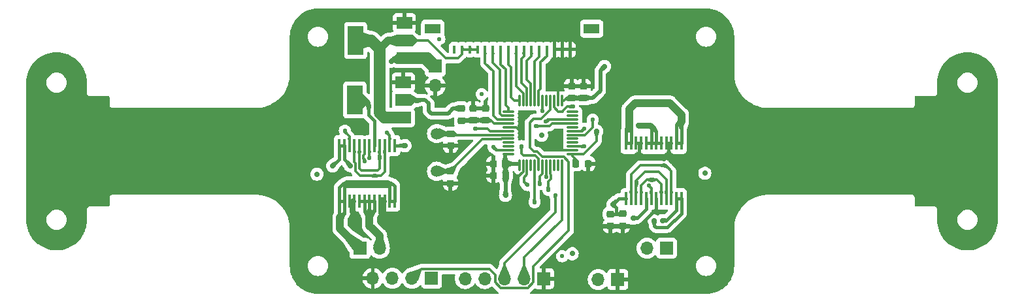
<source format=gbl>
G04 #@! TF.GenerationSoftware,KiCad,Pcbnew,7.0.1*
G04 #@! TF.CreationDate,2024-07-14T18:55:08+02:00*
G04 #@! TF.ProjectId,Gruzik2.0,4772757a-696b-4322-9e30-2e6b69636164,rev?*
G04 #@! TF.SameCoordinates,Original*
G04 #@! TF.FileFunction,Copper,L4,Bot*
G04 #@! TF.FilePolarity,Positive*
%FSLAX46Y46*%
G04 Gerber Fmt 4.6, Leading zero omitted, Abs format (unit mm)*
G04 Created by KiCad (PCBNEW 7.0.1) date 2024-07-14 18:55:08*
%MOMM*%
%LPD*%
G01*
G04 APERTURE LIST*
G04 Aperture macros list*
%AMRoundRect*
0 Rectangle with rounded corners*
0 $1 Rounding radius*
0 $2 $3 $4 $5 $6 $7 $8 $9 X,Y pos of 4 corners*
0 Add a 4 corners polygon primitive as box body*
4,1,4,$2,$3,$4,$5,$6,$7,$8,$9,$2,$3,0*
0 Add four circle primitives for the rounded corners*
1,1,$1+$1,$2,$3*
1,1,$1+$1,$4,$5*
1,1,$1+$1,$6,$7*
1,1,$1+$1,$8,$9*
0 Add four rect primitives between the rounded corners*
20,1,$1+$1,$2,$3,$4,$5,0*
20,1,$1+$1,$4,$5,$6,$7,0*
20,1,$1+$1,$6,$7,$8,$9,0*
20,1,$1+$1,$8,$9,$2,$3,0*%
G04 Aperture macros list end*
G04 #@! TA.AperFunction,ComponentPad*
%ADD10R,1.700000X1.700000*%
G04 #@! TD*
G04 #@! TA.AperFunction,ComponentPad*
%ADD11O,1.700000X1.700000*%
G04 #@! TD*
G04 #@! TA.AperFunction,ComponentPad*
%ADD12C,1.500000*%
G04 #@! TD*
G04 #@! TA.AperFunction,SMDPad,CuDef*
%ADD13RoundRect,0.225000X0.250000X-0.225000X0.250000X0.225000X-0.250000X0.225000X-0.250000X-0.225000X0*%
G04 #@! TD*
G04 #@! TA.AperFunction,SMDPad,CuDef*
%ADD14RoundRect,0.225000X0.225000X0.250000X-0.225000X0.250000X-0.225000X-0.250000X0.225000X-0.250000X0*%
G04 #@! TD*
G04 #@! TA.AperFunction,SMDPad,CuDef*
%ADD15RoundRect,0.225000X-0.250000X0.225000X-0.250000X-0.225000X0.250000X-0.225000X0.250000X0.225000X0*%
G04 #@! TD*
G04 #@! TA.AperFunction,SMDPad,CuDef*
%ADD16RoundRect,0.218750X-0.256250X0.218750X-0.256250X-0.218750X0.256250X-0.218750X0.256250X0.218750X0*%
G04 #@! TD*
G04 #@! TA.AperFunction,SMDPad,CuDef*
%ADD17RoundRect,0.075000X-0.662500X-0.075000X0.662500X-0.075000X0.662500X0.075000X-0.662500X0.075000X0*%
G04 #@! TD*
G04 #@! TA.AperFunction,SMDPad,CuDef*
%ADD18RoundRect,0.075000X-0.075000X-0.662500X0.075000X-0.662500X0.075000X0.662500X-0.075000X0.662500X0*%
G04 #@! TD*
G04 #@! TA.AperFunction,SMDPad,CuDef*
%ADD19R,0.450000X1.750000*%
G04 #@! TD*
G04 #@! TA.AperFunction,SMDPad,CuDef*
%ADD20R,2.000000X1.500000*%
G04 #@! TD*
G04 #@! TA.AperFunction,SMDPad,CuDef*
%ADD21R,2.000000X3.800000*%
G04 #@! TD*
G04 #@! TA.AperFunction,SMDPad,CuDef*
%ADD22RoundRect,0.225000X-0.225000X-0.250000X0.225000X-0.250000X0.225000X0.250000X-0.225000X0.250000X0*%
G04 #@! TD*
G04 #@! TA.AperFunction,SMDPad,CuDef*
%ADD23R,0.400000X1.000000*%
G04 #@! TD*
G04 #@! TA.AperFunction,SMDPad,CuDef*
%ADD24R,2.000000X1.300000*%
G04 #@! TD*
G04 #@! TA.AperFunction,ViaPad*
%ADD25C,0.550000*%
G04 #@! TD*
G04 #@! TA.AperFunction,ViaPad*
%ADD26C,0.700000*%
G04 #@! TD*
G04 #@! TA.AperFunction,Conductor*
%ADD27C,0.450000*%
G04 #@! TD*
G04 #@! TA.AperFunction,Conductor*
%ADD28C,0.300000*%
G04 #@! TD*
G04 #@! TA.AperFunction,Conductor*
%ADD29C,1.000000*%
G04 #@! TD*
G04 #@! TA.AperFunction,Conductor*
%ADD30C,0.800000*%
G04 #@! TD*
G04 #@! TA.AperFunction,Conductor*
%ADD31C,0.500000*%
G04 #@! TD*
G04 #@! TA.AperFunction,Conductor*
%ADD32C,1.500000*%
G04 #@! TD*
G04 APERTURE END LIST*
D10*
X80610000Y-165630000D03*
D11*
X83150000Y-165630000D03*
D10*
X114030000Y-169660000D03*
D11*
X111490000Y-169660000D03*
D10*
X104420000Y-169540000D03*
D11*
X101880000Y-169540000D03*
X99340000Y-169540000D03*
X96800000Y-169540000D03*
X94260000Y-169540000D03*
D10*
X120360000Y-165600000D03*
D11*
X117820000Y-165600000D03*
D10*
X90385000Y-142000000D03*
D11*
X90385000Y-144540000D03*
D12*
X90560000Y-155620000D03*
X90560000Y-150740000D03*
D10*
X89910000Y-169500000D03*
D11*
X87370000Y-169500000D03*
X84830000Y-169500000D03*
X82290000Y-169500000D03*
D13*
X96900000Y-148995000D03*
X96900000Y-147445000D03*
D14*
X99480000Y-156170000D03*
X97930000Y-156170000D03*
D15*
X114640000Y-161145000D03*
X114640000Y-162695000D03*
X92350000Y-155625000D03*
X92350000Y-157175000D03*
D16*
X93770000Y-147467500D03*
X93770000Y-149042500D03*
D13*
X109590000Y-146125000D03*
X109590000Y-144575000D03*
D17*
X99857500Y-153410000D03*
X99857500Y-152910000D03*
X99857500Y-152410000D03*
X99857500Y-151910000D03*
X99857500Y-151410000D03*
X99857500Y-150910000D03*
X99857500Y-150410000D03*
X99857500Y-149910000D03*
X99857500Y-149410000D03*
X99857500Y-148910000D03*
X99857500Y-148410000D03*
X99857500Y-147910000D03*
D18*
X101270000Y-146497500D03*
X101770000Y-146497500D03*
X102270000Y-146497500D03*
X102770000Y-146497500D03*
X103270000Y-146497500D03*
X103770000Y-146497500D03*
X104270000Y-146497500D03*
X104770000Y-146497500D03*
X105270000Y-146497500D03*
X105770000Y-146497500D03*
X106270000Y-146497500D03*
X106770000Y-146497500D03*
D17*
X108182500Y-147910000D03*
X108182500Y-148410000D03*
X108182500Y-148910000D03*
X108182500Y-149410000D03*
X108182500Y-149910000D03*
X108182500Y-150410000D03*
X108182500Y-150910000D03*
X108182500Y-151410000D03*
X108182500Y-151910000D03*
X108182500Y-152410000D03*
X108182500Y-152910000D03*
X108182500Y-153410000D03*
D18*
X106770000Y-154822500D03*
X106270000Y-154822500D03*
X105770000Y-154822500D03*
X105270000Y-154822500D03*
X104770000Y-154822500D03*
X104270000Y-154822500D03*
X103770000Y-154822500D03*
X103270000Y-154822500D03*
X102770000Y-154822500D03*
X102270000Y-154822500D03*
X101770000Y-154822500D03*
X101270000Y-154822500D03*
D13*
X95320000Y-149005000D03*
X95320000Y-147455000D03*
D19*
X85115000Y-159480000D03*
X84465000Y-159480000D03*
X83815000Y-159480000D03*
X83165000Y-159480000D03*
X82515000Y-159480000D03*
X81865000Y-159480000D03*
X81215000Y-159480000D03*
X80565000Y-159480000D03*
X79915000Y-159480000D03*
X79265000Y-159480000D03*
X78615000Y-159480000D03*
X77965000Y-159480000D03*
X77965000Y-152280000D03*
X78615000Y-152280000D03*
X79265000Y-152280000D03*
X79915000Y-152280000D03*
X80565000Y-152280000D03*
X81215000Y-152280000D03*
X81865000Y-152280000D03*
X82515000Y-152280000D03*
X83165000Y-152280000D03*
X83815000Y-152280000D03*
X84465000Y-152280000D03*
X85115000Y-152280000D03*
D14*
X99465000Y-154640000D03*
X97915000Y-154640000D03*
D20*
X86260000Y-144080000D03*
X86260000Y-146380000D03*
D21*
X79960000Y-146380000D03*
D20*
X86260000Y-148680000D03*
D22*
X108600000Y-154650000D03*
X110150000Y-154650000D03*
D23*
X92850000Y-139840000D03*
X93850000Y-139840000D03*
X94850000Y-139840000D03*
X95850000Y-139840000D03*
X96850000Y-139840000D03*
X97850000Y-139840000D03*
X98850000Y-139840000D03*
X99850000Y-139840000D03*
X100850000Y-139840000D03*
X101850000Y-139840000D03*
X102850000Y-139840000D03*
X103850000Y-139840000D03*
X104850000Y-139840000D03*
X105850000Y-139840000D03*
X106850000Y-139840000D03*
X107850000Y-139840000D03*
D24*
X90050000Y-137140000D03*
X110650000Y-137140000D03*
D15*
X113060000Y-161150000D03*
X113060000Y-162700000D03*
D20*
X86370000Y-136380000D03*
X86370000Y-138680000D03*
D21*
X80070000Y-138680000D03*
D20*
X86370000Y-140980000D03*
D13*
X108040000Y-146125000D03*
X108040000Y-144575000D03*
D19*
X115110000Y-151990000D03*
X115760000Y-151990000D03*
X116410000Y-151990000D03*
X117060000Y-151990000D03*
X117710000Y-151990000D03*
X118360000Y-151990000D03*
X119010000Y-151990000D03*
X119660000Y-151990000D03*
X120310000Y-151990000D03*
X120960000Y-151990000D03*
X121610000Y-151990000D03*
X122260000Y-151990000D03*
X122260000Y-159190000D03*
X121610000Y-159190000D03*
X120960000Y-159190000D03*
X120310000Y-159190000D03*
X119660000Y-159190000D03*
X119010000Y-159190000D03*
X118360000Y-159190000D03*
X117710000Y-159190000D03*
X117060000Y-159190000D03*
X116410000Y-159190000D03*
X115760000Y-159190000D03*
X115110000Y-159190000D03*
D15*
X92370000Y-150765000D03*
X92370000Y-152315000D03*
D25*
X104450000Y-152300000D03*
D26*
X108040000Y-142840000D03*
D25*
X101530000Y-150550000D03*
D26*
X83897500Y-161412500D03*
X79930000Y-161200000D03*
D25*
X81215307Y-154304203D03*
X100820000Y-157110000D03*
D26*
X120050000Y-154010000D03*
D25*
X103240000Y-159650000D03*
X106840000Y-166650000D03*
D26*
X112310000Y-142050000D03*
X104170000Y-150950000D03*
X111300000Y-150430000D03*
X99480000Y-158744500D03*
X125310000Y-155890000D03*
X116020000Y-161710000D03*
X81760000Y-147160000D03*
X88000000Y-146440000D03*
X75070000Y-156010000D03*
X108120000Y-166310000D03*
X86010000Y-138610000D03*
X84310000Y-138680000D03*
X81940000Y-138680000D03*
X83180000Y-139810000D03*
X83200000Y-144460000D03*
D25*
X97900000Y-152490000D03*
D26*
X120770000Y-146810000D03*
D25*
X109710000Y-152410000D03*
X105920000Y-158700000D03*
X96390000Y-145650000D03*
X104260706Y-147790000D03*
D26*
X116690000Y-149700000D03*
D25*
X108210000Y-147240000D03*
X83170000Y-153830000D03*
X104714500Y-149170000D03*
X103430000Y-149790000D03*
X82520000Y-156200000D03*
X109706161Y-150110661D03*
X110768133Y-148914955D03*
X105040000Y-158040000D03*
X116415000Y-157210000D03*
X118445000Y-156750000D03*
X104760500Y-156324058D03*
X81865000Y-153930500D03*
X118040000Y-157490000D03*
X103894500Y-157270000D03*
X101540000Y-152350000D03*
X84115000Y-150605000D03*
X78660000Y-150340000D03*
X120050000Y-154870000D03*
X102300000Y-157420500D03*
X90920000Y-138480000D03*
X95515000Y-150069500D03*
D26*
X119800000Y-162040000D03*
X86450000Y-152300000D03*
X113420000Y-159910000D03*
X84690000Y-141340000D03*
X79380000Y-154900000D03*
X118760000Y-162070000D03*
X77080000Y-154940000D03*
D27*
X110150000Y-154650000D02*
X110150000Y-162060000D01*
X120610000Y-151990000D02*
X120960000Y-151990000D01*
X116690000Y-162835000D02*
X119010000Y-160515000D01*
D28*
X81065000Y-153965000D02*
X81065000Y-153575000D01*
D29*
X83520000Y-161035000D02*
X83520000Y-159480000D01*
D28*
X81215307Y-154304203D02*
X81215307Y-154115307D01*
D27*
X120050000Y-154010000D02*
X117410000Y-154010000D01*
X83165000Y-159480000D02*
X83520000Y-159480000D01*
X110150000Y-162060000D02*
X110925000Y-162835000D01*
D28*
X101530000Y-150550000D02*
X100890000Y-149910000D01*
D27*
X79265000Y-159480000D02*
X79610000Y-159480000D01*
D28*
X100820000Y-157110000D02*
X100820000Y-156611041D01*
X105060000Y-152910000D02*
X108182500Y-152910000D01*
D27*
X117410000Y-154010000D02*
X116770000Y-153370000D01*
X110925000Y-162835000D02*
X116690000Y-162835000D01*
X120610000Y-153450000D02*
X120050000Y-154010000D01*
D30*
X79610000Y-160880000D02*
X79610000Y-160540000D01*
D29*
X83897500Y-161412500D02*
X83520000Y-161035000D01*
D28*
X81065000Y-153575000D02*
X81215000Y-153425000D01*
D27*
X117060000Y-151990000D02*
X116770000Y-151990000D01*
D28*
X100890000Y-149910000D02*
X99857500Y-149910000D01*
D30*
X79930000Y-161200000D02*
X79610000Y-160880000D01*
D27*
X120610000Y-151990000D02*
X120610000Y-153450000D01*
D30*
X79610000Y-160520000D02*
X79610000Y-159480000D01*
D28*
X106875000Y-144575000D02*
X106270000Y-145180000D01*
X81215307Y-154115307D02*
X81065000Y-153965000D01*
D27*
X116770000Y-151990000D02*
X116410000Y-151990000D01*
D30*
X79610000Y-160540000D02*
X79620000Y-160530000D01*
D27*
X119010000Y-160515000D02*
X119010000Y-159190000D01*
X120310000Y-151990000D02*
X120610000Y-151990000D01*
D28*
X81215000Y-153425000D02*
X81215000Y-152280000D01*
X108040000Y-144575000D02*
X106875000Y-144575000D01*
D30*
X79620000Y-160530000D02*
X79610000Y-160520000D01*
D27*
X116770000Y-153370000D02*
X116770000Y-151990000D01*
D28*
X101770000Y-155661041D02*
X101770000Y-154822500D01*
D31*
X108040000Y-142840000D02*
X108040000Y-144575000D01*
D28*
X106270000Y-145180000D02*
X106270000Y-146497500D01*
X100820000Y-156611041D02*
X101770000Y-155661041D01*
D31*
X109590000Y-144575000D02*
X108040000Y-144575000D01*
D27*
X83520000Y-159480000D02*
X83815000Y-159480000D01*
X79610000Y-159480000D02*
X79915000Y-159480000D01*
D28*
X104450000Y-152300000D02*
X105060000Y-152910000D01*
X103240000Y-159650000D02*
X103270000Y-159620000D01*
X103270000Y-159620000D02*
X103270000Y-154822500D01*
D31*
X88000000Y-146440000D02*
X88060000Y-146380000D01*
X89520000Y-146840000D02*
X89520000Y-147810000D01*
X99480000Y-154655000D02*
X99465000Y-154640000D01*
X92030000Y-148130000D02*
X89840000Y-148130000D01*
D28*
X108600000Y-154060000D02*
X108182500Y-153642500D01*
D31*
X108040000Y-146125000D02*
X109590000Y-146125000D01*
X99465000Y-154640000D02*
X101087500Y-154640000D01*
X92692500Y-147467500D02*
X93770000Y-147467500D01*
X112310000Y-142050000D02*
X111760000Y-142600000D01*
X87940000Y-146380000D02*
X88000000Y-146440000D01*
D28*
X111300000Y-151703884D02*
X109593884Y-153410000D01*
D31*
X81760000Y-146740000D02*
X81400000Y-146380000D01*
X92030000Y-148130000D02*
X92692500Y-147467500D01*
D27*
X82515000Y-149096701D02*
X81760000Y-148341701D01*
D31*
X89520000Y-147810000D02*
X89840000Y-148130000D01*
D28*
X111300000Y-150430000D02*
X111300000Y-151703884D01*
D31*
X99480000Y-156170000D02*
X99480000Y-154655000D01*
D28*
X109593884Y-153410000D02*
X108182500Y-153410000D01*
X108040000Y-146125000D02*
X107425000Y-146125000D01*
D31*
X111760000Y-142600000D02*
X111760000Y-145170000D01*
D27*
X81760000Y-148341701D02*
X81760000Y-147160000D01*
D31*
X110805000Y-146125000D02*
X109590000Y-146125000D01*
X89060000Y-146380000D02*
X89520000Y-146840000D01*
D28*
X107425000Y-146125000D02*
X107052500Y-146497500D01*
D31*
X99480000Y-158744500D02*
X99480000Y-156170000D01*
X81760000Y-147160000D02*
X81760000Y-146740000D01*
X88060000Y-146380000D02*
X89060000Y-146380000D01*
D28*
X108600000Y-154650000D02*
X108600000Y-154060000D01*
D27*
X116020000Y-161710000D02*
X116515000Y-161710000D01*
D28*
X108182500Y-153642500D02*
X108182500Y-153410000D01*
D27*
X117710000Y-160515000D02*
X117710000Y-159190000D01*
X116515000Y-161710000D02*
X117710000Y-160515000D01*
D31*
X111760000Y-145170000D02*
X110805000Y-146125000D01*
D28*
X107052500Y-146497500D02*
X106770000Y-146497500D01*
D31*
X99465000Y-154640000D02*
X99465000Y-153515000D01*
X81400000Y-146380000D02*
X79960000Y-146380000D01*
X86260000Y-146380000D02*
X87940000Y-146380000D01*
D27*
X82515000Y-152280000D02*
X82515000Y-149096701D01*
D28*
X92350000Y-155625000D02*
X96490000Y-151485000D01*
X92350000Y-155625000D02*
X90565000Y-155625000D01*
X90565000Y-155625000D02*
X90560000Y-155620000D01*
X98943959Y-151485000D02*
X99018959Y-151410000D01*
X99018959Y-151410000D02*
X99857500Y-151410000D01*
X96490000Y-151485000D02*
X98943959Y-151485000D01*
X92370000Y-150765000D02*
X90585000Y-150765000D01*
X92515000Y-150910000D02*
X99857500Y-150910000D01*
X92370000Y-150765000D02*
X92515000Y-150910000D01*
X90585000Y-150765000D02*
X90560000Y-150740000D01*
D31*
X96890000Y-149005000D02*
X96900000Y-148995000D01*
D28*
X98000000Y-149410000D02*
X99857500Y-149410000D01*
D31*
X95320000Y-149005000D02*
X96890000Y-149005000D01*
X95282500Y-149042500D02*
X95320000Y-149005000D01*
D28*
X97585000Y-148995000D02*
X96900000Y-148995000D01*
X97585000Y-148995000D02*
X98000000Y-149410000D01*
D31*
X93770000Y-149042500D02*
X95282500Y-149042500D01*
D28*
X93850000Y-139840000D02*
X93850000Y-140430000D01*
D29*
X86080000Y-138680000D02*
X86010000Y-138610000D01*
D32*
X82050000Y-138680000D02*
X83180000Y-139810000D01*
D29*
X86010000Y-138610000D02*
X85940000Y-138680000D01*
D28*
X89445000Y-138680000D02*
X91740000Y-140975000D01*
D29*
X85940000Y-138680000D02*
X84310000Y-138680000D01*
D28*
X95850000Y-139840000D02*
X94850000Y-139840000D01*
D32*
X83180000Y-139810000D02*
X83180000Y-144440000D01*
X83200000Y-144460000D02*
X83180000Y-144480000D01*
D28*
X93850000Y-139840000D02*
X94850000Y-139840000D01*
D32*
X83180000Y-148100000D02*
X83760000Y-148680000D01*
X83180000Y-144440000D02*
X83200000Y-144460000D01*
X83760000Y-148680000D02*
X86260000Y-148680000D01*
D29*
X84310000Y-138680000D02*
X83180000Y-139810000D01*
X86370000Y-138680000D02*
X86080000Y-138680000D01*
D32*
X83180000Y-144480000D02*
X83180000Y-148100000D01*
D28*
X86370000Y-138680000D02*
X89445000Y-138680000D01*
X93850000Y-140430000D02*
X93305000Y-140975000D01*
D32*
X80070000Y-138680000D02*
X81940000Y-138680000D01*
D28*
X91740000Y-140975000D02*
X93305000Y-140975000D01*
X97900000Y-152490000D02*
X98320000Y-152910000D01*
X97900000Y-152490000D02*
X97900000Y-152520000D01*
X98320000Y-152910000D02*
X99857500Y-152910000D01*
X97900000Y-152520000D02*
X98290000Y-152910000D01*
X104030000Y-141490000D02*
X104030000Y-144920000D01*
X104850000Y-140670000D02*
X104030000Y-141490000D01*
X103770000Y-145180000D02*
X103770000Y-146497500D01*
X104030000Y-144920000D02*
X103770000Y-145180000D01*
X104850000Y-139840000D02*
X104850000Y-140670000D01*
X103270000Y-141350000D02*
X103270000Y-146497500D01*
X103850000Y-140770000D02*
X103270000Y-141350000D01*
X103850000Y-139840000D02*
X103850000Y-140770000D01*
X102850000Y-139840000D02*
X102850000Y-140737107D01*
X102770000Y-144242894D02*
X102770000Y-146497500D01*
X102260000Y-141327107D02*
X102260000Y-143732894D01*
X102260000Y-143732894D02*
X102770000Y-144242894D01*
X102850000Y-140737107D02*
X102260000Y-141327107D01*
X101590000Y-141000000D02*
X101590000Y-144210000D01*
X101590000Y-144210000D02*
X102270000Y-144890000D01*
X101850000Y-139840000D02*
X101850000Y-140740000D01*
X102270000Y-144890000D02*
X102270000Y-146497500D01*
X101850000Y-140740000D02*
X101590000Y-141000000D01*
X101770000Y-145500000D02*
X101770000Y-146497500D01*
X100850000Y-144580000D02*
X101770000Y-145500000D01*
X100850000Y-139840000D02*
X100850000Y-144580000D01*
X99850000Y-139840000D02*
X99850000Y-141840000D01*
X100170000Y-142160000D02*
X100170000Y-146020000D01*
X100647500Y-146497500D02*
X101270000Y-146497500D01*
X100170000Y-146020000D02*
X100647500Y-146497500D01*
X99850000Y-141840000D02*
X100170000Y-142160000D01*
X99480000Y-142410000D02*
X99480000Y-147040000D01*
X99857500Y-147417500D02*
X99857500Y-147910000D01*
X98850000Y-141780000D02*
X99480000Y-142410000D01*
X99480000Y-147040000D02*
X99857500Y-147417500D01*
X98850000Y-139840000D02*
X98850000Y-141780000D01*
X99018959Y-148410000D02*
X98770000Y-148161041D01*
X97850000Y-141580000D02*
X97850000Y-139840000D01*
X98770000Y-142500000D02*
X97850000Y-141580000D01*
X99857500Y-148410000D02*
X99018959Y-148410000D01*
X98770000Y-148161041D02*
X98770000Y-142500000D01*
X96850000Y-139840000D02*
X96850000Y-141620000D01*
X98450000Y-148910000D02*
X99857500Y-148910000D01*
X96850000Y-141620000D02*
X97920000Y-142690000D01*
X97920000Y-148380000D02*
X98450000Y-148910000D01*
X97920000Y-142690000D02*
X97920000Y-148380000D01*
D27*
X77965000Y-161565000D02*
X78050000Y-161650000D01*
X77965000Y-157705000D02*
X78390000Y-157280000D01*
X77965000Y-159480000D02*
X77965000Y-161565000D01*
D29*
X78050000Y-163070000D02*
X78050000Y-161650000D01*
X84115000Y-157280000D02*
X79060000Y-157280000D01*
D27*
X78280000Y-159480000D02*
X78615000Y-159480000D01*
X78615000Y-157725000D02*
X79060000Y-157280000D01*
X84465000Y-157630000D02*
X84115000Y-157280000D01*
X85115000Y-159480000D02*
X85115000Y-157525000D01*
X78615000Y-159480000D02*
X78615000Y-161085000D01*
X85115000Y-157525000D02*
X84870000Y-157280000D01*
X78615000Y-161085000D02*
X78050000Y-161650000D01*
X78615000Y-159480000D02*
X78615000Y-157725000D01*
X84465000Y-159480000D02*
X85115000Y-159480000D01*
X77965000Y-159480000D02*
X78280000Y-159480000D01*
X77965000Y-159480000D02*
X77965000Y-157705000D01*
X78390000Y-157280000D02*
X79060000Y-157280000D01*
X84465000Y-159480000D02*
X84465000Y-157630000D01*
D29*
X78050000Y-163070000D02*
X80610000Y-165630000D01*
D27*
X84870000Y-157280000D02*
X84115000Y-157280000D01*
X81865000Y-161425000D02*
X81860000Y-161430000D01*
X80565000Y-159480000D02*
X82150000Y-159480000D01*
D29*
X82220000Y-163050000D02*
X83150000Y-163980000D01*
D27*
X82515000Y-159480000D02*
X82515000Y-160775000D01*
D29*
X83150000Y-163980000D02*
X83150000Y-165630000D01*
D27*
X82150000Y-159480000D02*
X82515000Y-159480000D01*
D29*
X82220000Y-163050000D02*
X81860000Y-162690000D01*
X81860000Y-162690000D02*
X81860000Y-161430000D01*
D27*
X81865000Y-159480000D02*
X81865000Y-161425000D01*
X81215000Y-159480000D02*
X81215000Y-160785000D01*
X82515000Y-160775000D02*
X81860000Y-161430000D01*
X81215000Y-160785000D02*
X81860000Y-161430000D01*
X122260000Y-149150000D02*
X122260000Y-151990000D01*
X121950000Y-151990000D02*
X122260000Y-151990000D01*
X115110000Y-151990000D02*
X115110000Y-150460000D01*
D29*
X115510000Y-147580000D02*
X115510000Y-150060000D01*
X122260000Y-148300000D02*
X120770000Y-146810000D01*
D27*
X115760000Y-151990000D02*
X115760000Y-150310000D01*
X121610000Y-149800000D02*
X121610000Y-151990000D01*
X115760000Y-150310000D02*
X115510000Y-150060000D01*
X115110000Y-151990000D02*
X115450000Y-151990000D01*
X115110000Y-150460000D02*
X115510000Y-150060000D01*
X121610000Y-151990000D02*
X121950000Y-151990000D01*
D29*
X120770000Y-146810000D02*
X116280000Y-146810000D01*
D27*
X122260000Y-149150000D02*
X121610000Y-149800000D01*
D29*
X116280000Y-146810000D02*
X115510000Y-147580000D01*
D27*
X115450000Y-151990000D02*
X115760000Y-151990000D01*
D29*
X122260000Y-149150000D02*
X122260000Y-148300000D01*
D28*
X105920000Y-158700000D02*
X105920000Y-160930000D01*
X105920000Y-160930000D02*
X99340000Y-167510000D01*
X99340000Y-167510000D02*
X99340000Y-169540000D01*
X108182500Y-152410000D02*
X109710000Y-152410000D01*
X101880000Y-166820000D02*
X106770000Y-161930000D01*
X101880000Y-169540000D02*
X101880000Y-166820000D01*
X106770000Y-161930000D02*
X106770000Y-154822500D01*
X104260706Y-147345335D02*
X104270000Y-147336041D01*
X104270000Y-147336041D02*
X104270000Y-146497500D01*
X104260706Y-147790000D02*
X104260706Y-147345335D01*
D30*
X118260000Y-149700000D02*
X116690000Y-149700000D01*
D27*
X118670000Y-151990000D02*
X119660000Y-151990000D01*
X119010000Y-151990000D02*
X119010000Y-150450000D01*
X118360000Y-151990000D02*
X118360000Y-150340000D01*
X119010000Y-150450000D02*
X118630000Y-150070000D01*
D30*
X118630000Y-150070000D02*
X118260000Y-149700000D01*
D27*
X117710000Y-151990000D02*
X118670000Y-151990000D01*
X118360000Y-150340000D02*
X118630000Y-150070000D01*
D28*
X107680000Y-163330000D02*
X107680000Y-154393959D01*
X103080000Y-167930000D02*
X107680000Y-163330000D01*
X98140000Y-170037057D02*
X98842943Y-170740000D01*
X107021041Y-153735000D02*
X104228148Y-153735000D01*
X103080000Y-170037057D02*
X103080000Y-167930000D01*
X102620000Y-149330000D02*
X103106116Y-148843884D01*
X105270000Y-147663884D02*
X105270000Y-146497500D01*
X98140000Y-169042943D02*
X98140000Y-170037057D01*
X97397057Y-168300000D02*
X98140000Y-169042943D01*
X87370000Y-169500000D02*
X88570000Y-168300000D01*
X102377057Y-170740000D02*
X103080000Y-170037057D01*
X103150000Y-153080000D02*
X102620000Y-152550000D01*
X88570000Y-168300000D02*
X97397057Y-168300000D01*
X103106116Y-148843884D02*
X104090000Y-148843884D01*
X107680000Y-154393959D02*
X107021041Y-153735000D01*
X103573147Y-153080000D02*
X103150000Y-153080000D01*
X104228148Y-153735000D02*
X103573147Y-153080000D01*
X102620000Y-152550000D02*
X102620000Y-149330000D01*
X98842943Y-170740000D02*
X102377057Y-170740000D01*
X104090000Y-148843884D02*
X105270000Y-147663884D01*
X106920000Y-147860000D02*
X106293959Y-147860000D01*
X108210000Y-147240000D02*
X107513959Y-147240000D01*
X106293959Y-147860000D02*
X105770000Y-147336041D01*
X105770000Y-147336041D02*
X105770000Y-146497500D01*
X107513959Y-147240000D02*
X106920000Y-147833959D01*
X83165000Y-153835000D02*
X83170000Y-153830000D01*
X80580000Y-154402943D02*
X80580000Y-155280000D01*
X82890000Y-155500000D02*
X83165000Y-155225000D01*
X104974500Y-148910000D02*
X104714500Y-149170000D01*
X83165000Y-153825000D02*
X83165000Y-152280000D01*
X108182500Y-148910000D02*
X104974500Y-148910000D01*
X83170000Y-153830000D02*
X83165000Y-153825000D01*
X83165000Y-155225000D02*
X83165000Y-153835000D01*
X80565000Y-154387943D02*
X80580000Y-154402943D01*
X80565000Y-152280000D02*
X80565000Y-154387943D01*
X80800000Y-155500000D02*
X82890000Y-155500000D01*
X80580000Y-155280000D02*
X80800000Y-155500000D01*
X82500000Y-156180000D02*
X80660000Y-156180000D01*
X80080000Y-155600000D02*
X80080000Y-154610050D01*
X108182500Y-149410000D02*
X105560000Y-149410000D01*
X82520000Y-156200000D02*
X82500000Y-156180000D01*
X83815000Y-155725000D02*
X83360000Y-156180000D01*
X80080000Y-154610050D02*
X79915000Y-154445050D01*
X105560000Y-149410000D02*
X105175000Y-149795000D01*
X103435000Y-149795000D02*
X103430000Y-149790000D01*
X80660000Y-156180000D02*
X80080000Y-155600000D01*
X82540000Y-156180000D02*
X82520000Y-156200000D01*
X83360000Y-156180000D02*
X82540000Y-156180000D01*
X83815000Y-152280000D02*
X83815000Y-155725000D01*
X79915000Y-154445050D02*
X79915000Y-152280000D01*
X105175000Y-149795000D02*
X103435000Y-149795000D01*
X109706161Y-150110661D02*
X109436822Y-150380000D01*
X109436822Y-150380000D02*
X109430000Y-150380000D01*
X109430000Y-150380000D02*
X109400000Y-150410000D01*
X109400000Y-150410000D02*
X108182500Y-150410000D01*
X110740000Y-148943088D02*
X110740000Y-149960000D01*
X110740000Y-149960000D02*
X109790000Y-150910000D01*
X110768133Y-148914955D02*
X110740000Y-148943088D01*
X109790000Y-150910000D02*
X108182500Y-150910000D01*
X118485000Y-155730000D02*
X119325000Y-155730000D01*
X116410000Y-159190000D02*
X116410000Y-157215000D01*
X116410000Y-157205000D02*
X116410000Y-156907894D01*
X120310000Y-156715000D02*
X120310000Y-159190000D01*
X118445000Y-155730000D02*
X118465000Y-155710000D01*
X119325000Y-155730000D02*
X120310000Y-156715000D01*
X105385000Y-156071116D02*
X105270000Y-155956116D01*
X105385000Y-156588884D02*
X105385000Y-156071116D01*
X105040000Y-156933884D02*
X105385000Y-156588884D01*
X116415000Y-157210000D02*
X116410000Y-157205000D01*
X105040000Y-158040000D02*
X105040000Y-156933884D01*
X105270000Y-155956116D02*
X105270000Y-154822500D01*
X118465000Y-155710000D02*
X118485000Y-155730000D01*
X116410000Y-157215000D02*
X116415000Y-157210000D01*
X117587894Y-155730000D02*
X118445000Y-155730000D01*
X116410000Y-156907894D02*
X117587894Y-155730000D01*
X104770000Y-156320706D02*
X104770000Y-154822500D01*
X117825000Y-156720000D02*
X117060000Y-157485000D01*
X118445000Y-156750000D02*
X118415000Y-156720000D01*
X119075000Y-156720000D02*
X118475000Y-156720000D01*
X119660000Y-159190000D02*
X119660000Y-157305000D01*
X119660000Y-157305000D02*
X119075000Y-156720000D01*
X118415000Y-156720000D02*
X117825000Y-156720000D01*
X118475000Y-156720000D02*
X118445000Y-156750000D01*
X117060000Y-157485000D02*
X117060000Y-159190000D01*
X103894500Y-157270000D02*
X103894500Y-156305500D01*
X104270000Y-155930000D02*
X104270000Y-154822500D01*
X81865000Y-153930500D02*
X81865000Y-152280000D01*
X118040000Y-157490000D02*
X118360000Y-157810000D01*
X118360000Y-157810000D02*
X118360000Y-159190000D01*
X103894500Y-156305500D02*
X104270000Y-155930000D01*
X103770000Y-153983959D02*
X103770000Y-154822500D01*
X78660000Y-150525000D02*
X79265000Y-151130000D01*
X101540000Y-152350000D02*
X101540000Y-153290000D01*
X84465000Y-150955000D02*
X84465000Y-152280000D01*
X79265000Y-151130000D02*
X79265000Y-152280000D01*
X101540000Y-153290000D02*
X101830000Y-153580000D01*
X84115000Y-150605000D02*
X84465000Y-150955000D01*
X101830000Y-153580000D02*
X103366041Y-153580000D01*
X78660000Y-150340000D02*
X78660000Y-150525000D01*
X103366041Y-153580000D02*
X103770000Y-153983959D01*
X120225000Y-154870000D02*
X120960000Y-155605000D01*
X115760000Y-156055000D02*
X115760000Y-159190000D01*
X120960000Y-155605000D02*
X120960000Y-159190000D01*
X102270000Y-156060000D02*
X102270000Y-154822500D01*
X120050000Y-154870000D02*
X120225000Y-154870000D01*
X116945000Y-154870000D02*
X115760000Y-156055000D01*
X101910000Y-156420000D02*
X102270000Y-156060000D01*
X120050000Y-154870000D02*
X116945000Y-154870000D01*
X101910000Y-157030500D02*
X101910000Y-156420000D01*
X102300000Y-157420500D02*
X101910000Y-157030500D01*
X95515000Y-150069500D02*
X97149500Y-150069500D01*
X97149500Y-150069500D02*
X97490000Y-150410000D01*
X97490000Y-150410000D02*
X99857500Y-150410000D01*
D27*
X78615000Y-154095000D02*
X79400000Y-154880000D01*
X113060000Y-161150000D02*
X113820000Y-161150000D01*
D31*
X85050000Y-140980000D02*
X84690000Y-141340000D01*
D27*
X113820000Y-161150000D02*
X114635000Y-161150000D01*
X118760000Y-162680000D02*
X118760000Y-162070000D01*
X118960000Y-162880000D02*
X118760000Y-162680000D01*
X77965000Y-152280000D02*
X77965000Y-154075000D01*
X121610000Y-160690000D02*
X120260000Y-162040000D01*
X77965000Y-154075000D02*
X77120000Y-154920000D01*
D32*
X89365000Y-140980000D02*
X90385000Y-142000000D01*
D27*
X114140000Y-159190000D02*
X115110000Y-159190000D01*
D32*
X86370000Y-140980000D02*
X89365000Y-140980000D01*
D27*
X86430000Y-152280000D02*
X85115000Y-152280000D01*
X122260000Y-161070000D02*
X120450000Y-162880000D01*
X122260000Y-159190000D02*
X122260000Y-161070000D01*
X77965000Y-152280000D02*
X78615000Y-152280000D01*
X113820000Y-160310000D02*
X113420000Y-159910000D01*
X114635000Y-161150000D02*
X114640000Y-161145000D01*
X122260000Y-159190000D02*
X121610000Y-159190000D01*
X86450000Y-152300000D02*
X86430000Y-152280000D01*
X113820000Y-161150000D02*
X113820000Y-160310000D01*
X120450000Y-162880000D02*
X118960000Y-162880000D01*
D31*
X86370000Y-140980000D02*
X85050000Y-140980000D01*
D27*
X78615000Y-152280000D02*
X78615000Y-154095000D01*
X121610000Y-159190000D02*
X121610000Y-160690000D01*
X120260000Y-162040000D02*
X119800000Y-162040000D01*
X113420000Y-159910000D02*
X114140000Y-159190000D01*
G04 #@! TA.AperFunction,Conductor*
G36*
X83313046Y-153283487D02*
G01*
X83317189Y-153289903D01*
X83421677Y-153715038D01*
X83420763Y-153723096D01*
X83414829Y-153728624D01*
X83174514Y-153829112D01*
X83170000Y-153830018D01*
X83165486Y-153829112D01*
X83026633Y-153771051D01*
X82924971Y-153728541D01*
X82919095Y-153723125D01*
X82918067Y-153715201D01*
X83012957Y-153290145D01*
X83017059Y-153283565D01*
X83024376Y-153280995D01*
X83305827Y-153280995D01*
X83313046Y-153283487D01*
G37*
G04 #@! TD.AperFunction*
G04 #@! TA.AperFunction,Conductor*
G36*
X109946665Y-145698512D02*
G01*
X110506770Y-145872444D01*
X110512720Y-145876679D01*
X110515000Y-145883618D01*
X110515000Y-146366382D01*
X110512720Y-146373321D01*
X110506770Y-146377555D01*
X110392604Y-146413008D01*
X109933832Y-146555472D01*
X109926859Y-146555461D01*
X109921131Y-146551487D01*
X109782382Y-146373321D01*
X109594597Y-146132187D01*
X109592129Y-146125000D01*
X109594597Y-146117812D01*
X109921132Y-145698511D01*
X109926859Y-145694538D01*
X109933832Y-145694527D01*
X109946665Y-145698512D01*
G37*
G04 #@! TD.AperFunction*
G04 #@! TA.AperFunction,Conductor*
G36*
X104856563Y-139860871D02*
G01*
X104860866Y-139866219D01*
X105048598Y-140336489D01*
X105049083Y-140343665D01*
X105002216Y-140531138D01*
X104998065Y-140537522D01*
X104990865Y-140540000D01*
X104709135Y-140540000D01*
X104701935Y-140537522D01*
X104697784Y-140531138D01*
X104650916Y-140343665D01*
X104651400Y-140336490D01*
X104839134Y-139866218D01*
X104843437Y-139860871D01*
X104850000Y-139858857D01*
X104856563Y-139860871D01*
G37*
G04 #@! TD.AperFunction*
G04 #@! TA.AperFunction,Conductor*
G36*
X121808044Y-148962771D02*
G01*
X122256204Y-149147437D01*
X122260018Y-149149981D01*
X122262563Y-149153797D01*
X122447227Y-149601953D01*
X122447381Y-149610473D01*
X122441715Y-149616838D01*
X121776671Y-149955245D01*
X121769532Y-149956372D01*
X121763092Y-149953090D01*
X121456909Y-149646907D01*
X121453627Y-149640467D01*
X121454753Y-149633330D01*
X121793162Y-148968282D01*
X121799526Y-148962618D01*
X121808044Y-148962771D01*
G37*
G04 #@! TD.AperFunction*
G04 #@! TA.AperFunction,Conductor*
G36*
X104042492Y-156722533D02*
G01*
X104046614Y-156729034D01*
X104146311Y-157155121D01*
X104145337Y-157163111D01*
X104139433Y-157168581D01*
X103899014Y-157269112D01*
X103894500Y-157270018D01*
X103889986Y-157269112D01*
X103649566Y-157168581D01*
X103643662Y-157163111D01*
X103642688Y-157155123D01*
X103742386Y-156729033D01*
X103746508Y-156722533D01*
X103753778Y-156720000D01*
X104035222Y-156720000D01*
X104042492Y-156722533D01*
G37*
G04 #@! TD.AperFunction*
G04 #@! TA.AperFunction,Conductor*
G36*
X96856563Y-139860871D02*
G01*
X96860866Y-139866219D01*
X97048598Y-140336489D01*
X97049083Y-140343665D01*
X97002216Y-140531138D01*
X96998065Y-140537522D01*
X96990865Y-140540000D01*
X96709135Y-140540000D01*
X96701935Y-140537522D01*
X96697784Y-140531138D01*
X96650916Y-140343665D01*
X96651400Y-140336490D01*
X96839134Y-139866218D01*
X96843437Y-139860871D01*
X96850000Y-139858857D01*
X96856563Y-139860871D01*
G37*
G04 #@! TD.AperFunction*
G04 #@! TA.AperFunction,Conductor*
G36*
X92039690Y-150339568D02*
G01*
X92365401Y-150757811D01*
X92367870Y-150765000D01*
X92365401Y-150772189D01*
X92039690Y-151190431D01*
X92033134Y-151194632D01*
X92025393Y-151193788D01*
X91672409Y-151024235D01*
X91451633Y-150918186D01*
X91446796Y-150913871D01*
X91445000Y-150907641D01*
X91445000Y-150622359D01*
X91446796Y-150616129D01*
X91451633Y-150611813D01*
X92025393Y-150336210D01*
X92033134Y-150335367D01*
X92039690Y-150339568D01*
G37*
G04 #@! TD.AperFunction*
G04 #@! TA.AperFunction,Conductor*
G36*
X108041000Y-144575000D02*
G01*
X107944329Y-144805970D01*
X107540000Y-144725000D01*
X107540000Y-144425000D01*
X107944329Y-144344030D01*
X108041000Y-144575000D01*
G37*
G04 #@! TD.AperFunction*
G04 #@! TA.AperFunction,Conductor*
G36*
X112072049Y-141811995D02*
G01*
X112310707Y-142049293D01*
X112548003Y-142287949D01*
X112551143Y-142293728D01*
X112550667Y-142300290D01*
X112546726Y-142305557D01*
X111999920Y-142715662D01*
X111992071Y-142717973D01*
X111984627Y-142714575D01*
X111645424Y-142375372D01*
X111642026Y-142367928D01*
X111644336Y-142360080D01*
X112054444Y-141813271D01*
X112059709Y-141809332D01*
X112066271Y-141808856D01*
X112072049Y-141811995D01*
G37*
G04 #@! TD.AperFunction*
G04 #@! TA.AperFunction,Conductor*
G36*
X105924511Y-158700886D02*
G01*
X106164934Y-158801419D01*
X106170837Y-158806888D01*
X106171811Y-158814878D01*
X106072114Y-159240966D01*
X106067992Y-159247467D01*
X106060722Y-159250000D01*
X105779278Y-159250000D01*
X105772008Y-159247467D01*
X105767886Y-159240966D01*
X105668188Y-158814876D01*
X105669162Y-158806888D01*
X105675063Y-158801419D01*
X105915488Y-158700886D01*
X105920000Y-158699981D01*
X105924511Y-158700886D01*
G37*
G04 #@! TD.AperFunction*
G04 #@! TA.AperFunction,Conductor*
G36*
X84373851Y-150509689D02*
G01*
X84606912Y-150993245D01*
X84607779Y-151000926D01*
X84603668Y-151007472D01*
X84596372Y-151010025D01*
X84317736Y-151010025D01*
X84312549Y-151008813D01*
X84309837Y-151007472D01*
X84019559Y-150863912D01*
X84013796Y-150857547D01*
X84013929Y-150848965D01*
X84113140Y-150608506D01*
X84115690Y-150604690D01*
X84119510Y-150602149D01*
X84358871Y-150503944D01*
X84367500Y-150503845D01*
X84373851Y-150509689D01*
G37*
G04 #@! TD.AperFunction*
G04 #@! TA.AperFunction,Conductor*
G36*
X111304504Y-150430879D02*
G01*
X111518891Y-150520344D01*
X111613571Y-150559855D01*
X111619655Y-150565679D01*
X111620252Y-150574079D01*
X111452534Y-151121726D01*
X111448304Y-151127707D01*
X111441347Y-151130000D01*
X111158653Y-151130000D01*
X111151696Y-151127707D01*
X111147466Y-151121726D01*
X110979747Y-150574079D01*
X110980344Y-150565679D01*
X110986427Y-150559855D01*
X111295495Y-150430879D01*
X111300000Y-150429978D01*
X111304504Y-150430879D01*
G37*
G04 #@! TD.AperFunction*
G04 #@! TA.AperFunction,Conductor*
G36*
X99856563Y-139860871D02*
G01*
X99860866Y-139866219D01*
X100048598Y-140336489D01*
X100049083Y-140343665D01*
X100002216Y-140531138D01*
X99998065Y-140537522D01*
X99990865Y-140540000D01*
X99709135Y-140540000D01*
X99701935Y-140537522D01*
X99697784Y-140531138D01*
X99650916Y-140343665D01*
X99651400Y-140336490D01*
X99839134Y-139866218D01*
X99843437Y-139860871D01*
X99850000Y-139858857D01*
X99856563Y-139860871D01*
G37*
G04 #@! TD.AperFunction*
G04 #@! TA.AperFunction,Conductor*
G36*
X95649539Y-139641673D02*
G01*
X95654678Y-139644655D01*
X95842665Y-139831706D01*
X95845711Y-139836962D01*
X95845711Y-139843038D01*
X95842664Y-139848294D01*
X95654682Y-140035341D01*
X95649539Y-140038326D01*
X95643592Y-140038398D01*
X95458860Y-139992215D01*
X95452478Y-139988065D01*
X95450000Y-139980865D01*
X95450000Y-139699136D01*
X95452478Y-139691936D01*
X95458862Y-139687785D01*
X95520438Y-139672390D01*
X95643595Y-139641601D01*
X95649539Y-139641673D01*
G37*
G04 #@! TD.AperFunction*
G04 #@! TA.AperFunction,Conductor*
G36*
X87993779Y-146092040D02*
G01*
X87998341Y-146096333D01*
X88000035Y-146102364D01*
X88000993Y-146437638D01*
X88000091Y-146442177D01*
X87869901Y-146754155D01*
X87864398Y-146760082D01*
X87856365Y-146761024D01*
X87453115Y-146663976D01*
X87320896Y-146632156D01*
X87314445Y-146628023D01*
X87311935Y-146620782D01*
X87311935Y-146141039D01*
X87315125Y-146133010D01*
X87322955Y-146129359D01*
X87987658Y-146090717D01*
X87993779Y-146092040D01*
G37*
G04 #@! TD.AperFunction*
G04 #@! TA.AperFunction,Conductor*
G36*
X101856563Y-139860871D02*
G01*
X101860866Y-139866219D01*
X102048598Y-140336489D01*
X102049083Y-140343665D01*
X102002216Y-140531138D01*
X101998065Y-140537522D01*
X101990865Y-140540000D01*
X101709135Y-140540000D01*
X101701935Y-140537522D01*
X101697784Y-140531138D01*
X101650916Y-140343665D01*
X101651400Y-140336490D01*
X101839134Y-139866218D01*
X101843437Y-139860871D01*
X101850000Y-139858857D01*
X101856563Y-139860871D01*
G37*
G04 #@! TD.AperFunction*
G04 #@! TA.AperFunction,Conductor*
G36*
X95676665Y-148578512D02*
G01*
X96236770Y-148752444D01*
X96242720Y-148756679D01*
X96245000Y-148763618D01*
X96245000Y-149246382D01*
X96242720Y-149253321D01*
X96236770Y-149257555D01*
X96122604Y-149293008D01*
X95663832Y-149435472D01*
X95656859Y-149435461D01*
X95651131Y-149431487D01*
X95512382Y-149253321D01*
X95324597Y-149012187D01*
X95322129Y-149005000D01*
X95324597Y-148997812D01*
X95651132Y-148578511D01*
X95656859Y-148574538D01*
X95663832Y-148574527D01*
X95676665Y-148578512D01*
G37*
G04 #@! TD.AperFunction*
G04 #@! TA.AperFunction,Conductor*
G36*
X78869559Y-156824638D02*
G01*
X78873458Y-156829588D01*
X79059127Y-157275502D01*
X79060026Y-157279999D01*
X79059127Y-157284496D01*
X78873458Y-157730411D01*
X78869559Y-157735361D01*
X78863658Y-157737571D01*
X78857467Y-157736400D01*
X78664283Y-157640772D01*
X78396508Y-157508221D01*
X78391760Y-157503908D01*
X78390000Y-157497737D01*
X78390000Y-157062263D01*
X78391760Y-157056092D01*
X78396508Y-157051778D01*
X78857469Y-156823598D01*
X78863658Y-156822428D01*
X78869559Y-156824638D01*
G37*
G04 #@! TD.AperFunction*
G04 #@! TA.AperFunction,Conductor*
G36*
X77430669Y-154304699D02*
G01*
X77735022Y-154609052D01*
X77738413Y-154616403D01*
X77736219Y-154624196D01*
X77335514Y-155176424D01*
X77330252Y-155180470D01*
X77323636Y-155181002D01*
X77317795Y-155177850D01*
X77080967Y-154942371D01*
X77078395Y-154938523D01*
X76949705Y-154625505D01*
X76949336Y-154617640D01*
X76954032Y-154611324D01*
X77415907Y-154303238D01*
X77423547Y-154301329D01*
X77430669Y-154304699D01*
G37*
G04 #@! TD.AperFunction*
G04 #@! TA.AperFunction,Conductor*
G36*
X103417694Y-159108711D02*
G01*
X103421692Y-159115654D01*
X103512614Y-159636337D01*
X103511832Y-159642983D01*
X103507536Y-159648113D01*
X103501131Y-159650050D01*
X103242369Y-159650991D01*
X103237812Y-159650085D01*
X102995702Y-159548847D01*
X102989626Y-159543027D01*
X102989027Y-159534634D01*
X103117470Y-159114248D01*
X103121699Y-159108262D01*
X103128659Y-159105967D01*
X103410166Y-159105967D01*
X103417694Y-159108711D01*
G37*
G04 #@! TD.AperFunction*
G04 #@! TA.AperFunction,Conductor*
G36*
X117208408Y-158092208D02*
G01*
X117212667Y-158098000D01*
X117283900Y-158311700D01*
X117284500Y-158315400D01*
X117284500Y-158315469D01*
X117284132Y-158318380D01*
X117071332Y-159146880D01*
X117067171Y-159153214D01*
X117060000Y-159155669D01*
X117052829Y-159153214D01*
X117048668Y-159146880D01*
X116835868Y-158318380D01*
X116835500Y-158315469D01*
X116835500Y-158315400D01*
X116836100Y-158311700D01*
X116907333Y-158098000D01*
X116911592Y-158092208D01*
X116918433Y-158090000D01*
X117201567Y-158090000D01*
X117208408Y-158092208D01*
G37*
G04 #@! TD.AperFunction*
G04 #@! TA.AperFunction,Conductor*
G36*
X85377260Y-140408094D02*
G01*
X86355316Y-140970444D01*
X86360304Y-140976136D01*
X86360765Y-140983690D01*
X86356505Y-140989946D01*
X85376303Y-141725271D01*
X85369878Y-141727597D01*
X85363249Y-141725937D01*
X84923946Y-141461569D01*
X84921706Y-141459817D01*
X84577994Y-141116105D01*
X84574903Y-141110616D01*
X84575107Y-141104319D01*
X84578543Y-141099044D01*
X85363709Y-140409444D01*
X85370266Y-140406595D01*
X85377260Y-140408094D01*
G37*
G04 #@! TD.AperFunction*
G04 #@! TA.AperFunction,Conductor*
G36*
X94989177Y-148578908D02*
G01*
X95315401Y-148997811D01*
X95317870Y-149005000D01*
X95315401Y-149012189D01*
X94988560Y-149431883D01*
X94983160Y-149435749D01*
X94976525Y-149436053D01*
X94403896Y-149294696D01*
X94397489Y-149290551D01*
X94395000Y-149283337D01*
X94395000Y-148800614D01*
X94397086Y-148793946D01*
X94402598Y-148789656D01*
X94975847Y-148575138D01*
X94983129Y-148574838D01*
X94989177Y-148578908D01*
G37*
G04 #@! TD.AperFunction*
G04 #@! TA.AperFunction,Conductor*
G36*
X79413408Y-151182208D02*
G01*
X79417667Y-151188000D01*
X79488900Y-151401700D01*
X79489500Y-151405400D01*
X79489500Y-151405469D01*
X79489132Y-151408380D01*
X79276332Y-152236880D01*
X79272171Y-152243214D01*
X79265000Y-152245669D01*
X79257829Y-152243214D01*
X79253668Y-152236880D01*
X79040868Y-151408380D01*
X79040500Y-151405469D01*
X79040500Y-151405400D01*
X79041100Y-151401700D01*
X79112333Y-151188000D01*
X79116592Y-151182208D01*
X79123433Y-151180000D01*
X79406567Y-151180000D01*
X79413408Y-151182208D01*
G37*
G04 #@! TD.AperFunction*
G04 #@! TA.AperFunction,Conductor*
G36*
X116496672Y-161405545D02*
G01*
X116503832Y-161408919D01*
X116807225Y-161712312D01*
X116810529Y-161718894D01*
X116809246Y-161726146D01*
X116803884Y-161731194D01*
X116164980Y-162028224D01*
X116158860Y-162029255D01*
X116153074Y-162027009D01*
X116149250Y-162022121D01*
X116025736Y-161726146D01*
X116020198Y-161712877D01*
X116019297Y-161708352D01*
X116019974Y-161372843D01*
X116021741Y-161366686D01*
X116026486Y-161362381D01*
X116032784Y-161361221D01*
X116496672Y-161405545D01*
G37*
G04 #@! TD.AperFunction*
G04 #@! TA.AperFunction,Conductor*
G36*
X97856563Y-139860871D02*
G01*
X97860866Y-139866219D01*
X98048598Y-140336489D01*
X98049083Y-140343665D01*
X98002216Y-140531138D01*
X97998065Y-140537522D01*
X97990865Y-140540000D01*
X97709135Y-140540000D01*
X97701935Y-140537522D01*
X97697784Y-140531138D01*
X97650916Y-140343665D01*
X97651400Y-140336490D01*
X97839134Y-139866218D01*
X97843437Y-139860871D01*
X97850000Y-139858857D01*
X97856563Y-139860871D01*
G37*
G04 #@! TD.AperFunction*
G04 #@! TA.AperFunction,Conductor*
G36*
X105187992Y-157492533D02*
G01*
X105192114Y-157499034D01*
X105291811Y-157925121D01*
X105290837Y-157933111D01*
X105284933Y-157938581D01*
X105044514Y-158039112D01*
X105040000Y-158040018D01*
X105035486Y-158039112D01*
X104795066Y-157938581D01*
X104789162Y-157933111D01*
X104788188Y-157925123D01*
X104887886Y-157499033D01*
X104892008Y-157492533D01*
X104899278Y-157490000D01*
X105180722Y-157490000D01*
X105187992Y-157492533D01*
G37*
G04 #@! TD.AperFunction*
G04 #@! TA.AperFunction,Conductor*
G36*
X104177153Y-147243195D02*
G01*
X104374956Y-147440998D01*
X104376841Y-147443465D01*
X104508190Y-147673246D01*
X104509720Y-147679590D01*
X104507613Y-147685768D01*
X104502524Y-147689855D01*
X104264503Y-147788833D01*
X104259999Y-147789730D01*
X104255497Y-147788824D01*
X104016772Y-147688999D01*
X104010607Y-147682985D01*
X104010229Y-147674381D01*
X104090949Y-147440998D01*
X104157823Y-147247643D01*
X104162631Y-147241576D01*
X104170176Y-147239840D01*
X104177153Y-147243195D01*
G37*
G04 #@! TD.AperFunction*
G04 #@! TA.AperFunction,Conductor*
G36*
X118437983Y-156478167D02*
G01*
X118443113Y-156482463D01*
X118445050Y-156488868D01*
X118445991Y-156747630D01*
X118445085Y-156752187D01*
X118343847Y-156994297D01*
X118338027Y-157000373D01*
X118329634Y-157000972D01*
X117909248Y-156872530D01*
X117903263Y-156868301D01*
X117900967Y-156861341D01*
X117900967Y-156579834D01*
X117903711Y-156572306D01*
X117910652Y-156568308D01*
X118431339Y-156477385D01*
X118437983Y-156478167D01*
G37*
G04 #@! TD.AperFunction*
G04 #@! TA.AperFunction,Conductor*
G36*
X118508408Y-158092208D02*
G01*
X118512667Y-158098000D01*
X118583900Y-158311700D01*
X118584500Y-158315400D01*
X118584500Y-158315469D01*
X118584132Y-158318380D01*
X118371332Y-159146880D01*
X118367171Y-159153214D01*
X118360000Y-159155669D01*
X118352829Y-159153214D01*
X118348668Y-159146880D01*
X118135868Y-158318380D01*
X118135500Y-158315469D01*
X118135500Y-158315400D01*
X118136100Y-158311700D01*
X118207333Y-158098000D01*
X118211592Y-158092208D01*
X118218433Y-158090000D01*
X118501567Y-158090000D01*
X118508408Y-158092208D01*
G37*
G04 #@! TD.AperFunction*
G04 #@! TA.AperFunction,Conductor*
G36*
X78461553Y-160931555D02*
G01*
X78768444Y-161238446D01*
X78771669Y-161244557D01*
X78770884Y-161251422D01*
X78516536Y-161830870D01*
X78510197Y-161837019D01*
X78501366Y-161836985D01*
X78053797Y-161652563D01*
X78049981Y-161650018D01*
X78047437Y-161646204D01*
X77863013Y-161198631D01*
X77862980Y-161189802D01*
X77869127Y-161183464D01*
X78448581Y-160929114D01*
X78455442Y-160928330D01*
X78461553Y-160931555D01*
G37*
G04 #@! TD.AperFunction*
G04 #@! TA.AperFunction,Conductor*
G36*
X105148991Y-148764462D02*
G01*
X105154653Y-148768737D01*
X105156804Y-148775498D01*
X105156804Y-149055839D01*
X105154178Y-149063226D01*
X104917115Y-149354429D01*
X104911841Y-149358108D01*
X104905419Y-149358444D01*
X104899789Y-149355336D01*
X104898877Y-149354429D01*
X104715172Y-149171664D01*
X104712603Y-149167815D01*
X104614229Y-148928041D01*
X104613526Y-148921604D01*
X104616355Y-148915777D01*
X104621847Y-148912348D01*
X104938574Y-148822148D01*
X105141899Y-148764245D01*
X105148991Y-148764462D01*
G37*
G04 #@! TD.AperFunction*
G04 #@! TA.AperFunction,Conductor*
G36*
X118292210Y-157389216D02*
G01*
X118298523Y-157395549D01*
X118503321Y-157891285D01*
X118503806Y-157898787D01*
X118499627Y-157905036D01*
X118492507Y-157907452D01*
X118213211Y-157907452D01*
X118207239Y-157905813D01*
X117943466Y-157749233D01*
X117938339Y-157742873D01*
X117938621Y-157734711D01*
X118038140Y-157493506D01*
X118040690Y-157489690D01*
X118044510Y-157487149D01*
X118283269Y-157389192D01*
X118292210Y-157389216D01*
G37*
G04 #@! TD.AperFunction*
G04 #@! TA.AperFunction,Conductor*
G36*
X120252696Y-154683829D02*
G01*
X120422262Y-154854221D01*
X120600696Y-155033524D01*
X120604103Y-155041790D01*
X120600676Y-155050049D01*
X120401673Y-155249052D01*
X120396327Y-155252107D01*
X120390169Y-155252024D01*
X119957311Y-155127672D01*
X119951831Y-155124237D01*
X119949012Y-155118415D01*
X119949717Y-155111988D01*
X120048394Y-154871482D01*
X120050971Y-154867626D01*
X120236161Y-154683778D01*
X120244438Y-154680382D01*
X120252696Y-154683829D01*
G37*
G04 #@! TD.AperFunction*
G04 #@! TA.AperFunction,Conductor*
G36*
X79520475Y-163830649D02*
G01*
X80954017Y-164774689D01*
X80958764Y-164781020D01*
X80958395Y-164788926D01*
X80612562Y-165626215D01*
X80610021Y-165630021D01*
X80606215Y-165632562D01*
X79768926Y-165978395D01*
X79761020Y-165978764D01*
X79754689Y-165974017D01*
X78810649Y-164540475D01*
X78808782Y-164532856D01*
X78812148Y-164525770D01*
X79505770Y-163832148D01*
X79512856Y-163828782D01*
X79520475Y-163830649D01*
G37*
G04 #@! TD.AperFunction*
G04 #@! TA.AperFunction,Conductor*
G36*
X98159121Y-152393833D02*
G01*
X98325461Y-152692376D01*
X98372689Y-152777138D01*
X98374056Y-152784449D01*
X98370741Y-152791106D01*
X98171706Y-152990141D01*
X98164531Y-152993516D01*
X98156851Y-152991541D01*
X97717188Y-152692376D01*
X97712941Y-152687133D01*
X97712296Y-152680416D01*
X97715466Y-152674461D01*
X97897626Y-152490971D01*
X97901482Y-152488394D01*
X98144459Y-152388703D01*
X98152764Y-152388484D01*
X98159121Y-152393833D01*
G37*
G04 #@! TD.AperFunction*
G04 #@! TA.AperFunction,Conductor*
G36*
X120458408Y-158092208D02*
G01*
X120462667Y-158098000D01*
X120533900Y-158311700D01*
X120534500Y-158315400D01*
X120534500Y-158315469D01*
X120534132Y-158318378D01*
X120510246Y-158411374D01*
X120321331Y-159146880D01*
X120317170Y-159153214D01*
X120309999Y-159155669D01*
X120302828Y-159153214D01*
X120298668Y-159146882D01*
X120089499Y-158332518D01*
X120089155Y-158328880D01*
X120090000Y-158315469D01*
X120090000Y-158315400D01*
X120089191Y-158305368D01*
X120089751Y-158300744D01*
X120157333Y-158097999D01*
X120161592Y-158092208D01*
X120168433Y-158090000D01*
X120451567Y-158090000D01*
X120458408Y-158092208D01*
G37*
G04 #@! TD.AperFunction*
G04 #@! TA.AperFunction,Conductor*
G36*
X99472187Y-154644597D02*
G01*
X99723611Y-154840396D01*
X99891646Y-154971255D01*
X99895579Y-154976853D01*
X99895709Y-154983693D01*
X99732421Y-155556507D01*
X99728218Y-155562639D01*
X99721169Y-155565000D01*
X99238412Y-155565000D01*
X99231582Y-155562800D01*
X99227321Y-155557027D01*
X99227146Y-155556507D01*
X99034767Y-154983963D01*
X99034656Y-154976865D01*
X99038669Y-154971009D01*
X99457812Y-154644597D01*
X99465000Y-154642129D01*
X99472187Y-154644597D01*
G37*
G04 #@! TD.AperFunction*
G04 #@! TA.AperFunction,Conductor*
G36*
X109253140Y-145694538D02*
G01*
X109258868Y-145698512D01*
X109585401Y-146117811D01*
X109587870Y-146125000D01*
X109585401Y-146132189D01*
X109258868Y-146551487D01*
X109253140Y-146555461D01*
X109246167Y-146555472D01*
X108817772Y-146422441D01*
X108673229Y-146377555D01*
X108667280Y-146373321D01*
X108665000Y-146366382D01*
X108665000Y-145883618D01*
X108667280Y-145876679D01*
X108673229Y-145872444D01*
X109246167Y-145694527D01*
X109253140Y-145694538D01*
G37*
G04 #@! TD.AperFunction*
G04 #@! TA.AperFunction,Conductor*
G36*
X86083800Y-140293188D02*
G01*
X86087527Y-140298014D01*
X86369133Y-140975509D01*
X86370029Y-140980000D01*
X86369133Y-140984491D01*
X86087527Y-141661985D01*
X86083800Y-141666811D01*
X86078150Y-141669107D01*
X86072112Y-141668247D01*
X85808833Y-141555362D01*
X85057087Y-141233039D01*
X85051932Y-141228727D01*
X85050000Y-141222287D01*
X85050000Y-140737713D01*
X85051932Y-140731273D01*
X85057087Y-140726960D01*
X86072114Y-140291751D01*
X86078150Y-140290892D01*
X86083800Y-140293188D01*
G37*
G04 #@! TD.AperFunction*
G04 #@! TA.AperFunction,Conductor*
G36*
X81741031Y-146374323D02*
G01*
X81746159Y-146379372D01*
X82077466Y-147014761D01*
X82078762Y-147021005D01*
X82076591Y-147027001D01*
X82071598Y-147030968D01*
X81762879Y-147159800D01*
X81758349Y-147160702D01*
X81421039Y-147160022D01*
X81413016Y-147156816D01*
X81409381Y-147148978D01*
X81402757Y-147030968D01*
X81385527Y-146724011D01*
X81386278Y-146719184D01*
X81388934Y-146715086D01*
X81727514Y-146376506D01*
X81733919Y-146373231D01*
X81741031Y-146374323D01*
G37*
G04 #@! TD.AperFunction*
G04 #@! TA.AperFunction,Conductor*
G36*
X110770317Y-148914868D02*
G01*
X111012472Y-149016125D01*
X111018537Y-149021922D01*
X111019160Y-149030290D01*
X110892507Y-149451031D01*
X110888284Y-149457049D01*
X110881304Y-149459359D01*
X110599802Y-149459359D01*
X110592288Y-149456628D01*
X110588283Y-149449709D01*
X110580419Y-149405515D01*
X110495570Y-148928652D01*
X110496335Y-148921994D01*
X110500631Y-148916848D01*
X110507044Y-148914904D01*
X110765766Y-148913963D01*
X110770317Y-148914868D01*
G37*
G04 #@! TD.AperFunction*
G04 #@! TA.AperFunction,Conductor*
G36*
X103820204Y-149605970D02*
G01*
X103970097Y-149642811D01*
X103976513Y-149646954D01*
X103979005Y-149654173D01*
X103979005Y-149935624D01*
X103976435Y-149942941D01*
X103969854Y-149947042D01*
X103864712Y-149970514D01*
X103544800Y-150041932D01*
X103536874Y-150040904D01*
X103531458Y-150035028D01*
X103430886Y-149794511D01*
X103429981Y-149790000D01*
X103430886Y-149785488D01*
X103531376Y-149545168D01*
X103536903Y-149539236D01*
X103544959Y-149538322D01*
X103820204Y-149605970D01*
G37*
G04 #@! TD.AperFunction*
G04 #@! TA.AperFunction,Conductor*
G36*
X86443139Y-151952921D02*
G01*
X86448154Y-151957224D01*
X86450038Y-151963558D01*
X86450993Y-152297638D01*
X86450091Y-152302177D01*
X86319791Y-152614419D01*
X86314437Y-152620269D01*
X86306582Y-152621362D01*
X85763266Y-152506955D01*
X85756592Y-152502879D01*
X85753978Y-152495507D01*
X85753978Y-152065067D01*
X85756809Y-152057436D01*
X85763932Y-152053498D01*
X86436594Y-151952022D01*
X86443139Y-151952921D01*
G37*
G04 #@! TD.AperFunction*
G04 #@! TA.AperFunction,Conductor*
G36*
X82096065Y-147159960D02*
G01*
X82102487Y-147161902D01*
X82106786Y-147167052D01*
X82107550Y-147173717D01*
X81986722Y-147850357D01*
X81982715Y-147857271D01*
X81975204Y-147860000D01*
X81544796Y-147860000D01*
X81537285Y-147857271D01*
X81533278Y-147850357D01*
X81412449Y-147173717D01*
X81413213Y-147167052D01*
X81417512Y-147161902D01*
X81423933Y-147159960D01*
X81760000Y-147159000D01*
X82096065Y-147159960D01*
G37*
G04 #@! TD.AperFunction*
G04 #@! TA.AperFunction,Conductor*
G36*
X120266070Y-161710991D02*
G01*
X120273816Y-161714406D01*
X120577421Y-162018011D01*
X120580704Y-162024452D01*
X120579574Y-162031593D01*
X120574463Y-162036707D01*
X119945188Y-162357620D01*
X119938968Y-162358862D01*
X119933014Y-162356675D01*
X119929075Y-162351703D01*
X119800199Y-162042879D01*
X119799297Y-162038352D01*
X119799975Y-161702211D01*
X119801639Y-161696222D01*
X119806139Y-161691930D01*
X119812199Y-161690549D01*
X120266070Y-161710991D01*
G37*
G04 #@! TD.AperFunction*
G04 #@! TA.AperFunction,Conductor*
G36*
X82980743Y-156013600D02*
G01*
X83056531Y-156028175D01*
X83063343Y-156032213D01*
X83066022Y-156039664D01*
X83066022Y-156321139D01*
X83063649Y-156328203D01*
X83057492Y-156332401D01*
X82637794Y-156450533D01*
X82635207Y-156451261D01*
X82626946Y-156450533D01*
X82621243Y-156444513D01*
X82519914Y-156202187D01*
X82519008Y-156197633D01*
X82519948Y-155939107D01*
X82521922Y-155932650D01*
X82527138Y-155928357D01*
X82533854Y-155927664D01*
X82980743Y-156013600D01*
G37*
G04 #@! TD.AperFunction*
G04 #@! TA.AperFunction,Conductor*
G36*
X79922170Y-152316785D02*
G01*
X79926331Y-152323119D01*
X80135498Y-153137476D01*
X80135843Y-153141121D01*
X80135000Y-153154531D01*
X80135000Y-153154600D01*
X80135807Y-153164623D01*
X80135245Y-153169262D01*
X80067667Y-153372000D01*
X80063408Y-153377792D01*
X80056567Y-153380000D01*
X79773433Y-153380000D01*
X79766592Y-153377792D01*
X79762333Y-153372000D01*
X79691100Y-153158300D01*
X79690500Y-153154600D01*
X79690500Y-153154531D01*
X79690868Y-153151620D01*
X79694501Y-153137476D01*
X79903668Y-152323116D01*
X79907828Y-152316785D01*
X79914999Y-152314330D01*
X79922170Y-152316785D01*
G37*
G04 #@! TD.AperFunction*
G04 #@! TA.AperFunction,Conductor*
G36*
X99713321Y-153717280D02*
G01*
X99717556Y-153723230D01*
X99895472Y-154296167D01*
X99895461Y-154303140D01*
X99891487Y-154308868D01*
X99472189Y-154635401D01*
X99465000Y-154637870D01*
X99457811Y-154635401D01*
X99038512Y-154308868D01*
X99034538Y-154303140D01*
X99034527Y-154296167D01*
X99212444Y-153723230D01*
X99216679Y-153717280D01*
X99223618Y-153715000D01*
X99706382Y-153715000D01*
X99713321Y-153717280D01*
G37*
G04 #@! TD.AperFunction*
G04 #@! TA.AperFunction,Conductor*
G36*
X119808408Y-158092208D02*
G01*
X119812667Y-158098000D01*
X119883900Y-158311700D01*
X119884500Y-158315400D01*
X119884500Y-158315469D01*
X119884132Y-158318380D01*
X119671332Y-159146880D01*
X119667171Y-159153214D01*
X119660000Y-159155669D01*
X119652829Y-159153214D01*
X119648668Y-159146880D01*
X119435868Y-158318380D01*
X119435500Y-158315469D01*
X119435500Y-158315400D01*
X119436100Y-158311700D01*
X119507333Y-158098000D01*
X119511592Y-158092208D01*
X119518433Y-158090000D01*
X119801567Y-158090000D01*
X119808408Y-158092208D01*
G37*
G04 #@! TD.AperFunction*
G04 #@! TA.AperFunction,Conductor*
G36*
X102028821Y-167841843D02*
G01*
X102033139Y-167846792D01*
X102660193Y-169203674D01*
X102661209Y-169209794D01*
X102658954Y-169215573D01*
X102654061Y-169219387D01*
X101884489Y-169539134D01*
X101880000Y-169540029D01*
X101875511Y-169539134D01*
X101105938Y-169219387D01*
X101101045Y-169215573D01*
X101098790Y-169209794D01*
X101099806Y-169203674D01*
X101726861Y-167846792D01*
X101731179Y-167841843D01*
X101737482Y-167840000D01*
X102022518Y-167840000D01*
X102028821Y-167841843D01*
G37*
G04 #@! TD.AperFunction*
G04 #@! TA.AperFunction,Conductor*
G36*
X83822170Y-152316785D02*
G01*
X83826331Y-152323119D01*
X84039132Y-153151620D01*
X84039500Y-153154531D01*
X84039500Y-153154600D01*
X84038900Y-153158300D01*
X83967667Y-153372000D01*
X83963408Y-153377792D01*
X83956567Y-153380000D01*
X83673433Y-153380000D01*
X83666592Y-153377792D01*
X83662333Y-153372000D01*
X83594752Y-153169256D01*
X83594191Y-153164630D01*
X83595000Y-153154600D01*
X83595000Y-153154531D01*
X83594155Y-153141118D01*
X83594499Y-153137482D01*
X83803668Y-152323116D01*
X83807828Y-152316785D01*
X83814999Y-152314330D01*
X83822170Y-152316785D01*
G37*
G04 #@! TD.AperFunction*
G04 #@! TA.AperFunction,Conductor*
G36*
X90858003Y-154932058D02*
G01*
X91702413Y-155313794D01*
X92052125Y-155471890D01*
X92057136Y-155476207D01*
X92059005Y-155482551D01*
X92059005Y-155767392D01*
X92057114Y-155773770D01*
X92052051Y-155778086D01*
X90857964Y-156308049D01*
X90851889Y-156308979D01*
X90846181Y-156306702D01*
X90842414Y-156301846D01*
X90560865Y-155624488D01*
X90559970Y-155619999D01*
X90560864Y-155615513D01*
X90842384Y-154938226D01*
X90846170Y-154933357D01*
X90851910Y-154931090D01*
X90858003Y-154932058D01*
G37*
G04 #@! TD.AperFunction*
G04 #@! TA.AperFunction,Conductor*
G36*
X96055966Y-149917386D02*
G01*
X96062467Y-149921508D01*
X96065000Y-149928778D01*
X96065000Y-150210222D01*
X96062467Y-150217492D01*
X96055966Y-150221613D01*
X95917186Y-150254086D01*
X95629878Y-150321311D01*
X95621888Y-150320337D01*
X95616419Y-150314434D01*
X95515886Y-150074011D01*
X95514981Y-150069500D01*
X95515886Y-150064988D01*
X95616419Y-149824563D01*
X95621888Y-149818662D01*
X95629876Y-149817688D01*
X96055966Y-149917386D01*
G37*
G04 #@! TD.AperFunction*
G04 #@! TA.AperFunction,Conductor*
G36*
X115908408Y-158092208D02*
G01*
X115912667Y-158098000D01*
X115983900Y-158311700D01*
X115984500Y-158315400D01*
X115984500Y-158315469D01*
X115984132Y-158318380D01*
X115771332Y-159146880D01*
X115767171Y-159153214D01*
X115760000Y-159155669D01*
X115752829Y-159153214D01*
X115748668Y-159146880D01*
X115535868Y-158318380D01*
X115535500Y-158315469D01*
X115535500Y-158315400D01*
X115536100Y-158311700D01*
X115607333Y-158098000D01*
X115611592Y-158092208D01*
X115618433Y-158090000D01*
X115901567Y-158090000D01*
X115908408Y-158092208D01*
G37*
G04 #@! TD.AperFunction*
G04 #@! TA.AperFunction,Conductor*
G36*
X121108408Y-158092208D02*
G01*
X121112667Y-158098000D01*
X121183900Y-158311700D01*
X121184500Y-158315400D01*
X121184500Y-158315469D01*
X121184132Y-158318380D01*
X120971331Y-159146880D01*
X120967170Y-159153214D01*
X120959999Y-159155669D01*
X120952828Y-159153214D01*
X120948668Y-159146882D01*
X120739498Y-158332513D01*
X120739154Y-158328882D01*
X120740000Y-158315469D01*
X120740000Y-158315400D01*
X120739191Y-158305368D01*
X120739751Y-158300744D01*
X120807333Y-158097999D01*
X120811592Y-158092208D01*
X120818433Y-158090000D01*
X121101567Y-158090000D01*
X121108408Y-158092208D01*
G37*
G04 #@! TD.AperFunction*
G04 #@! TA.AperFunction,Conductor*
G36*
X94649539Y-139641673D02*
G01*
X94654678Y-139644655D01*
X94842665Y-139831706D01*
X94845711Y-139836962D01*
X94845711Y-139843038D01*
X94842664Y-139848294D01*
X94654682Y-140035341D01*
X94649539Y-140038326D01*
X94643592Y-140038398D01*
X94458860Y-139992215D01*
X94452478Y-139988065D01*
X94450000Y-139980865D01*
X94450000Y-139699136D01*
X94452478Y-139691936D01*
X94458862Y-139687785D01*
X94520438Y-139672390D01*
X94643595Y-139641601D01*
X94649539Y-139641673D01*
G37*
G04 #@! TD.AperFunction*
G04 #@! TA.AperFunction,Conductor*
G36*
X94167245Y-139669311D02*
G01*
X94241138Y-139687785D01*
X94247522Y-139691936D01*
X94250000Y-139699136D01*
X94250000Y-139980865D01*
X94247522Y-139988065D01*
X94241139Y-139992215D01*
X94117984Y-140023003D01*
X94056407Y-140038398D01*
X94050460Y-140038326D01*
X94045318Y-140035341D01*
X93857334Y-139848292D01*
X93854288Y-139843038D01*
X93854288Y-139836962D01*
X93857331Y-139831709D01*
X94045322Y-139644654D01*
X94050460Y-139641673D01*
X94056404Y-139641601D01*
X94167245Y-139669311D01*
G37*
G04 #@! TD.AperFunction*
G04 #@! TA.AperFunction,Conductor*
G36*
X83172171Y-152316785D02*
G01*
X83176332Y-152323119D01*
X83389132Y-153151620D01*
X83389500Y-153154531D01*
X83389500Y-153154600D01*
X83388900Y-153158300D01*
X83317667Y-153372000D01*
X83313408Y-153377792D01*
X83306567Y-153380000D01*
X83023433Y-153380000D01*
X83016592Y-153377792D01*
X83012333Y-153372000D01*
X82941100Y-153158300D01*
X82940500Y-153154600D01*
X82940500Y-153154531D01*
X82940868Y-153151620D01*
X83153668Y-152323119D01*
X83157829Y-152316785D01*
X83165000Y-152314330D01*
X83172171Y-152316785D01*
G37*
G04 #@! TD.AperFunction*
G04 #@! TA.AperFunction,Conductor*
G36*
X97376662Y-148840326D02*
G01*
X97390597Y-148843117D01*
X97397349Y-148847172D01*
X97400000Y-148854589D01*
X97400000Y-149135411D01*
X97397349Y-149142828D01*
X97390597Y-149146883D01*
X97005062Y-149224089D01*
X96997275Y-149222949D01*
X96991973Y-149217135D01*
X96900889Y-148999514D01*
X96899983Y-148995000D01*
X96900889Y-148990485D01*
X96991974Y-148772862D01*
X96997275Y-148767050D01*
X97005060Y-148765910D01*
X97376662Y-148840326D01*
G37*
G04 #@! TD.AperFunction*
G04 #@! TA.AperFunction,Conductor*
G36*
X81076622Y-137681902D02*
G01*
X81931531Y-137927566D01*
X81937646Y-137931772D01*
X81940000Y-137938811D01*
X81940000Y-139421189D01*
X81937646Y-139428228D01*
X81931531Y-139432433D01*
X81665380Y-139508913D01*
X81076623Y-139678096D01*
X81070469Y-139678180D01*
X81065123Y-139675128D01*
X80077285Y-138688277D01*
X80074253Y-138683030D01*
X80074253Y-138676970D01*
X80077285Y-138671723D01*
X81065125Y-137684869D01*
X81070469Y-137681819D01*
X81076622Y-137681902D01*
G37*
G04 #@! TD.AperFunction*
G04 #@! TA.AperFunction,Conductor*
G36*
X99727519Y-158047361D02*
G01*
X99731435Y-158054545D01*
X99828097Y-158731183D01*
X99827159Y-158737695D01*
X99822856Y-158742671D01*
X99816548Y-158744538D01*
X99480032Y-158745499D01*
X99479966Y-158745499D01*
X99143451Y-158744538D01*
X99137143Y-158742671D01*
X99132840Y-158737695D01*
X99131902Y-158731183D01*
X99228565Y-158054545D01*
X99232481Y-158047361D01*
X99240147Y-158044500D01*
X99719853Y-158044500D01*
X99727519Y-158047361D01*
G37*
G04 #@! TD.AperFunction*
G04 #@! TA.AperFunction,Conductor*
G36*
X94674146Y-148790007D02*
G01*
X94680182Y-148794227D01*
X94682500Y-148801218D01*
X94682500Y-149283782D01*
X94680182Y-149290773D01*
X94674146Y-149294993D01*
X94117468Y-149461109D01*
X94110665Y-149461076D01*
X94105031Y-149457263D01*
X93774965Y-149049862D01*
X93772357Y-149042500D01*
X93774965Y-149035137D01*
X94105033Y-148627734D01*
X94110665Y-148623923D01*
X94117465Y-148623890D01*
X94674146Y-148790007D01*
G37*
G04 #@! TD.AperFunction*
G04 #@! TA.AperFunction,Conductor*
G36*
X119943111Y-154619162D02*
G01*
X119948581Y-154625066D01*
X120049112Y-154865486D01*
X120050018Y-154870000D01*
X120049112Y-154874514D01*
X119948581Y-155114933D01*
X119943111Y-155120837D01*
X119935121Y-155121811D01*
X119738809Y-155075877D01*
X119509033Y-155022113D01*
X119502533Y-155017992D01*
X119500000Y-155010722D01*
X119500000Y-154729278D01*
X119502533Y-154722008D01*
X119509033Y-154717886D01*
X119935123Y-154618188D01*
X119943111Y-154619162D01*
G37*
G04 #@! TD.AperFunction*
G04 #@! TA.AperFunction,Conductor*
G36*
X108396665Y-145698512D02*
G01*
X108956770Y-145872444D01*
X108962720Y-145876679D01*
X108965000Y-145883618D01*
X108965000Y-146366382D01*
X108962720Y-146373321D01*
X108956770Y-146377555D01*
X108842604Y-146413008D01*
X108383832Y-146555472D01*
X108376859Y-146555461D01*
X108371131Y-146551487D01*
X108232382Y-146373321D01*
X108044597Y-146132187D01*
X108042129Y-146125000D01*
X108044597Y-146117812D01*
X108371132Y-145698511D01*
X108376859Y-145694538D01*
X108383832Y-145694527D01*
X108396665Y-145698512D01*
G37*
G04 #@! TD.AperFunction*
G04 #@! TA.AperFunction,Conductor*
G36*
X95167245Y-139669311D02*
G01*
X95241138Y-139687785D01*
X95247522Y-139691936D01*
X95250000Y-139699136D01*
X95250000Y-139980865D01*
X95247522Y-139988065D01*
X95241139Y-139992215D01*
X95117984Y-140023003D01*
X95056407Y-140038398D01*
X95050460Y-140038326D01*
X95045318Y-140035341D01*
X94857334Y-139848292D01*
X94854288Y-139843038D01*
X94854288Y-139836962D01*
X94857331Y-139831709D01*
X95045322Y-139644654D01*
X95050460Y-139641673D01*
X95056404Y-139641601D01*
X95167245Y-139669311D01*
G37*
G04 #@! TD.AperFunction*
G04 #@! TA.AperFunction,Conductor*
G36*
X82088227Y-160433350D02*
G01*
X82092433Y-160439466D01*
X82319061Y-161228636D01*
X82318360Y-161236936D01*
X82312313Y-161242666D01*
X81864497Y-161429127D01*
X81860000Y-161430026D01*
X81855503Y-161429127D01*
X81407797Y-161242712D01*
X81401721Y-161236922D01*
X81401086Y-161228555D01*
X81587052Y-160607748D01*
X81637501Y-160439338D01*
X81641723Y-160433310D01*
X81648709Y-160430995D01*
X82081188Y-160430995D01*
X82088227Y-160433350D01*
G37*
G04 #@! TD.AperFunction*
G04 #@! TA.AperFunction,Conductor*
G36*
X113399558Y-160725372D02*
G01*
X113405299Y-160729512D01*
X113507986Y-160867810D01*
X113595000Y-160985000D01*
X114015575Y-160985000D01*
X114022144Y-160987018D01*
X114026447Y-160992377D01*
X114026999Y-160999227D01*
X114023609Y-161005205D01*
X113486132Y-161512893D01*
X113478296Y-161516086D01*
X113470356Y-161513160D01*
X113068226Y-161158260D01*
X113064321Y-161150591D01*
X113066719Y-161142325D01*
X113386658Y-160729320D01*
X113392480Y-160725300D01*
X113399558Y-160725372D01*
G37*
G04 #@! TD.AperFunction*
G04 #@! TA.AperFunction,Conductor*
G36*
X88570618Y-168159795D02*
G01*
X88572945Y-168166797D01*
X88572945Y-168448263D01*
X88572440Y-168451663D01*
X88159046Y-169812938D01*
X88155565Y-169818335D01*
X88149759Y-169821081D01*
X88143378Y-169820349D01*
X87373487Y-169501856D01*
X87369684Y-169499316D01*
X87367146Y-169495511D01*
X87049356Y-168725931D01*
X87048592Y-168719780D01*
X87051077Y-168714102D01*
X87056112Y-168710492D01*
X88217392Y-168281382D01*
X88557190Y-168155822D01*
X88564564Y-168155578D01*
X88570618Y-168159795D01*
G37*
G04 #@! TD.AperFunction*
G04 #@! TA.AperFunction,Conductor*
G36*
X115060888Y-149873944D02*
G01*
X115506204Y-150057437D01*
X115510018Y-150059981D01*
X115512563Y-150063797D01*
X115696055Y-150509111D01*
X115696728Y-150515770D01*
X115693641Y-150521709D01*
X115687803Y-150524983D01*
X115275383Y-150617685D01*
X115269559Y-150617507D01*
X115264544Y-150614543D01*
X114955456Y-150305455D01*
X114952492Y-150300440D01*
X114952314Y-150294618D01*
X115045017Y-149882193D01*
X115048290Y-149876358D01*
X115054229Y-149873271D01*
X115060888Y-149873944D01*
G37*
G04 #@! TD.AperFunction*
G04 #@! TA.AperFunction,Conductor*
G36*
X102856563Y-139860871D02*
G01*
X102860866Y-139866219D01*
X103048598Y-140336489D01*
X103049083Y-140343665D01*
X103002216Y-140531138D01*
X102998065Y-140537522D01*
X102990865Y-140540000D01*
X102709135Y-140540000D01*
X102701935Y-140537522D01*
X102697784Y-140531138D01*
X102650916Y-140343665D01*
X102651400Y-140336490D01*
X102839134Y-139866218D01*
X102843437Y-139860871D01*
X102850000Y-139858857D01*
X102856563Y-139860871D01*
G37*
G04 #@! TD.AperFunction*
G04 #@! TA.AperFunction,Conductor*
G36*
X83174513Y-153830887D02*
G01*
X83414829Y-153931375D01*
X83420763Y-153936903D01*
X83421677Y-153944961D01*
X83317189Y-154370097D01*
X83313046Y-154376513D01*
X83305827Y-154379005D01*
X83024376Y-154379005D01*
X83017059Y-154376435D01*
X83012957Y-154369854D01*
X82918067Y-153944798D01*
X82919095Y-153936874D01*
X82924969Y-153931459D01*
X83165489Y-153830886D01*
X83169999Y-153829981D01*
X83174513Y-153830887D01*
G37*
G04 #@! TD.AperFunction*
G04 #@! TA.AperFunction,Conductor*
G36*
X101544511Y-152350886D02*
G01*
X101784934Y-152451419D01*
X101790837Y-152456888D01*
X101791811Y-152464878D01*
X101692114Y-152890966D01*
X101687992Y-152897467D01*
X101680722Y-152900000D01*
X101399278Y-152900000D01*
X101392008Y-152897467D01*
X101387886Y-152890966D01*
X101288188Y-152464876D01*
X101289162Y-152456888D01*
X101295063Y-152451419D01*
X101535488Y-152350886D01*
X101540000Y-152349981D01*
X101544511Y-152350886D01*
G37*
G04 #@! TD.AperFunction*
G04 #@! TA.AperFunction,Conductor*
G36*
X93856119Y-139866269D02*
G01*
X93860082Y-139872217D01*
X93992167Y-140336052D01*
X93991701Y-140343786D01*
X93885028Y-140597788D01*
X93880058Y-140603410D01*
X93872695Y-140604855D01*
X93865968Y-140601531D01*
X93668396Y-140403959D01*
X93665350Y-140398649D01*
X93650976Y-140343729D01*
X93651434Y-140336420D01*
X93837971Y-139871065D01*
X93842527Y-139865563D01*
X93849436Y-139863737D01*
X93856119Y-139866269D01*
G37*
G04 #@! TD.AperFunction*
G04 #@! TA.AperFunction,Conductor*
G36*
X92786930Y-150386655D02*
G01*
X93290228Y-150756494D01*
X93293739Y-150760637D01*
X93295000Y-150765921D01*
X93295000Y-151050723D01*
X93292468Y-151057992D01*
X93285967Y-151062114D01*
X93077270Y-151110975D01*
X92713398Y-151196165D01*
X92706834Y-151195805D01*
X92701501Y-151191963D01*
X92375562Y-150773426D01*
X92373129Y-150765323D01*
X92376793Y-150757700D01*
X92772005Y-150387544D01*
X92779308Y-150384405D01*
X92786930Y-150386655D01*
G37*
G04 #@! TD.AperFunction*
G04 #@! TA.AperFunction,Conductor*
G36*
X83468895Y-163604020D02*
G01*
X83473500Y-163610546D01*
X83932590Y-165294786D01*
X83931809Y-165303009D01*
X83925791Y-165308668D01*
X83155190Y-165628844D01*
X83150705Y-165629739D01*
X83146220Y-165628846D01*
X82375316Y-165309121D01*
X82369027Y-165302884D01*
X82368912Y-165294028D01*
X82760201Y-164300459D01*
X82762810Y-164296479D01*
X83453940Y-163605349D01*
X83461176Y-163601969D01*
X83468895Y-163604020D01*
G37*
G04 #@! TD.AperFunction*
G04 #@! TA.AperFunction,Conductor*
G36*
X93429334Y-147048923D02*
G01*
X93434968Y-147052736D01*
X93765033Y-147460135D01*
X93767642Y-147467500D01*
X93765033Y-147474865D01*
X93434968Y-147882263D01*
X93429334Y-147886076D01*
X93422531Y-147886109D01*
X92865853Y-147719992D01*
X92859818Y-147715773D01*
X92857500Y-147708782D01*
X92857500Y-147226218D01*
X92859818Y-147219227D01*
X92865854Y-147215007D01*
X93422534Y-147048890D01*
X93429334Y-147048923D01*
G37*
G04 #@! TD.AperFunction*
G04 #@! TA.AperFunction,Conductor*
G36*
X87377074Y-137935659D02*
G01*
X88115609Y-138526487D01*
X88118845Y-138530555D01*
X88120000Y-138535623D01*
X88120000Y-138824377D01*
X88118845Y-138829445D01*
X88115609Y-138833513D01*
X87377074Y-139424340D01*
X87369951Y-139426903D01*
X87362749Y-139424567D01*
X87033867Y-139178152D01*
X86381495Y-138689362D01*
X86377367Y-138683561D01*
X86377367Y-138676439D01*
X86381496Y-138670637D01*
X86568459Y-138530555D01*
X87362750Y-137935431D01*
X87369951Y-137933096D01*
X87377074Y-137935659D01*
G37*
G04 #@! TD.AperFunction*
G04 #@! TA.AperFunction,Conductor*
G36*
X100856563Y-139860871D02*
G01*
X100860866Y-139866219D01*
X101048598Y-140336489D01*
X101049083Y-140343665D01*
X101002216Y-140531138D01*
X100998065Y-140537522D01*
X100990865Y-140540000D01*
X100709135Y-140540000D01*
X100701935Y-140537522D01*
X100697784Y-140531138D01*
X100650916Y-140343665D01*
X100651400Y-140336490D01*
X100839134Y-139866218D01*
X100843437Y-139860871D01*
X100850000Y-139858857D01*
X100856563Y-139860871D01*
G37*
G04 #@! TD.AperFunction*
G04 #@! TA.AperFunction,Conductor*
G36*
X81872171Y-152316785D02*
G01*
X81876332Y-152323119D01*
X82089132Y-153151620D01*
X82089500Y-153154531D01*
X82089500Y-153154600D01*
X82088900Y-153158300D01*
X82017667Y-153372000D01*
X82013408Y-153377792D01*
X82006567Y-153380000D01*
X81723433Y-153380000D01*
X81716592Y-153377792D01*
X81712333Y-153372000D01*
X81641100Y-153158300D01*
X81640500Y-153154600D01*
X81640500Y-153154531D01*
X81640868Y-153151620D01*
X81853668Y-152323119D01*
X81857829Y-152316785D01*
X81865000Y-152314330D01*
X81872171Y-152316785D01*
G37*
G04 #@! TD.AperFunction*
G04 #@! TA.AperFunction,Conductor*
G36*
X99796122Y-154192854D02*
G01*
X100357131Y-154387273D01*
X100362832Y-154391543D01*
X100365000Y-154398328D01*
X100365000Y-154881672D01*
X100362832Y-154888457D01*
X100357131Y-154892727D01*
X99796122Y-155087145D01*
X99788759Y-155087244D01*
X99782795Y-155082925D01*
X99468919Y-154646835D01*
X99466715Y-154640000D01*
X99468919Y-154633165D01*
X99637943Y-154398328D01*
X99782796Y-154197073D01*
X99788759Y-154192755D01*
X99796122Y-154192854D01*
G37*
G04 #@! TD.AperFunction*
G04 #@! TA.AperFunction,Conductor*
G36*
X99728321Y-155247280D02*
G01*
X99732556Y-155253230D01*
X99910472Y-155826167D01*
X99910461Y-155833140D01*
X99906487Y-155838868D01*
X99487188Y-156165401D01*
X99479999Y-156167870D01*
X99472810Y-156165401D01*
X99053512Y-155838868D01*
X99049538Y-155833140D01*
X99049527Y-155826167D01*
X99227444Y-155253230D01*
X99231679Y-155247280D01*
X99238618Y-155245000D01*
X99721382Y-155245000D01*
X99728321Y-155247280D01*
G37*
G04 #@! TD.AperFunction*
G04 #@! TA.AperFunction,Conductor*
G36*
X82361925Y-160621927D02*
G01*
X82668072Y-160928074D01*
X82671357Y-160934530D01*
X82670212Y-160941683D01*
X82326851Y-161611756D01*
X82320485Y-161617398D01*
X82311981Y-161617238D01*
X81863797Y-161432563D01*
X81859981Y-161430018D01*
X81857437Y-161426204D01*
X81672760Y-160978017D01*
X81672601Y-160969514D01*
X81678242Y-160963148D01*
X82348319Y-160619786D01*
X82355469Y-160618642D01*
X82361925Y-160621927D01*
G37*
G04 #@! TD.AperFunction*
G04 #@! TA.AperFunction,Conductor*
G36*
X88677044Y-146129359D02*
G01*
X88684875Y-146133010D01*
X88688065Y-146141039D01*
X88688065Y-146620782D01*
X88685555Y-146628023D01*
X88679103Y-146632156D01*
X88580815Y-146655811D01*
X88143634Y-146761024D01*
X88135601Y-146760082D01*
X88130098Y-146754156D01*
X87999907Y-146442174D01*
X87999006Y-146437641D01*
X87999964Y-146102361D01*
X88001658Y-146096333D01*
X88006220Y-146092040D01*
X88012340Y-146090717D01*
X88677044Y-146129359D01*
G37*
G04 #@! TD.AperFunction*
G04 #@! TA.AperFunction,Conductor*
G36*
X97321661Y-148624318D02*
G01*
X97850626Y-149050466D01*
X97854342Y-149055749D01*
X97854688Y-149062199D01*
X97851559Y-149067850D01*
X97650409Y-149269000D01*
X97646300Y-149271661D01*
X97244196Y-149424791D01*
X97236875Y-149425123D01*
X97230792Y-149421035D01*
X96905941Y-149002851D01*
X96903525Y-148994660D01*
X96907317Y-148987010D01*
X97306459Y-148624764D01*
X97313977Y-148621734D01*
X97321661Y-148624318D01*
G37*
G04 #@! TD.AperFunction*
G04 #@! TA.AperFunction,Conductor*
G36*
X108041000Y-144575000D02*
G01*
X107944329Y-144805970D01*
X107540000Y-144725000D01*
X107540000Y-144425000D01*
X107944329Y-144344030D01*
X108041000Y-144575000D01*
G37*
G04 #@! TD.AperFunction*
G04 #@! TA.AperFunction,Conductor*
G36*
X107942724Y-145897050D02*
G01*
X107948027Y-145902865D01*
X108039109Y-146120483D01*
X108040016Y-146125000D01*
X108039109Y-146129517D01*
X107948027Y-146347134D01*
X107942724Y-146352949D01*
X107934937Y-146354089D01*
X107549403Y-146276883D01*
X107542651Y-146272828D01*
X107540000Y-146265411D01*
X107540000Y-145984589D01*
X107542651Y-145977172D01*
X107549403Y-145973117D01*
X107560030Y-145970988D01*
X107934939Y-145895910D01*
X107942724Y-145897050D01*
G37*
G04 #@! TD.AperFunction*
G04 #@! TA.AperFunction,Conductor*
G36*
X118763791Y-162071162D02*
G01*
X119073926Y-162200020D01*
X119079924Y-162205637D01*
X119080747Y-162213814D01*
X118983544Y-162581489D01*
X118980506Y-162586772D01*
X118678024Y-162889254D01*
X118670978Y-162892616D01*
X118663386Y-162890798D01*
X118658629Y-162884610D01*
X118439990Y-162214205D01*
X118440479Y-162205700D01*
X118446606Y-162199780D01*
X118754798Y-162071168D01*
X118759293Y-162070267D01*
X118763791Y-162071162D01*
G37*
G04 #@! TD.AperFunction*
G04 #@! TA.AperFunction,Conductor*
G36*
X78610031Y-157093590D02*
G01*
X79056204Y-157277437D01*
X79060018Y-157279981D01*
X79062563Y-157283797D01*
X79246408Y-157729967D01*
X79247128Y-157736363D01*
X79244356Y-157742173D01*
X79238930Y-157745637D01*
X78780781Y-157882107D01*
X78774570Y-157882236D01*
X78769168Y-157879167D01*
X78460832Y-157570831D01*
X78457763Y-157565429D01*
X78457891Y-157559220D01*
X78594364Y-157101065D01*
X78597826Y-157095643D01*
X78603636Y-157092871D01*
X78610031Y-157093590D01*
G37*
G04 #@! TD.AperFunction*
G04 #@! TA.AperFunction,Conductor*
G36*
X119004215Y-149927213D02*
G01*
X119165753Y-150283524D01*
X119166608Y-150290448D01*
X119163370Y-150296628D01*
X118856628Y-150603370D01*
X118850448Y-150606608D01*
X118843524Y-150605753D01*
X118487213Y-150444215D01*
X118481167Y-150437870D01*
X118481223Y-150429110D01*
X118627437Y-150073801D01*
X118629983Y-150069983D01*
X118633801Y-150067437D01*
X118989110Y-149921223D01*
X118997870Y-149921167D01*
X119004215Y-149927213D01*
G37*
G04 #@! TD.AperFunction*
G04 #@! TA.AperFunction,Conductor*
G36*
X82512861Y-155928357D02*
G01*
X82518077Y-155932650D01*
X82520051Y-155939110D01*
X82520991Y-156197630D01*
X82520085Y-156202187D01*
X82418756Y-156444513D01*
X82413053Y-156450533D01*
X82404792Y-156451260D01*
X81982507Y-156332400D01*
X81976351Y-156328203D01*
X81973978Y-156321139D01*
X81973978Y-156039664D01*
X81976657Y-156032213D01*
X81983469Y-156028175D01*
X82044846Y-156016371D01*
X82506145Y-155927664D01*
X82512861Y-155928357D01*
G37*
G04 #@! TD.AperFunction*
G04 #@! TA.AperFunction,Conductor*
G36*
X99487187Y-156174597D02*
G01*
X99805857Y-156422764D01*
X99906487Y-156501131D01*
X99910461Y-156506859D01*
X99910472Y-156513832D01*
X99732556Y-157086770D01*
X99728321Y-157092720D01*
X99721382Y-157095000D01*
X99238618Y-157095000D01*
X99231679Y-157092720D01*
X99227444Y-157086770D01*
X99049527Y-156513832D01*
X99049538Y-156506859D01*
X99053511Y-156501132D01*
X99472812Y-156174597D01*
X99480000Y-156172129D01*
X99487187Y-156174597D01*
G37*
G04 #@! TD.AperFunction*
G04 #@! TA.AperFunction,Conductor*
G36*
X116558408Y-158092208D02*
G01*
X116562667Y-158098000D01*
X116630245Y-158300736D01*
X116630807Y-158305375D01*
X116630000Y-158315397D01*
X116630000Y-158315469D01*
X116630843Y-158328877D01*
X116630498Y-158332522D01*
X116421331Y-159146880D01*
X116417170Y-159153214D01*
X116409999Y-159155669D01*
X116402828Y-159153214D01*
X116398668Y-159146882D01*
X116189499Y-158332518D01*
X116189155Y-158328880D01*
X116190000Y-158315469D01*
X116190000Y-158315400D01*
X116189191Y-158305368D01*
X116189751Y-158300744D01*
X116257333Y-158097999D01*
X116261592Y-158092208D01*
X116268433Y-158090000D01*
X116551567Y-158090000D01*
X116558408Y-158092208D01*
G37*
G04 #@! TD.AperFunction*
G04 #@! TA.AperFunction,Conductor*
G36*
X98159288Y-152393173D02*
G01*
X98218956Y-152489293D01*
X98380352Y-152749288D01*
X98390080Y-152764958D01*
X98391763Y-152772471D01*
X98388413Y-152779402D01*
X98189402Y-152978413D01*
X98182471Y-152981763D01*
X98174958Y-152980080D01*
X97803173Y-152749288D01*
X97798212Y-152742950D01*
X97798520Y-152734907D01*
X97897436Y-152493819D01*
X97899987Y-152489987D01*
X97903819Y-152487436D01*
X98144907Y-152388519D01*
X98152950Y-152388212D01*
X98159288Y-152393173D01*
G37*
G04 #@! TD.AperFunction*
G04 #@! TA.AperFunction,Conductor*
G36*
X109461906Y-150009448D02*
G01*
X109607088Y-150069015D01*
X109702341Y-150108097D01*
X109706173Y-150110648D01*
X109708724Y-150114480D01*
X109807261Y-150354644D01*
X109807384Y-150363214D01*
X109801633Y-150369568D01*
X109513593Y-150512333D01*
X109506503Y-150513396D01*
X109500124Y-150510123D01*
X109300047Y-150310046D01*
X109296750Y-150303511D01*
X109297980Y-150296298D01*
X109447128Y-150014794D01*
X109453487Y-150009271D01*
X109461906Y-150009448D01*
G37*
G04 #@! TD.AperFunction*
G04 #@! TA.AperFunction,Conductor*
G36*
X87362511Y-138527111D02*
G01*
X87367948Y-138531408D01*
X87370000Y-138538027D01*
X87370000Y-138821973D01*
X87367948Y-138828592D01*
X87362511Y-138832889D01*
X86571973Y-139137838D01*
X86563162Y-139137680D01*
X86556961Y-139131419D01*
X86430870Y-138828592D01*
X86370871Y-138684495D01*
X86369973Y-138679999D01*
X86370871Y-138675506D01*
X86556962Y-138228578D01*
X86563162Y-138222319D01*
X86571973Y-138222161D01*
X87362511Y-138527111D01*
G37*
G04 #@! TD.AperFunction*
G04 #@! TA.AperFunction,Conductor*
G36*
X85238456Y-140740447D02*
G01*
X85240883Y-140747581D01*
X85240883Y-141225705D01*
X85238103Y-141233276D01*
X84945685Y-141577826D01*
X84940411Y-141581372D01*
X84934061Y-141581638D01*
X84928509Y-141578545D01*
X84690669Y-141341662D01*
X84688104Y-141337821D01*
X84560481Y-141027393D01*
X84560490Y-141018473D01*
X84566782Y-141012154D01*
X85224665Y-140736788D01*
X85232183Y-140736272D01*
X85238456Y-140740447D01*
G37*
G04 #@! TD.AperFunction*
G04 #@! TA.AperFunction,Conductor*
G36*
X80572171Y-152316785D02*
G01*
X80576332Y-152323119D01*
X80789132Y-153151620D01*
X80789500Y-153154531D01*
X80789500Y-153154600D01*
X80788900Y-153158300D01*
X80717667Y-153372000D01*
X80713408Y-153377792D01*
X80706567Y-153380000D01*
X80423433Y-153380000D01*
X80416592Y-153377792D01*
X80412333Y-153372000D01*
X80341100Y-153158300D01*
X80340500Y-153154600D01*
X80340500Y-153154531D01*
X80340868Y-153151620D01*
X80553668Y-152323119D01*
X80557829Y-152316785D01*
X80565000Y-152314330D01*
X80572171Y-152316785D01*
G37*
G04 #@! TD.AperFunction*
G04 #@! TA.AperFunction,Conductor*
G36*
X96568950Y-148568617D02*
G01*
X96895401Y-148987811D01*
X96897870Y-148995000D01*
X96895401Y-149002189D01*
X96568785Y-149421594D01*
X96563143Y-149425541D01*
X96556258Y-149425630D01*
X95983404Y-149257467D01*
X95977334Y-149253253D01*
X95975000Y-149246241D01*
X95975000Y-148763480D01*
X95977226Y-148756614D01*
X95983058Y-148752361D01*
X96056980Y-148728150D01*
X96556079Y-148564686D01*
X96563135Y-148564616D01*
X96568950Y-148568617D01*
G37*
G04 #@! TD.AperFunction*
G04 #@! TA.AperFunction,Conductor*
G36*
X102025039Y-156930418D02*
G01*
X102027726Y-156932086D01*
X102396826Y-157161211D01*
X102401787Y-157167549D01*
X102401479Y-157175592D01*
X102302563Y-157416680D01*
X102300012Y-157420512D01*
X102296180Y-157423063D01*
X102055092Y-157521979D01*
X102047049Y-157522287D01*
X102040711Y-157517326D01*
X101982196Y-157423063D01*
X101809918Y-157145539D01*
X101808236Y-157138028D01*
X101811585Y-157131098D01*
X102010598Y-156932085D01*
X102017528Y-156928736D01*
X102025039Y-156930418D01*
G37*
G04 #@! TD.AperFunction*
G04 #@! TA.AperFunction,Conductor*
G36*
X98856563Y-139860871D02*
G01*
X98860866Y-139866219D01*
X99048598Y-140336489D01*
X99049083Y-140343665D01*
X99002216Y-140531138D01*
X98998065Y-140537522D01*
X98990865Y-140540000D01*
X98709135Y-140540000D01*
X98701935Y-140537522D01*
X98697784Y-140531138D01*
X98650916Y-140343665D01*
X98651400Y-140336490D01*
X98839134Y-139866218D01*
X98843437Y-139860871D01*
X98850000Y-139858857D01*
X98856563Y-139860871D01*
G37*
G04 #@! TD.AperFunction*
G04 #@! TA.AperFunction,Conductor*
G36*
X85374902Y-137933673D02*
G01*
X85714922Y-138188433D01*
X86358503Y-138670637D01*
X86362632Y-138676439D01*
X86362632Y-138683561D01*
X86358503Y-138689363D01*
X85374904Y-139426325D01*
X85369759Y-139428511D01*
X85364188Y-139428062D01*
X84873395Y-139264465D01*
X84627999Y-139182666D01*
X84622208Y-139178408D01*
X84620000Y-139171567D01*
X84620000Y-138188433D01*
X84622208Y-138181592D01*
X84627999Y-138177333D01*
X85364189Y-137931936D01*
X85369759Y-137931488D01*
X85374902Y-137933673D01*
G37*
G04 #@! TD.AperFunction*
G04 #@! TA.AperFunction,Conductor*
G36*
X80967488Y-145567575D02*
G01*
X81928723Y-146554950D01*
X81932040Y-146563189D01*
X81928613Y-146571384D01*
X81583224Y-146916773D01*
X80969115Y-147589626D01*
X80963474Y-147593048D01*
X80956878Y-147592873D01*
X80951426Y-147589158D01*
X80400046Y-146916773D01*
X79966715Y-146388343D01*
X79964218Y-146382826D01*
X79964816Y-146376796D01*
X79968349Y-146371877D01*
X80951695Y-145566683D01*
X80959764Y-145564055D01*
X80967488Y-145567575D01*
G37*
G04 #@! TD.AperFunction*
G04 #@! TA.AperFunction,Conductor*
G36*
X82012992Y-153383033D02*
G01*
X82017114Y-153389534D01*
X82116811Y-153815621D01*
X82115837Y-153823611D01*
X82109933Y-153829081D01*
X81869514Y-153929612D01*
X81865000Y-153930518D01*
X81860486Y-153929612D01*
X81620066Y-153829081D01*
X81614162Y-153823611D01*
X81613188Y-153815623D01*
X81712886Y-153389533D01*
X81717008Y-153383033D01*
X81724278Y-153380500D01*
X82005722Y-153380500D01*
X82012992Y-153383033D01*
G37*
G04 #@! TD.AperFunction*
G04 #@! TA.AperFunction,Conductor*
G36*
X103856563Y-139860871D02*
G01*
X103860866Y-139866219D01*
X104048598Y-140336489D01*
X104049083Y-140343665D01*
X104002216Y-140531138D01*
X103998065Y-140537522D01*
X103990865Y-140540000D01*
X103709135Y-140540000D01*
X103701935Y-140537522D01*
X103697784Y-140531138D01*
X103650916Y-140343665D01*
X103651400Y-140336490D01*
X103839134Y-139866218D01*
X103843437Y-139860871D01*
X103850000Y-139858857D01*
X103856563Y-139860871D01*
G37*
G04 #@! TD.AperFunction*
G04 #@! TA.AperFunction,Conductor*
G36*
X81381659Y-160629721D02*
G01*
X82041673Y-160963175D01*
X82047363Y-160969540D01*
X82047215Y-160978075D01*
X81862563Y-161426202D01*
X81860018Y-161430018D01*
X81856202Y-161432563D01*
X81408075Y-161617215D01*
X81399540Y-161617363D01*
X81393175Y-161611673D01*
X81059721Y-160951659D01*
X81058611Y-160944533D01*
X81061889Y-160938112D01*
X81368112Y-160631889D01*
X81374533Y-160628611D01*
X81381659Y-160629721D01*
G37*
G04 #@! TD.AperFunction*
G04 #@! TA.AperFunction,Conductor*
G36*
X104916073Y-155779375D02*
G01*
X104919500Y-155787648D01*
X104919500Y-155918551D01*
X104919251Y-155920952D01*
X104914956Y-155941431D01*
X104919410Y-155977153D01*
X104919500Y-155978600D01*
X104919500Y-155985156D01*
X104920056Y-155988487D01*
X104923046Y-156006409D01*
X104923115Y-156006886D01*
X104929426Y-156057508D01*
X104931937Y-156062644D01*
X104932966Y-156065857D01*
X104933907Y-156071495D01*
X104958188Y-156116362D01*
X104958409Y-156116793D01*
X104980801Y-156162600D01*
X104984843Y-156166642D01*
X104986859Y-156169344D01*
X104989582Y-156174374D01*
X105006126Y-156189604D01*
X105009644Y-156195769D01*
X105012539Y-156209327D01*
X105011463Y-156217195D01*
X105005611Y-156222564D01*
X104765014Y-156323170D01*
X104760500Y-156324076D01*
X104755986Y-156323170D01*
X104515764Y-156222721D01*
X104509804Y-156217141D01*
X104508945Y-156209023D01*
X104514220Y-156188452D01*
X104516315Y-156184181D01*
X104532785Y-156163020D01*
X104533730Y-156161950D01*
X104538375Y-156157307D01*
X104550929Y-156139721D01*
X104551172Y-156139395D01*
X104582517Y-156099126D01*
X104584376Y-156093708D01*
X104585913Y-156090722D01*
X104589239Y-156086066D01*
X104603802Y-156037146D01*
X104603916Y-156036788D01*
X104620500Y-155988488D01*
X104620500Y-155982771D01*
X104620986Y-155979433D01*
X104622617Y-155973953D01*
X104620510Y-155923012D01*
X104620500Y-155922528D01*
X104620500Y-155787648D01*
X104623927Y-155779375D01*
X104632200Y-155775948D01*
X104907800Y-155775948D01*
X104916073Y-155779375D01*
G37*
G04 #@! TD.AperFunction*
G04 #@! TA.AperFunction,Conductor*
G36*
X108472194Y-153722540D02*
G01*
X108477454Y-153725713D01*
X108936436Y-154206400D01*
X108939660Y-154213912D01*
X108937180Y-154221701D01*
X108607893Y-154641543D01*
X108600118Y-154645934D01*
X108591509Y-154643562D01*
X108173049Y-154318496D01*
X108169198Y-154313162D01*
X108168834Y-154306593D01*
X108188678Y-154221701D01*
X108256294Y-153932433D01*
X108259412Y-153926827D01*
X108460721Y-153725518D01*
X108466051Y-153722469D01*
X108472194Y-153722540D01*
G37*
G04 #@! TD.AperFunction*
G04 #@! TA.AperFunction,Conductor*
G36*
X122264494Y-149150871D02*
G01*
X122712262Y-149337312D01*
X122718321Y-149343069D01*
X122718992Y-149351402D01*
X122487464Y-150141590D01*
X122483250Y-150147664D01*
X122476236Y-150150000D01*
X122043764Y-150150000D01*
X122036750Y-150147664D01*
X122032536Y-150141590D01*
X121984250Y-149976795D01*
X121801007Y-149351400D01*
X121801678Y-149343069D01*
X121807735Y-149337313D01*
X122255505Y-149150871D01*
X122260000Y-149149973D01*
X122264494Y-149150871D01*
G37*
G04 #@! TD.AperFunction*
G04 #@! TA.AperFunction,Conductor*
G36*
X113762801Y-159262853D02*
G01*
X114067146Y-159567198D01*
X114070527Y-159574439D01*
X114068472Y-159582161D01*
X113675454Y-160146055D01*
X113670201Y-160150228D01*
X113663519Y-160150829D01*
X113657606Y-160147662D01*
X113419293Y-159910707D01*
X113419245Y-159910659D01*
X113182337Y-159672393D01*
X113179170Y-159666480D01*
X113179771Y-159659798D01*
X113183942Y-159654547D01*
X113747841Y-159261526D01*
X113755560Y-159259472D01*
X113762801Y-159262853D01*
G37*
G04 #@! TD.AperFunction*
G04 #@! TA.AperFunction,Conductor*
G36*
X88772270Y-140238271D02*
G01*
X88793671Y-140248775D01*
X90621162Y-141145684D01*
X90626702Y-141151443D01*
X90627253Y-141159415D01*
X90387338Y-141995335D01*
X90385243Y-141999397D01*
X90381751Y-142002347D01*
X89542500Y-142466123D01*
X89535355Y-142467488D01*
X89528786Y-142464367D01*
X88759060Y-141733460D01*
X88756365Y-141729593D01*
X88755416Y-141724976D01*
X88755416Y-140248775D01*
X88757987Y-140241457D01*
X88764569Y-140237356D01*
X88772270Y-140238271D01*
G37*
G04 #@! TD.AperFunction*
G04 #@! TA.AperFunction,Conductor*
G36*
X116488619Y-156637347D02*
G01*
X116687213Y-156835941D01*
X116689753Y-156839746D01*
X116690640Y-156844234D01*
X116690020Y-157198349D01*
X116686597Y-157206599D01*
X116678350Y-157210029D01*
X116416655Y-157210700D01*
X116412111Y-157209794D01*
X116174011Y-157110230D01*
X116168787Y-157105921D01*
X116166825Y-157099440D01*
X116168782Y-157092960D01*
X116470606Y-156639138D01*
X116475853Y-156634817D01*
X116482620Y-156634143D01*
X116488619Y-156637347D01*
G37*
G04 #@! TD.AperFunction*
G04 #@! TA.AperFunction,Conductor*
G36*
X109603111Y-152159162D02*
G01*
X109608581Y-152165066D01*
X109709112Y-152405486D01*
X109710018Y-152410000D01*
X109709112Y-152414514D01*
X109608581Y-152654933D01*
X109603111Y-152660837D01*
X109595121Y-152661811D01*
X109398809Y-152615877D01*
X109169033Y-152562113D01*
X109162533Y-152557992D01*
X109160000Y-152550722D01*
X109160000Y-152269278D01*
X109162533Y-152262008D01*
X109169033Y-152257886D01*
X109595123Y-152158188D01*
X109603111Y-152159162D01*
G37*
G04 #@! TD.AperFunction*
G04 #@! TA.AperFunction,Conductor*
G36*
X92019690Y-155199568D02*
G01*
X92345401Y-155617811D01*
X92347870Y-155625000D01*
X92345401Y-155632189D01*
X92019690Y-156050431D01*
X92013134Y-156054632D01*
X92005393Y-156053788D01*
X91652409Y-155884235D01*
X91431633Y-155778186D01*
X91426796Y-155773871D01*
X91425000Y-155767641D01*
X91425000Y-155482359D01*
X91426796Y-155476129D01*
X91431633Y-155471813D01*
X92005393Y-155196210D01*
X92013134Y-155195367D01*
X92019690Y-155199568D01*
G37*
G04 #@! TD.AperFunction*
G04 #@! TA.AperFunction,Conductor*
G36*
X92962029Y-154812407D02*
G01*
X93162680Y-155013058D01*
X93165913Y-155019209D01*
X93165087Y-155026108D01*
X92829344Y-155776684D01*
X92823351Y-155782627D01*
X92814920Y-155782992D01*
X92354338Y-155627411D01*
X92350082Y-155624864D01*
X92347264Y-155620783D01*
X92167865Y-155185347D01*
X92167786Y-155176634D01*
X92173751Y-155170283D01*
X92948829Y-154810069D01*
X92955795Y-154809159D01*
X92962029Y-154812407D01*
G37*
G04 #@! TD.AperFunction*
G04 #@! TA.AperFunction,Conductor*
G36*
X116419511Y-157210886D02*
G01*
X116659829Y-157311375D01*
X116665763Y-157316903D01*
X116666677Y-157324961D01*
X116562189Y-157750097D01*
X116558046Y-157756513D01*
X116550827Y-157759005D01*
X116269376Y-157759005D01*
X116262059Y-157756435D01*
X116257957Y-157749854D01*
X116163067Y-157324798D01*
X116164095Y-157316874D01*
X116169969Y-157311459D01*
X116410488Y-157210886D01*
X116415000Y-157209981D01*
X116419511Y-157210886D01*
G37*
G04 #@! TD.AperFunction*
G04 #@! TA.AperFunction,Conductor*
G36*
X78914120Y-150242016D02*
G01*
X78917507Y-150247606D01*
X79033840Y-150681932D01*
X79033839Y-150687988D01*
X79030811Y-150693232D01*
X78831824Y-150892219D01*
X78826536Y-150895259D01*
X78820437Y-150895224D01*
X78815184Y-150892125D01*
X78473602Y-150542695D01*
X78470269Y-150534471D01*
X78473664Y-150526275D01*
X78657626Y-150340971D01*
X78661482Y-150338394D01*
X78901766Y-150239808D01*
X78908263Y-150239115D01*
X78914120Y-150242016D01*
G37*
G04 #@! TD.AperFunction*
G04 #@! TA.AperFunction,Conductor*
G36*
X79076227Y-154236042D02*
G01*
X79616794Y-154644434D01*
X79620710Y-154649701D01*
X79621174Y-154656250D01*
X79618038Y-154662016D01*
X79465561Y-154815365D01*
X79382371Y-154899033D01*
X79378523Y-154901604D01*
X79065735Y-155030200D01*
X79057730Y-155030526D01*
X79051393Y-155025625D01*
X78754897Y-154556009D01*
X78753162Y-154548466D01*
X78756516Y-154541491D01*
X79060903Y-154237104D01*
X79068366Y-154233706D01*
X79076227Y-154236042D01*
G37*
G04 #@! TD.AperFunction*
G04 #@! TA.AperFunction,Conductor*
G36*
X113748010Y-159786368D02*
G01*
X114037546Y-160427801D01*
X114038244Y-160435407D01*
X114034101Y-160441822D01*
X114026882Y-160444315D01*
X113598597Y-160444315D01*
X113592025Y-160442295D01*
X113184195Y-160165418D01*
X113179939Y-160160169D01*
X113179294Y-160153443D01*
X113182476Y-160147483D01*
X113418339Y-159910667D01*
X113422175Y-159908105D01*
X113732898Y-159780360D01*
X113741668Y-159780310D01*
X113748010Y-159786368D01*
G37*
G04 #@! TD.AperFunction*
G04 #@! TA.AperFunction,Conductor*
G36*
X108103111Y-146989162D02*
G01*
X108108581Y-146995066D01*
X108209112Y-147235486D01*
X108210018Y-147240000D01*
X108209112Y-147244514D01*
X108108581Y-147484933D01*
X108103111Y-147490837D01*
X108095121Y-147491811D01*
X107898809Y-147445877D01*
X107669033Y-147392113D01*
X107662533Y-147387992D01*
X107660000Y-147380722D01*
X107660000Y-147099278D01*
X107662533Y-147092008D01*
X107669033Y-147087886D01*
X108095123Y-146988188D01*
X108103111Y-146989162D01*
G37*
G04 #@! TD.AperFunction*
G04 #@! TA.AperFunction,Conductor*
G36*
X84317164Y-156822609D02*
G01*
X84862834Y-157051988D01*
X84868045Y-157056299D01*
X84870000Y-157062774D01*
X84870000Y-157497226D01*
X84868045Y-157503701D01*
X84862834Y-157508012D01*
X84317164Y-157737390D01*
X84311150Y-157738210D01*
X84305535Y-157735907D01*
X84301829Y-157731101D01*
X84115872Y-157284497D01*
X84114973Y-157280000D01*
X84115872Y-157275503D01*
X84301829Y-156828898D01*
X84305535Y-156824092D01*
X84311150Y-156821789D01*
X84317164Y-156822609D01*
G37*
G04 #@! TD.AperFunction*
G04 #@! TA.AperFunction,Conductor*
G36*
X87266727Y-145662429D02*
G01*
X88154254Y-146244833D01*
X88158618Y-146250077D01*
X88159315Y-146256865D01*
X88156107Y-146262887D01*
X87812832Y-146606162D01*
X87812606Y-146606382D01*
X87267168Y-147123207D01*
X87259793Y-147126395D01*
X87252100Y-147124073D01*
X86272019Y-146388840D01*
X86267872Y-146382969D01*
X86267941Y-146375781D01*
X86272197Y-146369991D01*
X87253472Y-145662719D01*
X87260054Y-145660515D01*
X87266727Y-145662429D01*
G37*
G04 #@! TD.AperFunction*
G04 #@! TA.AperFunction,Conductor*
G36*
X107617656Y-145778826D02*
G01*
X108031862Y-146117070D01*
X108036088Y-146124815D01*
X108033702Y-146133310D01*
X107708692Y-146551698D01*
X107703146Y-146555621D01*
X107696355Y-146555803D01*
X107314848Y-146451088D01*
X107309672Y-146448078D01*
X107108389Y-146246795D01*
X107105316Y-146241379D01*
X107105458Y-146235153D01*
X107108771Y-146229883D01*
X107602369Y-145779245D01*
X107609933Y-145776192D01*
X107617656Y-145778826D01*
G37*
G04 #@! TD.AperFunction*
G04 #@! TA.AperFunction,Conductor*
G36*
X120822500Y-151781613D02*
G01*
X120867887Y-151827000D01*
X120884500Y-151889000D01*
X120884500Y-151965287D01*
X120884290Y-151972497D01*
X120880796Y-152032469D01*
X120882617Y-152042794D01*
X120884500Y-152064323D01*
X120884500Y-152091000D01*
X120867887Y-152153000D01*
X120822500Y-152198387D01*
X120760500Y-152215000D01*
X120509499Y-152215000D01*
X120447499Y-152198387D01*
X120402112Y-152153000D01*
X120385499Y-152091000D01*
X120385499Y-152014721D01*
X120385709Y-152007510D01*
X120389203Y-151947529D01*
X120387383Y-151937207D01*
X120385499Y-151915674D01*
X120385499Y-151889000D01*
X120402112Y-151827000D01*
X120447499Y-151781613D01*
X120509499Y-151765000D01*
X120760500Y-151765000D01*
X120822500Y-151781613D01*
G37*
G04 #@! TD.AperFunction*
G04 #@! TA.AperFunction,Conductor*
G36*
X116922500Y-151781613D02*
G01*
X116967887Y-151827000D01*
X116984500Y-151889000D01*
X116984500Y-151965280D01*
X116984290Y-151972490D01*
X116980796Y-152032468D01*
X116980797Y-152032471D01*
X116982421Y-152041685D01*
X116982617Y-152042793D01*
X116984500Y-152064323D01*
X116984500Y-152091000D01*
X116967887Y-152153000D01*
X116922500Y-152198387D01*
X116860500Y-152215000D01*
X116609499Y-152215000D01*
X116547499Y-152198387D01*
X116502112Y-152153000D01*
X116485499Y-152091000D01*
X116485499Y-152014721D01*
X116485709Y-152007510D01*
X116489203Y-151947530D01*
X116489203Y-151947529D01*
X116487383Y-151937207D01*
X116485500Y-151915681D01*
X116485500Y-151889000D01*
X116502113Y-151827000D01*
X116547500Y-151781613D01*
X116609500Y-151765000D01*
X116860500Y-151765000D01*
X116922500Y-151781613D01*
G37*
G04 #@! TD.AperFunction*
G04 #@! TA.AperFunction,Conductor*
G36*
X125479033Y-134526649D02*
G01*
X125827632Y-134543774D01*
X125839740Y-134544966D01*
X126181966Y-134595731D01*
X126193880Y-134598101D01*
X126529494Y-134682168D01*
X126541132Y-134685699D01*
X126866862Y-134802248D01*
X126878103Y-134806904D01*
X127100710Y-134912188D01*
X127190863Y-134954827D01*
X127201580Y-134960555D01*
X127484281Y-135130000D01*
X127498324Y-135138417D01*
X127508439Y-135145175D01*
X127786329Y-135351272D01*
X127795735Y-135358992D01*
X128052079Y-135591329D01*
X128060670Y-135599920D01*
X128257808Y-135817428D01*
X128293007Y-135856264D01*
X128300727Y-135865670D01*
X128506822Y-136143557D01*
X128513582Y-136153675D01*
X128686474Y-136442128D01*
X128691437Y-136450407D01*
X128697174Y-136461140D01*
X128845095Y-136773896D01*
X128849751Y-136785137D01*
X128966300Y-137110867D01*
X128969833Y-137122512D01*
X129053895Y-137458106D01*
X129056269Y-137470041D01*
X129107032Y-137812258D01*
X129108225Y-137824368D01*
X129125351Y-138172966D01*
X129125500Y-138179051D01*
X129125500Y-143236137D01*
X129162616Y-143636686D01*
X129162617Y-143636691D01*
X129236534Y-144032113D01*
X129236536Y-144032120D01*
X129346617Y-144419019D01*
X129491939Y-144794139D01*
X129656833Y-145125288D01*
X129671246Y-145154234D01*
X129789744Y-145345615D01*
X129883016Y-145496254D01*
X130125439Y-145817275D01*
X130396445Y-146114554D01*
X130693724Y-146385560D01*
X130996726Y-146614376D01*
X131014748Y-146627985D01*
X131356766Y-146839754D01*
X131485199Y-146903706D01*
X131716860Y-147019060D01*
X131716864Y-147019061D01*
X131716865Y-147019062D01*
X132057093Y-147150867D01*
X132091980Y-147164382D01*
X132268368Y-147214568D01*
X132478887Y-147274466D01*
X132874309Y-147348383D01*
X133174717Y-147376220D01*
X133274863Y-147385500D01*
X133274864Y-147385500D01*
X133417512Y-147385500D01*
X133476000Y-147385500D01*
X133531514Y-147385500D01*
X152118376Y-147385500D01*
X152128614Y-147385923D01*
X152167344Y-147389132D01*
X152205038Y-147379586D01*
X152215030Y-147377491D01*
X152253381Y-147371092D01*
X152253382Y-147371091D01*
X152253773Y-147371026D01*
X152280404Y-147360635D01*
X152280738Y-147360416D01*
X152280741Y-147360416D01*
X152313282Y-147339154D01*
X152322073Y-147333916D01*
X152356258Y-147315418D01*
X152356258Y-147315417D01*
X152356612Y-147315226D01*
X152378421Y-147296754D01*
X152378666Y-147296438D01*
X152378669Y-147296437D01*
X152402537Y-147265768D01*
X152409159Y-147257951D01*
X152435484Y-147229356D01*
X152435485Y-147229352D01*
X152435753Y-147229062D01*
X152450386Y-147204506D01*
X152450516Y-147204127D01*
X152450517Y-147204126D01*
X152463138Y-147167360D01*
X152466862Y-147157819D01*
X152482473Y-147122232D01*
X152482473Y-147122227D01*
X152482632Y-147121866D01*
X152488500Y-147093889D01*
X152488500Y-147054624D01*
X152488923Y-147044386D01*
X152490901Y-147020509D01*
X152492132Y-147005656D01*
X152492131Y-147005652D01*
X152492164Y-147005255D01*
X152488500Y-146975858D01*
X152488500Y-146009500D01*
X152505113Y-145947500D01*
X152550500Y-145902113D01*
X152612500Y-145885500D01*
X155018376Y-145885500D01*
X155028614Y-145885923D01*
X155067344Y-145889132D01*
X155105038Y-145879586D01*
X155115030Y-145877491D01*
X155153381Y-145871092D01*
X155153382Y-145871091D01*
X155153773Y-145871026D01*
X155180404Y-145860635D01*
X155180738Y-145860416D01*
X155180741Y-145860416D01*
X155213282Y-145839154D01*
X155222073Y-145833916D01*
X155256258Y-145815418D01*
X155256258Y-145815417D01*
X155256612Y-145815226D01*
X155278421Y-145796754D01*
X155278666Y-145796438D01*
X155278669Y-145796437D01*
X155302537Y-145765768D01*
X155309159Y-145757951D01*
X155335484Y-145729356D01*
X155335485Y-145729352D01*
X155335753Y-145729062D01*
X155350386Y-145704506D01*
X155350516Y-145704127D01*
X155350517Y-145704126D01*
X155363138Y-145667360D01*
X155366862Y-145657819D01*
X155382473Y-145622232D01*
X155382473Y-145622227D01*
X155382632Y-145621866D01*
X155388500Y-145593889D01*
X155388500Y-145554624D01*
X155388923Y-145544386D01*
X155390478Y-145525614D01*
X155392132Y-145505656D01*
X155392131Y-145505652D01*
X155392164Y-145505255D01*
X155388500Y-145475858D01*
X155388500Y-144147872D01*
X155388566Y-144145000D01*
X158032531Y-144145000D01*
X158052364Y-144371689D01*
X158111261Y-144591497D01*
X158207432Y-144797735D01*
X158337953Y-144984140D01*
X158498859Y-145145046D01*
X158685264Y-145275567D01*
X158685265Y-145275567D01*
X158685266Y-145275568D01*
X158891504Y-145371739D01*
X159111308Y-145430635D01*
X159196261Y-145438067D01*
X159281214Y-145445500D01*
X159281216Y-145445500D01*
X159394784Y-145445500D01*
X159394786Y-145445500D01*
X159462747Y-145439553D01*
X159564692Y-145430635D01*
X159784496Y-145371739D01*
X159990734Y-145275568D01*
X160177139Y-145145047D01*
X160338047Y-144984139D01*
X160468568Y-144797734D01*
X160564739Y-144591496D01*
X160623635Y-144371692D01*
X160643468Y-144145000D01*
X160623635Y-143918308D01*
X160564739Y-143698504D01*
X160468568Y-143492266D01*
X160426947Y-143432825D01*
X160338046Y-143305859D01*
X160177140Y-143144953D01*
X159990735Y-143014432D01*
X159784497Y-142918261D01*
X159564689Y-142859364D01*
X159394786Y-142844500D01*
X159394784Y-142844500D01*
X159281216Y-142844500D01*
X159281214Y-142844500D01*
X159111310Y-142859364D01*
X158891502Y-142918261D01*
X158685264Y-143014432D01*
X158498859Y-143144953D01*
X158337953Y-143305859D01*
X158207432Y-143492264D01*
X158111261Y-143698502D01*
X158052364Y-143918310D01*
X158032531Y-144145000D01*
X155388566Y-144145000D01*
X155388632Y-144142145D01*
X155391667Y-144076507D01*
X155405083Y-143786300D01*
X155406140Y-143774905D01*
X155454958Y-143424944D01*
X155457058Y-143413708D01*
X155537961Y-143069732D01*
X155541084Y-143058753D01*
X155653387Y-142723685D01*
X155657510Y-142713046D01*
X155800245Y-142389781D01*
X155805328Y-142379572D01*
X155977278Y-142070862D01*
X155983304Y-142061130D01*
X155989785Y-142051669D01*
X156182999Y-141769612D01*
X156189881Y-141760498D01*
X156415636Y-141488630D01*
X156423332Y-141480190D01*
X156673190Y-141230332D01*
X156681630Y-141222636D01*
X156953498Y-140996881D01*
X156962612Y-140989999D01*
X157254136Y-140790300D01*
X157263862Y-140784278D01*
X157572572Y-140612328D01*
X157582781Y-140607245D01*
X157906046Y-140464510D01*
X157916685Y-140460387D01*
X158251753Y-140348084D01*
X158262732Y-140344961D01*
X158606708Y-140264058D01*
X158617944Y-140261958D01*
X158967914Y-140213139D01*
X158979300Y-140212083D01*
X159332290Y-140195764D01*
X159343710Y-140195764D01*
X159696697Y-140212083D01*
X159708086Y-140213139D01*
X160058051Y-140261957D01*
X160069295Y-140264059D01*
X160413261Y-140344959D01*
X160424251Y-140348086D01*
X160759306Y-140460385D01*
X160769960Y-140464513D01*
X161093209Y-140607241D01*
X161103436Y-140612333D01*
X161344689Y-140746710D01*
X161412131Y-140784275D01*
X161421869Y-140790304D01*
X161520064Y-140857569D01*
X161657007Y-140951378D01*
X161713374Y-140989990D01*
X161722511Y-140996890D01*
X161875787Y-141124168D01*
X161994356Y-141222626D01*
X162002820Y-141230343D01*
X162252656Y-141480179D01*
X162260373Y-141488643D01*
X162486107Y-141760485D01*
X162493009Y-141769625D01*
X162692695Y-142061130D01*
X162698724Y-142070868D01*
X162815115Y-142279830D01*
X162849502Y-142341567D01*
X162870659Y-142379550D01*
X162875762Y-142389799D01*
X163009242Y-142692101D01*
X163018481Y-142713026D01*
X163022619Y-142723706D01*
X163134909Y-143058735D01*
X163138043Y-143069751D01*
X163218938Y-143413696D01*
X163221043Y-143424955D01*
X163269859Y-143774905D01*
X163270916Y-143786309D01*
X163287368Y-144142145D01*
X163287500Y-144147872D01*
X163287500Y-161922128D01*
X163287368Y-161927855D01*
X163270916Y-162283690D01*
X163269859Y-162295094D01*
X163221043Y-162645044D01*
X163218938Y-162656303D01*
X163138043Y-163000248D01*
X163134909Y-163011264D01*
X163022619Y-163346293D01*
X163018481Y-163356973D01*
X162875764Y-163680196D01*
X162870659Y-163690449D01*
X162698724Y-163999131D01*
X162692695Y-164008869D01*
X162493009Y-164300374D01*
X162486107Y-164309514D01*
X162260373Y-164581356D01*
X162252656Y-164589820D01*
X162002820Y-164839656D01*
X161994356Y-164847373D01*
X161722514Y-165073107D01*
X161713374Y-165080009D01*
X161421869Y-165279695D01*
X161412131Y-165285724D01*
X161103449Y-165457659D01*
X161093196Y-165462764D01*
X160769973Y-165605481D01*
X160759293Y-165609619D01*
X160424264Y-165721909D01*
X160413248Y-165725043D01*
X160069303Y-165805938D01*
X160058044Y-165808043D01*
X159708094Y-165856859D01*
X159696690Y-165857916D01*
X159343727Y-165874235D01*
X159332273Y-165874235D01*
X158979309Y-165857916D01*
X158967905Y-165856859D01*
X158617955Y-165808043D01*
X158606696Y-165805938D01*
X158262751Y-165725043D01*
X158251735Y-165721909D01*
X157916706Y-165609619D01*
X157906026Y-165605481D01*
X157893613Y-165600000D01*
X157582799Y-165462762D01*
X157572555Y-165457661D01*
X157391786Y-165356974D01*
X157263868Y-165285724D01*
X157254130Y-165279695D01*
X156962625Y-165080009D01*
X156953485Y-165073107D01*
X156681643Y-164847373D01*
X156673179Y-164839656D01*
X156423343Y-164589820D01*
X156415626Y-164581356D01*
X156406019Y-164569787D01*
X156189890Y-164309511D01*
X156182990Y-164300374D01*
X156148140Y-164249500D01*
X156083724Y-164155464D01*
X155983304Y-164008869D01*
X155977275Y-163999131D01*
X155924085Y-163903637D01*
X155805333Y-163690436D01*
X155800241Y-163680209D01*
X155657513Y-163356960D01*
X155653385Y-163346306D01*
X155541086Y-163011251D01*
X155537959Y-163000261D01*
X155457059Y-162656295D01*
X155454956Y-162645044D01*
X155452459Y-162627147D01*
X155406139Y-162295086D01*
X155405083Y-162283690D01*
X155404527Y-162271670D01*
X155388632Y-161927855D01*
X155388566Y-161925000D01*
X158032531Y-161925000D01*
X158052364Y-162151689D01*
X158111261Y-162371497D01*
X158207432Y-162577735D01*
X158337953Y-162764140D01*
X158498859Y-162925046D01*
X158685264Y-163055567D01*
X158685265Y-163055567D01*
X158685266Y-163055568D01*
X158891504Y-163151739D01*
X159111308Y-163210635D01*
X159196261Y-163218067D01*
X159281214Y-163225500D01*
X159281216Y-163225500D01*
X159394784Y-163225500D01*
X159394786Y-163225500D01*
X159462747Y-163219553D01*
X159564692Y-163210635D01*
X159784496Y-163151739D01*
X159990734Y-163055568D01*
X160177139Y-162925047D01*
X160338047Y-162764139D01*
X160468568Y-162577734D01*
X160564739Y-162371496D01*
X160623635Y-162151692D01*
X160643468Y-161925000D01*
X160623635Y-161698308D01*
X160564739Y-161478504D01*
X160468568Y-161272266D01*
X160457648Y-161256671D01*
X160338046Y-161085859D01*
X160177140Y-160924953D01*
X159990735Y-160794432D01*
X159784497Y-160698261D01*
X159564689Y-160639364D01*
X159394786Y-160624500D01*
X159394784Y-160624500D01*
X159281216Y-160624500D01*
X159281214Y-160624500D01*
X159111310Y-160639364D01*
X158891502Y-160698261D01*
X158685264Y-160794432D01*
X158498859Y-160924953D01*
X158337953Y-161085859D01*
X158207432Y-161272264D01*
X158111261Y-161478502D01*
X158052364Y-161698310D01*
X158032531Y-161925000D01*
X155388566Y-161925000D01*
X155388500Y-161922128D01*
X155388500Y-160554624D01*
X155388923Y-160544386D01*
X155390901Y-160520509D01*
X155392132Y-160505656D01*
X155382592Y-160467983D01*
X155380488Y-160457951D01*
X155375892Y-160430407D01*
X155374092Y-160419619D01*
X155374090Y-160419616D01*
X155374026Y-160419228D01*
X155363632Y-160392588D01*
X155342157Y-160359717D01*
X155336911Y-160350914D01*
X155318228Y-160316391D01*
X155299751Y-160294575D01*
X155268770Y-160270462D01*
X155260951Y-160263839D01*
X155232069Y-160237252D01*
X155207501Y-160222611D01*
X155170370Y-160209863D01*
X155160827Y-160206139D01*
X155124870Y-160190367D01*
X155096886Y-160184500D01*
X155096488Y-160184500D01*
X155057624Y-160184500D01*
X155047386Y-160184077D01*
X155044302Y-160183821D01*
X155008655Y-160180868D01*
X155008255Y-160180835D01*
X154978858Y-160184500D01*
X152612500Y-160184500D01*
X152550500Y-160167887D01*
X152505113Y-160122500D01*
X152488500Y-160060500D01*
X152488500Y-159054624D01*
X152488923Y-159044386D01*
X152488975Y-159043755D01*
X152492132Y-159005656D01*
X152482592Y-158967983D01*
X152480488Y-158957951D01*
X152478789Y-158947768D01*
X152474092Y-158919619D01*
X152474090Y-158919616D01*
X152474026Y-158919228D01*
X152463632Y-158892588D01*
X152442157Y-158859717D01*
X152436911Y-158850914D01*
X152418228Y-158816391D01*
X152399751Y-158794575D01*
X152368770Y-158770462D01*
X152360951Y-158763839D01*
X152332069Y-158737252D01*
X152307501Y-158722611D01*
X152270370Y-158709863D01*
X152260827Y-158706139D01*
X152224870Y-158690367D01*
X152196886Y-158684500D01*
X152196488Y-158684500D01*
X152157624Y-158684500D01*
X152147386Y-158684077D01*
X152144302Y-158683821D01*
X152108655Y-158680868D01*
X152108255Y-158680835D01*
X152078858Y-158684500D01*
X133274863Y-158684500D01*
X132874313Y-158721616D01*
X132759267Y-158743122D01*
X132478887Y-158795534D01*
X132478881Y-158795535D01*
X132478879Y-158795536D01*
X132091980Y-158905617D01*
X131716860Y-159050939D01*
X131356769Y-159230244D01*
X131014745Y-159442016D01*
X130693724Y-159684439D01*
X130396445Y-159955445D01*
X130125439Y-160252724D01*
X129883016Y-160573745D01*
X129671244Y-160915769D01*
X129491939Y-161275860D01*
X129346617Y-161650980D01*
X129236536Y-162037879D01*
X129236534Y-162037887D01*
X129192132Y-162275417D01*
X129162616Y-162433313D01*
X129125500Y-162833863D01*
X129125500Y-167890949D01*
X129125351Y-167897034D01*
X129108225Y-168245631D01*
X129107032Y-168257741D01*
X129056269Y-168599958D01*
X129053895Y-168611893D01*
X128969833Y-168947487D01*
X128966300Y-168959132D01*
X128849751Y-169284862D01*
X128845095Y-169296103D01*
X128697174Y-169608859D01*
X128691437Y-169619592D01*
X128513582Y-169916324D01*
X128506822Y-169926442D01*
X128300727Y-170204329D01*
X128293007Y-170213735D01*
X128060677Y-170470072D01*
X128052072Y-170478677D01*
X127795735Y-170711007D01*
X127786329Y-170718727D01*
X127508442Y-170924822D01*
X127498324Y-170931582D01*
X127201592Y-171109437D01*
X127190859Y-171115174D01*
X126878103Y-171263095D01*
X126866862Y-171267751D01*
X126541132Y-171384300D01*
X126529487Y-171387833D01*
X126193893Y-171471895D01*
X126181958Y-171474269D01*
X125839741Y-171525032D01*
X125827631Y-171526225D01*
X125497960Y-171542421D01*
X125479032Y-171543351D01*
X125472949Y-171543500D01*
X102759463Y-171543500D01*
X102699726Y-171528162D01*
X102654767Y-171485943D01*
X102635708Y-171427287D01*
X102647264Y-171366705D01*
X102686576Y-171319183D01*
X102692928Y-171314568D01*
X102729873Y-171287725D01*
X102739605Y-171281332D01*
X102778922Y-171258081D01*
X102793931Y-171243071D01*
X102808720Y-171230439D01*
X102825894Y-171217963D01*
X102855003Y-171182774D01*
X102862847Y-171174154D01*
X103181061Y-170855940D01*
X103219923Y-170829638D01*
X103265785Y-170819661D01*
X103312070Y-170827444D01*
X103462624Y-170883597D01*
X103522176Y-170890000D01*
X104170000Y-170890000D01*
X104170000Y-169790000D01*
X104670000Y-169790000D01*
X104670000Y-170890000D01*
X105317824Y-170890000D01*
X105377375Y-170883597D01*
X105512089Y-170833352D01*
X105627188Y-170747188D01*
X105713352Y-170632089D01*
X105763597Y-170497375D01*
X105770000Y-170437824D01*
X105770000Y-169790000D01*
X104670000Y-169790000D01*
X104170000Y-169790000D01*
X104170000Y-169660000D01*
X110134340Y-169660000D01*
X110154936Y-169895407D01*
X110175468Y-169972032D01*
X110216097Y-170123663D01*
X110315965Y-170337830D01*
X110451505Y-170531401D01*
X110618599Y-170698495D01*
X110812170Y-170834035D01*
X111026337Y-170933903D01*
X111254592Y-170995063D01*
X111490000Y-171015659D01*
X111725408Y-170995063D01*
X111953663Y-170933903D01*
X112167830Y-170834035D01*
X112361401Y-170698495D01*
X112483717Y-170576178D01*
X112536460Y-170544885D01*
X112597752Y-170542696D01*
X112652597Y-170570149D01*
X112687577Y-170620528D01*
X112736647Y-170752088D01*
X112822811Y-170867188D01*
X112937910Y-170953352D01*
X113072624Y-171003597D01*
X113132176Y-171010000D01*
X113780000Y-171010000D01*
X113780000Y-169910000D01*
X114280000Y-169910000D01*
X114280000Y-171010000D01*
X114927824Y-171010000D01*
X114987375Y-171003597D01*
X115122089Y-170953352D01*
X115237188Y-170867188D01*
X115323352Y-170752089D01*
X115373597Y-170617375D01*
X115380000Y-170557824D01*
X115380000Y-169910000D01*
X114280000Y-169910000D01*
X113780000Y-169910000D01*
X113780000Y-168310000D01*
X114280000Y-168310000D01*
X114280000Y-169410000D01*
X115380000Y-169410000D01*
X115380000Y-168762176D01*
X115373597Y-168702624D01*
X115323352Y-168567910D01*
X115237188Y-168452811D01*
X115122089Y-168366647D01*
X114987375Y-168316402D01*
X114927824Y-168310000D01*
X114280000Y-168310000D01*
X113780000Y-168310000D01*
X113132176Y-168310000D01*
X113072624Y-168316402D01*
X112937910Y-168366647D01*
X112822811Y-168452811D01*
X112736646Y-168567913D01*
X112687576Y-168699472D01*
X112652597Y-168749850D01*
X112597753Y-168777303D01*
X112536460Y-168775114D01*
X112483714Y-168743818D01*
X112361404Y-168621508D01*
X112361401Y-168621505D01*
X112167830Y-168485965D01*
X111953663Y-168386097D01*
X111881074Y-168366647D01*
X111725407Y-168324936D01*
X111490000Y-168304340D01*
X111254592Y-168324936D01*
X111026336Y-168386097D01*
X110812170Y-168485965D01*
X110618598Y-168621505D01*
X110451505Y-168788598D01*
X110315965Y-168982170D01*
X110216097Y-169196336D01*
X110154936Y-169424592D01*
X110134340Y-169660000D01*
X104170000Y-169660000D01*
X104170000Y-168190000D01*
X104670000Y-168190000D01*
X104670000Y-169290000D01*
X105770000Y-169290000D01*
X105770000Y-168642176D01*
X105763597Y-168582624D01*
X105713352Y-168447910D01*
X105627188Y-168332811D01*
X105512089Y-168246647D01*
X105377375Y-168196402D01*
X105317824Y-168190000D01*
X104670000Y-168190000D01*
X104170000Y-168190000D01*
X104039308Y-168190000D01*
X103983013Y-168176485D01*
X103938990Y-168138885D01*
X103916835Y-168085398D01*
X103921377Y-168027682D01*
X103951627Y-167978319D01*
X104035946Y-167894000D01*
X124170531Y-167894000D01*
X124190364Y-168120689D01*
X124249261Y-168340497D01*
X124345432Y-168546735D01*
X124475953Y-168733140D01*
X124636859Y-168894046D01*
X124823264Y-169024567D01*
X124823265Y-169024567D01*
X124823266Y-169024568D01*
X125029504Y-169120739D01*
X125249308Y-169179635D01*
X125334261Y-169187067D01*
X125419214Y-169194500D01*
X125419216Y-169194500D01*
X125532784Y-169194500D01*
X125532786Y-169194500D01*
X125600747Y-169188553D01*
X125702692Y-169179635D01*
X125922496Y-169120739D01*
X126128734Y-169024568D01*
X126315139Y-168894047D01*
X126476047Y-168733139D01*
X126606568Y-168546734D01*
X126702739Y-168340496D01*
X126761635Y-168120692D01*
X126781468Y-167894000D01*
X126761635Y-167667308D01*
X126702739Y-167447504D01*
X126606568Y-167241266D01*
X126597710Y-167228616D01*
X126476046Y-167054859D01*
X126315140Y-166893953D01*
X126128735Y-166763432D01*
X125922497Y-166667261D01*
X125702689Y-166608364D01*
X125532786Y-166593500D01*
X125532784Y-166593500D01*
X125419216Y-166593500D01*
X125419214Y-166593500D01*
X125249310Y-166608364D01*
X125029502Y-166667261D01*
X124823264Y-166763432D01*
X124636859Y-166893953D01*
X124475953Y-167054859D01*
X124345432Y-167241264D01*
X124249261Y-167447502D01*
X124190364Y-167667310D01*
X124170531Y-167894000D01*
X104035946Y-167894000D01*
X104979447Y-166950499D01*
X105279947Y-166649999D01*
X106059592Y-166649999D01*
X106079158Y-166823657D01*
X106136877Y-166988606D01*
X106229852Y-167136576D01*
X106353423Y-167260147D01*
X106501393Y-167353122D01*
X106666342Y-167410841D01*
X106840000Y-167430407D01*
X107013657Y-167410841D01*
X107178606Y-167353122D01*
X107326576Y-167260147D01*
X107450147Y-167136576D01*
X107492594Y-167069020D01*
X107542120Y-167024091D01*
X107607778Y-167011414D01*
X107670473Y-167034676D01*
X107692407Y-167050612D01*
X107855735Y-167123330D01*
X108030607Y-167160500D01*
X108030609Y-167160500D01*
X108209391Y-167160500D01*
X108209393Y-167160500D01*
X108384264Y-167123330D01*
X108384265Y-167123329D01*
X108384267Y-167123329D01*
X108547593Y-167050612D01*
X108692230Y-166945526D01*
X108811859Y-166812665D01*
X108901250Y-166657835D01*
X108956497Y-166487803D01*
X108975185Y-166310000D01*
X108956497Y-166132197D01*
X108901250Y-165962165D01*
X108901250Y-165962164D01*
X108811859Y-165807334D01*
X108692228Y-165674472D01*
X108589726Y-165599999D01*
X116464340Y-165599999D01*
X116484936Y-165835407D01*
X116514805Y-165946878D01*
X116546097Y-166063663D01*
X116645965Y-166277830D01*
X116781505Y-166471401D01*
X116948599Y-166638495D01*
X117142170Y-166774035D01*
X117356337Y-166873903D01*
X117584592Y-166935063D01*
X117820000Y-166955659D01*
X118055408Y-166935063D01*
X118283663Y-166873903D01*
X118497830Y-166774035D01*
X118691401Y-166638495D01*
X118813329Y-166516566D01*
X118866072Y-166485273D01*
X118927365Y-166483084D01*
X118982209Y-166510537D01*
X119017189Y-166560916D01*
X119043291Y-166630898D01*
X119066204Y-166692331D01*
X119152454Y-166807546D01*
X119267669Y-166893796D01*
X119402517Y-166944091D01*
X119462127Y-166950500D01*
X121257872Y-166950499D01*
X121317483Y-166944091D01*
X121452331Y-166893796D01*
X121567546Y-166807546D01*
X121653796Y-166692331D01*
X121704091Y-166557483D01*
X121710500Y-166497873D01*
X121710499Y-164702128D01*
X121704091Y-164642517D01*
X121653796Y-164507669D01*
X121567546Y-164392454D01*
X121452331Y-164306204D01*
X121317483Y-164255909D01*
X121257873Y-164249500D01*
X121257869Y-164249500D01*
X119462130Y-164249500D01*
X119402515Y-164255909D01*
X119267669Y-164306204D01*
X119152454Y-164392454D01*
X119066204Y-164507669D01*
X119017189Y-164639083D01*
X118982209Y-164689462D01*
X118927365Y-164716915D01*
X118866072Y-164714726D01*
X118813326Y-164683430D01*
X118691404Y-164561508D01*
X118691403Y-164561507D01*
X118691401Y-164561505D01*
X118497830Y-164425965D01*
X118283663Y-164326097D01*
X118221774Y-164309514D01*
X118055407Y-164264936D01*
X117820000Y-164244340D01*
X117584592Y-164264936D01*
X117356336Y-164326097D01*
X117142170Y-164425965D01*
X116948598Y-164561505D01*
X116781505Y-164728598D01*
X116645965Y-164922170D01*
X116546097Y-165136336D01*
X116484936Y-165364592D01*
X116464340Y-165599999D01*
X108589726Y-165599999D01*
X108547596Y-165569389D01*
X108384264Y-165496669D01*
X108209393Y-165459500D01*
X108209391Y-165459500D01*
X108030609Y-165459500D01*
X108030607Y-165459500D01*
X107855735Y-165496669D01*
X107692408Y-165569387D01*
X107547768Y-165674474D01*
X107428140Y-165807335D01*
X107366958Y-165913305D01*
X107320227Y-165959457D01*
X107256479Y-165975266D01*
X107193600Y-165956299D01*
X107178606Y-165946878D01*
X107178603Y-165946876D01*
X107013657Y-165889158D01*
X106840000Y-165869592D01*
X106666342Y-165889158D01*
X106501393Y-165946877D01*
X106353423Y-166039852D01*
X106229852Y-166163423D01*
X106136877Y-166311393D01*
X106079158Y-166476342D01*
X106059592Y-166649999D01*
X105279947Y-166649999D01*
X108079513Y-163850431D01*
X108096162Y-163837094D01*
X108097936Y-163835204D01*
X108097940Y-163835202D01*
X108145898Y-163784130D01*
X108148546Y-163781398D01*
X108168911Y-163761035D01*
X108171611Y-163757552D01*
X108179187Y-163748681D01*
X108210448Y-163715393D01*
X108220675Y-163696787D01*
X108231348Y-163680539D01*
X108244362Y-163663764D01*
X108262495Y-163621857D01*
X108267625Y-163611387D01*
X108289627Y-163571368D01*
X108294903Y-163550813D01*
X108301206Y-163532402D01*
X108309635Y-163512927D01*
X108316777Y-163467825D01*
X108319140Y-163456418D01*
X108330500Y-163412177D01*
X108330500Y-163390949D01*
X108332027Y-163371550D01*
X108333401Y-163362875D01*
X108335346Y-163350595D01*
X108331050Y-163305148D01*
X108330500Y-163293479D01*
X108330500Y-162950000D01*
X112085001Y-162950000D01*
X112085001Y-162973315D01*
X112095143Y-163072605D01*
X112148453Y-163233486D01*
X112237426Y-163377732D01*
X112357267Y-163497573D01*
X112501513Y-163586546D01*
X112662393Y-163639856D01*
X112761685Y-163650000D01*
X112810000Y-163650000D01*
X112810000Y-163649999D01*
X113310000Y-163649999D01*
X113358315Y-163649999D01*
X113457605Y-163639856D01*
X113618486Y-163586546D01*
X113762727Y-163497576D01*
X113764811Y-163495493D01*
X113820399Y-163463394D01*
X113884589Y-163463391D01*
X113924150Y-163486231D01*
X113924932Y-163484965D01*
X114081513Y-163581546D01*
X114242393Y-163634856D01*
X114341685Y-163645000D01*
X114390000Y-163645000D01*
X114390000Y-162945000D01*
X114890000Y-162945000D01*
X114890000Y-163644999D01*
X114938315Y-163644999D01*
X115037605Y-163634856D01*
X115198486Y-163581546D01*
X115342732Y-163492573D01*
X115462573Y-163372732D01*
X115551546Y-163228486D01*
X115604856Y-163067606D01*
X115615000Y-162968315D01*
X115615000Y-162945000D01*
X114890000Y-162945000D01*
X114390000Y-162945000D01*
X114043775Y-162945000D01*
X114018638Y-162950000D01*
X113310000Y-162950000D01*
X113310000Y-163649999D01*
X112810000Y-163649999D01*
X112810000Y-162950000D01*
X112085001Y-162950000D01*
X108330500Y-162950000D01*
X108330500Y-161423344D01*
X112084500Y-161423344D01*
X112094650Y-161522707D01*
X112147997Y-161683699D01*
X112237031Y-161828044D01*
X112246659Y-161837672D01*
X112278753Y-161893258D01*
X112278753Y-161957445D01*
X112246661Y-162013032D01*
X112237426Y-162022266D01*
X112148453Y-162166513D01*
X112095143Y-162327393D01*
X112085000Y-162426685D01*
X112085000Y-162450000D01*
X113656225Y-162450000D01*
X113681362Y-162445000D01*
X115553446Y-162445000D01*
X115603878Y-162455719D01*
X115729494Y-162511647D01*
X115755735Y-162523330D01*
X115930607Y-162560500D01*
X115930609Y-162560500D01*
X116109391Y-162560500D01*
X116109393Y-162560500D01*
X116240697Y-162532590D01*
X116284267Y-162523329D01*
X116310121Y-162511817D01*
X116333932Y-162501217D01*
X116347602Y-162496072D01*
X116378082Y-162486609D01*
X116378082Y-162486608D01*
X116378085Y-162486608D01*
X116454661Y-162451006D01*
X116496125Y-162439922D01*
X116528549Y-162437086D01*
X116541286Y-162435972D01*
X116552091Y-162435500D01*
X116557253Y-162435500D01*
X116557256Y-162435500D01*
X116587010Y-162432021D01*
X116590497Y-162431665D01*
X116647949Y-162426640D01*
X116664253Y-162425214D01*
X116681985Y-162421282D01*
X116683444Y-162420750D01*
X116683451Y-162420750D01*
X116751562Y-162395958D01*
X116754895Y-162394800D01*
X116823697Y-162372003D01*
X116823696Y-162372003D01*
X116825170Y-162371515D01*
X116841520Y-162363598D01*
X116842816Y-162362745D01*
X116842820Y-162362744D01*
X116903369Y-162322919D01*
X116906352Y-162321020D01*
X116921139Y-162311899D01*
X116968044Y-162282968D01*
X116968044Y-162282967D01*
X116969368Y-162282151D01*
X116983442Y-162270686D01*
X116984510Y-162269553D01*
X116984517Y-162269549D01*
X117034300Y-162216780D01*
X117036712Y-162214298D01*
X118179247Y-161071763D01*
X118192872Y-161059988D01*
X118211258Y-161046302D01*
X118241943Y-161009731D01*
X118249231Y-161001780D01*
X118252885Y-160998127D01*
X118271478Y-160974609D01*
X118273645Y-160971949D01*
X118320273Y-160916383D01*
X118320275Y-160916378D01*
X118321271Y-160915192D01*
X118331028Y-160899878D01*
X118331686Y-160898466D01*
X118331689Y-160898463D01*
X118362340Y-160832729D01*
X118363855Y-160829601D01*
X118396388Y-160764825D01*
X118396388Y-160764822D01*
X118397083Y-160763440D01*
X118403047Y-160746282D01*
X118403361Y-160744759D01*
X118403363Y-160744756D01*
X118418024Y-160673747D01*
X118418773Y-160670370D01*
X118421022Y-160660881D01*
X118445166Y-160611640D01*
X118488189Y-160577627D01*
X118541675Y-160565499D01*
X118632868Y-160565499D01*
X118632872Y-160565499D01*
X118674101Y-160561067D01*
X118700606Y-160561068D01*
X118737171Y-160565000D01*
X118785000Y-160565000D01*
X118796620Y-160553379D01*
X118798116Y-160547051D01*
X118834689Y-160503289D01*
X118935689Y-160427680D01*
X118983642Y-160405780D01*
X119036358Y-160405780D01*
X119084311Y-160427680D01*
X119185311Y-160503289D01*
X119221884Y-160547051D01*
X119223379Y-160553379D01*
X119235000Y-160565000D01*
X119282829Y-160565000D01*
X119319394Y-160561068D01*
X119345905Y-160561068D01*
X119387127Y-160565500D01*
X119932872Y-160565499D01*
X119932875Y-160565499D01*
X119971745Y-160561320D01*
X119998252Y-160561320D01*
X120037127Y-160565500D01*
X120409127Y-160565499D01*
X120465421Y-160579014D01*
X120509444Y-160616613D01*
X120531599Y-160670101D01*
X120527057Y-160727817D01*
X120496807Y-160777180D01*
X120116155Y-161157832D01*
X120073337Y-161185751D01*
X120022895Y-161194025D01*
X119834944Y-161185560D01*
X119796599Y-161189003D01*
X119785512Y-161189500D01*
X119710607Y-161189500D01*
X119535735Y-161226669D01*
X119372409Y-161299387D01*
X119372407Y-161299388D01*
X119372408Y-161299388D01*
X119332238Y-161328572D01*
X119285136Y-161349543D01*
X119233574Y-161349543D01*
X119199617Y-161334424D01*
X119199500Y-161334689D01*
X119024264Y-161256669D01*
X118849393Y-161219500D01*
X118849391Y-161219500D01*
X118670609Y-161219500D01*
X118670607Y-161219500D01*
X118495735Y-161256669D01*
X118332408Y-161329387D01*
X118187768Y-161434474D01*
X118068140Y-161567334D01*
X117978749Y-161722164D01*
X117923503Y-161892195D01*
X117909832Y-162022266D01*
X117904815Y-162070000D01*
X117923503Y-162247803D01*
X117923504Y-162247806D01*
X117948270Y-162324030D01*
X117951293Y-162335032D01*
X117959401Y-162370938D01*
X118028105Y-162581601D01*
X118032907Y-162638016D01*
X118029869Y-162658754D01*
X118034028Y-162706284D01*
X118034500Y-162717091D01*
X118034500Y-162722255D01*
X118037971Y-162751956D01*
X118038337Y-162755541D01*
X118044785Y-162829245D01*
X118048721Y-162847000D01*
X118074018Y-162916504D01*
X118075202Y-162919908D01*
X118098481Y-162990160D01*
X118106405Y-163006526D01*
X118147051Y-163068327D01*
X118148987Y-163071366D01*
X118187845Y-163134362D01*
X118199327Y-163148456D01*
X118200450Y-163149515D01*
X118200451Y-163149517D01*
X118206917Y-163155617D01*
X118253147Y-163199233D01*
X118255734Y-163201746D01*
X118403231Y-163349243D01*
X118415012Y-163362875D01*
X118428698Y-163381258D01*
X118465255Y-163411934D01*
X118473229Y-163419241D01*
X118476874Y-163422886D01*
X118497948Y-163439549D01*
X118500313Y-163441419D01*
X118503108Y-163443696D01*
X118559803Y-163491268D01*
X118575131Y-163501033D01*
X118576535Y-163501688D01*
X118576537Y-163501689D01*
X118642255Y-163532333D01*
X118645354Y-163533833D01*
X118710175Y-163566388D01*
X118710179Y-163566388D01*
X118711563Y-163567084D01*
X118728726Y-163573049D01*
X118730237Y-163573361D01*
X118730244Y-163573364D01*
X118801299Y-163588035D01*
X118804646Y-163588777D01*
X118875201Y-163605500D01*
X118875206Y-163605500D01*
X118876712Y-163605857D01*
X118894786Y-163607704D01*
X118896333Y-163607659D01*
X118896338Y-163607660D01*
X118966940Y-163605605D01*
X118968782Y-163605552D01*
X118972388Y-163605500D01*
X120388113Y-163605500D01*
X120406083Y-163606809D01*
X120407745Y-163607052D01*
X120428756Y-163610130D01*
X120476283Y-163605972D01*
X120487091Y-163605500D01*
X120492253Y-163605500D01*
X120492256Y-163605500D01*
X120522010Y-163602021D01*
X120525497Y-163601665D01*
X120582949Y-163596640D01*
X120599253Y-163595214D01*
X120616985Y-163591282D01*
X120618444Y-163590750D01*
X120618451Y-163590750D01*
X120686562Y-163565958D01*
X120689895Y-163564800D01*
X120758697Y-163542003D01*
X120758696Y-163542003D01*
X120760170Y-163541515D01*
X120776523Y-163533596D01*
X120777816Y-163532745D01*
X120777820Y-163532744D01*
X120825037Y-163501689D01*
X120838360Y-163492927D01*
X120841382Y-163491001D01*
X120903044Y-163452968D01*
X120903044Y-163452967D01*
X120904368Y-163452151D01*
X120918442Y-163440686D01*
X120919510Y-163439553D01*
X120919517Y-163439549D01*
X120969300Y-163386780D01*
X120971712Y-163384298D01*
X122729247Y-161626763D01*
X122742872Y-161614988D01*
X122761258Y-161601302D01*
X122791943Y-161564731D01*
X122799231Y-161556780D01*
X122802886Y-161553126D01*
X122821451Y-161529644D01*
X122823660Y-161526932D01*
X122870273Y-161471383D01*
X122870274Y-161471379D01*
X122871272Y-161470191D01*
X122881030Y-161454876D01*
X122905317Y-161402792D01*
X122912314Y-161387784D01*
X122913867Y-161384577D01*
X122946388Y-161319825D01*
X122946388Y-161319820D01*
X122947084Y-161318437D01*
X122953049Y-161301276D01*
X122953361Y-161299760D01*
X122953364Y-161299756D01*
X122968027Y-161228735D01*
X122968782Y-161225331D01*
X122985500Y-161154799D01*
X122985500Y-161154793D01*
X122985857Y-161153287D01*
X122987704Y-161135213D01*
X122987659Y-161133666D01*
X122987660Y-161133662D01*
X122985552Y-161061218D01*
X122985500Y-161057612D01*
X122985500Y-159214713D01*
X122985710Y-159207503D01*
X122989203Y-159147529D01*
X122987383Y-159137208D01*
X122985499Y-159115674D01*
X122985499Y-158267130D01*
X122985499Y-158267127D01*
X122979091Y-158207517D01*
X122928796Y-158072669D01*
X122842546Y-157957454D01*
X122727331Y-157871204D01*
X122592483Y-157820909D01*
X122532873Y-157814500D01*
X122532869Y-157814500D01*
X121987126Y-157814500D01*
X121948252Y-157818679D01*
X121921749Y-157818679D01*
X121895847Y-157815894D01*
X121882873Y-157814500D01*
X121882871Y-157814500D01*
X121734500Y-157814500D01*
X121672500Y-157797887D01*
X121627113Y-157752500D01*
X121610500Y-157690500D01*
X121610500Y-155889999D01*
X124454815Y-155889999D01*
X124473503Y-156067804D01*
X124528749Y-156237835D01*
X124618140Y-156392665D01*
X124737771Y-156525527D01*
X124882403Y-156630610D01*
X124882406Y-156630611D01*
X124882407Y-156630612D01*
X124984602Y-156676112D01*
X125045735Y-156703330D01*
X125220607Y-156740500D01*
X125220609Y-156740500D01*
X125399391Y-156740500D01*
X125399393Y-156740500D01*
X125574264Y-156703330D01*
X125574265Y-156703329D01*
X125574267Y-156703329D01*
X125737593Y-156630612D01*
X125737822Y-156630446D01*
X125816814Y-156573054D01*
X125882230Y-156525526D01*
X126001859Y-156392665D01*
X126091250Y-156237835D01*
X126146497Y-156067803D01*
X126165185Y-155890000D01*
X126146497Y-155712197D01*
X126110771Y-155602244D01*
X126091250Y-155542164D01*
X126001859Y-155387334D01*
X125903898Y-155278539D01*
X125882230Y-155254474D01*
X125882229Y-155254473D01*
X125882228Y-155254472D01*
X125737596Y-155149389D01*
X125574264Y-155076669D01*
X125399393Y-155039500D01*
X125399391Y-155039500D01*
X125220609Y-155039500D01*
X125220607Y-155039500D01*
X125045735Y-155076669D01*
X124882408Y-155149387D01*
X124737768Y-155254474D01*
X124618140Y-155387334D01*
X124528749Y-155542164D01*
X124473503Y-155712195D01*
X124454815Y-155889999D01*
X121610500Y-155889999D01*
X121610500Y-155690505D01*
X121612841Y-155669295D01*
X121612353Y-155653777D01*
X121610560Y-155596737D01*
X121610500Y-155592843D01*
X121610500Y-155564081D01*
X121610500Y-155564075D01*
X121609946Y-155559695D01*
X121609030Y-155548054D01*
X121607597Y-155502431D01*
X121601675Y-155482048D01*
X121597732Y-155463011D01*
X121595071Y-155441942D01*
X121578263Y-155399491D01*
X121574480Y-155388442D01*
X121561744Y-155344602D01*
X121550937Y-155326329D01*
X121542382Y-155308866D01*
X121534568Y-155289129D01*
X121507733Y-155252193D01*
X121501325Y-155242436D01*
X121478084Y-155203138D01*
X121471615Y-155196669D01*
X121463068Y-155188122D01*
X121450435Y-155173330D01*
X121437963Y-155156163D01*
X121402779Y-155127056D01*
X121394140Y-155119194D01*
X120995133Y-154720187D01*
X120986783Y-154710954D01*
X120983919Y-154707448D01*
X120959006Y-154676951D01*
X120663054Y-154379558D01*
X120611008Y-154327258D01*
X120611006Y-154327256D01*
X120575448Y-154297925D01*
X120566681Y-154289958D01*
X120536575Y-154259852D01*
X120388606Y-154166877D01*
X120223657Y-154109158D01*
X120050000Y-154089592D01*
X119876342Y-154109158D01*
X119845427Y-154119976D01*
X119822040Y-154125683D01*
X119820941Y-154125840D01*
X119819954Y-154125982D01*
X119434214Y-154216239D01*
X119405963Y-154219500D01*
X117030505Y-154219500D01*
X117009295Y-154217158D01*
X116936738Y-154219439D01*
X116932843Y-154219500D01*
X116904071Y-154219500D01*
X116899690Y-154220053D01*
X116888059Y-154220968D01*
X116842428Y-154222402D01*
X116822052Y-154228322D01*
X116803006Y-154232267D01*
X116781939Y-154234928D01*
X116739487Y-154251736D01*
X116728439Y-154255519D01*
X116684600Y-154268256D01*
X116666330Y-154279061D01*
X116648862Y-154287618D01*
X116637463Y-154292132D01*
X116629126Y-154295433D01*
X116592191Y-154322266D01*
X116582435Y-154328675D01*
X116543135Y-154351918D01*
X116528125Y-154366928D01*
X116513336Y-154379558D01*
X116496164Y-154392034D01*
X116467057Y-154427218D01*
X116459196Y-154435856D01*
X115360484Y-155534568D01*
X115343831Y-155547910D01*
X115294133Y-155600833D01*
X115291427Y-155603626D01*
X115271083Y-155623971D01*
X115268376Y-155627460D01*
X115260807Y-155636321D01*
X115229551Y-155669607D01*
X115219322Y-155688212D01*
X115208645Y-155704467D01*
X115195636Y-155721238D01*
X115177506Y-155763132D01*
X115172370Y-155773616D01*
X115150372Y-155813632D01*
X115145091Y-155834199D01*
X115138791Y-155852600D01*
X115130364Y-155872074D01*
X115123223Y-155917161D01*
X115120855Y-155928593D01*
X115111158Y-155966368D01*
X115109500Y-155972824D01*
X115109500Y-155994045D01*
X115107973Y-156013444D01*
X115104653Y-156034403D01*
X115108950Y-156079861D01*
X115109500Y-156091530D01*
X115109500Y-157690501D01*
X115092887Y-157752501D01*
X115047500Y-157797888D01*
X114985500Y-157814501D01*
X114837128Y-157814501D01*
X114807322Y-157817704D01*
X114777515Y-157820909D01*
X114642669Y-157871204D01*
X114527454Y-157957454D01*
X114441204Y-158072668D01*
X114390909Y-158207516D01*
X114384500Y-158267131D01*
X114384500Y-158340500D01*
X114367887Y-158402500D01*
X114322500Y-158447887D01*
X114260500Y-158464500D01*
X114201887Y-158464500D01*
X114183917Y-158463191D01*
X114175964Y-158462026D01*
X114161244Y-158459870D01*
X114161243Y-158459870D01*
X114113717Y-158464028D01*
X114102910Y-158464500D01*
X114097741Y-158464500D01*
X114068041Y-158467970D01*
X114064460Y-158468336D01*
X113990756Y-158474785D01*
X113973005Y-158478720D01*
X113903484Y-158504023D01*
X113900080Y-158505206D01*
X113829834Y-158528483D01*
X113813476Y-158536403D01*
X113751633Y-158577077D01*
X113748593Y-158579013D01*
X113685644Y-158617840D01*
X113671538Y-158629331D01*
X113620763Y-158683149D01*
X113618251Y-158685735D01*
X113461197Y-158842789D01*
X113444418Y-158856837D01*
X113011975Y-159158237D01*
X112993060Y-159168913D01*
X112909252Y-159229803D01*
X112907278Y-159231208D01*
X112894890Y-159239843D01*
X112892750Y-159241578D01*
X112887563Y-159245560D01*
X112847773Y-159274471D01*
X112812917Y-159313181D01*
X112812008Y-159314179D01*
X112788114Y-159340140D01*
X112786517Y-159342150D01*
X112781590Y-159347972D01*
X112728140Y-159407334D01*
X112638749Y-159562164D01*
X112583503Y-159732195D01*
X112583502Y-159732197D01*
X112583503Y-159732197D01*
X112564815Y-159910000D01*
X112583503Y-160087803D01*
X112583504Y-160087806D01*
X112588808Y-160104131D01*
X112592217Y-160167994D01*
X112563349Y-160225061D01*
X112509884Y-160260153D01*
X112501301Y-160262997D01*
X112356955Y-160352031D01*
X112237031Y-160471955D01*
X112147997Y-160616300D01*
X112094650Y-160777292D01*
X112084500Y-160876655D01*
X112084500Y-161423344D01*
X108330500Y-161423344D01*
X108330500Y-155749500D01*
X108347113Y-155687500D01*
X108392500Y-155642113D01*
X108454500Y-155625500D01*
X108873344Y-155625499D01*
X108888361Y-155623965D01*
X108972708Y-155615349D01*
X109133697Y-155562003D01*
X109278044Y-155472968D01*
X109287672Y-155463339D01*
X109343258Y-155431245D01*
X109407448Y-155431245D01*
X109463036Y-155463341D01*
X109472269Y-155472574D01*
X109616513Y-155561546D01*
X109777393Y-155614856D01*
X109876685Y-155625000D01*
X109900000Y-155625000D01*
X109900000Y-154900000D01*
X110400000Y-154900000D01*
X110400000Y-155624999D01*
X110423315Y-155624999D01*
X110522605Y-155614856D01*
X110683486Y-155561546D01*
X110827732Y-155472573D01*
X110947573Y-155352732D01*
X111036546Y-155208486D01*
X111089856Y-155047606D01*
X111100000Y-154948315D01*
X111100000Y-154900000D01*
X110400000Y-154900000D01*
X109900000Y-154900000D01*
X109900000Y-154524000D01*
X109916613Y-154462000D01*
X109962000Y-154416613D01*
X110024000Y-154400000D01*
X111099999Y-154400000D01*
X111099999Y-154351685D01*
X111089856Y-154252394D01*
X111036546Y-154091513D01*
X110947573Y-153947267D01*
X110827732Y-153827426D01*
X110683486Y-153738453D01*
X110509715Y-153680872D01*
X110510162Y-153679521D01*
X110460644Y-153659535D01*
X110420372Y-153603550D01*
X110416238Y-153534710D01*
X110449516Y-153474312D01*
X111699513Y-152224315D01*
X111716162Y-152210978D01*
X111717936Y-152209088D01*
X111717940Y-152209086D01*
X111765898Y-152158014D01*
X111768546Y-152155282D01*
X111788911Y-152134919D01*
X111791611Y-152131436D01*
X111799187Y-152122565D01*
X111830448Y-152089277D01*
X111840675Y-152070671D01*
X111851348Y-152054423D01*
X111864362Y-152037648D01*
X111866603Y-152032469D01*
X114380796Y-152032469D01*
X114382617Y-152042794D01*
X114384500Y-152064323D01*
X114384500Y-152912869D01*
X114390909Y-152972484D01*
X114395758Y-152985485D01*
X114441204Y-153107331D01*
X114527454Y-153222546D01*
X114642669Y-153308796D01*
X114777517Y-153359091D01*
X114837127Y-153365500D01*
X115382872Y-153365499D01*
X115382875Y-153365499D01*
X115421745Y-153361320D01*
X115448252Y-153361320D01*
X115487127Y-153365500D01*
X116032872Y-153365499D01*
X116074101Y-153361067D01*
X116100606Y-153361068D01*
X116137171Y-153365000D01*
X116185000Y-153365000D01*
X116196620Y-153353379D01*
X116198116Y-153347051D01*
X116234689Y-153303288D01*
X116299385Y-153254856D01*
X116342546Y-153222546D01*
X116411735Y-153130121D01*
X116459489Y-153091640D01*
X116519846Y-153080750D01*
X116578039Y-153100119D01*
X116619832Y-153145007D01*
X116635000Y-153204434D01*
X116635000Y-153365000D01*
X116682828Y-153365000D01*
X116721741Y-153360815D01*
X116748259Y-153360815D01*
X116787172Y-153365000D01*
X116835000Y-153365000D01*
X116835000Y-153204434D01*
X116850168Y-153145007D01*
X116891961Y-153100119D01*
X116950154Y-153080750D01*
X117010511Y-153091640D01*
X117058264Y-153130121D01*
X117127453Y-153222545D01*
X117127454Y-153222546D01*
X117235311Y-153303288D01*
X117271884Y-153347051D01*
X117273379Y-153353379D01*
X117285000Y-153365000D01*
X117332829Y-153365000D01*
X117369394Y-153361068D01*
X117395905Y-153361068D01*
X117437127Y-153365500D01*
X117982872Y-153365499D01*
X117982875Y-153365499D01*
X118021745Y-153361320D01*
X118048252Y-153361320D01*
X118087127Y-153365500D01*
X118632872Y-153365499D01*
X118632875Y-153365499D01*
X118671745Y-153361320D01*
X118698252Y-153361320D01*
X118737127Y-153365500D01*
X119282872Y-153365499D01*
X119282875Y-153365499D01*
X119321745Y-153361320D01*
X119348252Y-153361320D01*
X119387127Y-153365500D01*
X119932872Y-153365499D01*
X119974101Y-153361067D01*
X120000606Y-153361068D01*
X120037171Y-153365000D01*
X120085000Y-153365000D01*
X120096620Y-153353379D01*
X120098116Y-153347051D01*
X120134689Y-153303288D01*
X120199385Y-153254856D01*
X120242546Y-153222546D01*
X120311735Y-153130121D01*
X120359489Y-153091640D01*
X120419846Y-153080750D01*
X120478039Y-153100119D01*
X120519832Y-153145007D01*
X120535000Y-153204434D01*
X120535000Y-153365000D01*
X120582828Y-153365000D01*
X120621741Y-153360815D01*
X120648259Y-153360815D01*
X120687172Y-153365000D01*
X120735000Y-153365000D01*
X120735000Y-153204434D01*
X120750168Y-153145007D01*
X120791961Y-153100119D01*
X120850154Y-153080750D01*
X120910511Y-153091640D01*
X120958264Y-153130121D01*
X121027453Y-153222545D01*
X121027454Y-153222546D01*
X121135311Y-153303288D01*
X121171884Y-153347051D01*
X121173379Y-153353379D01*
X121185000Y-153365000D01*
X121232829Y-153365000D01*
X121269394Y-153361068D01*
X121295905Y-153361068D01*
X121337127Y-153365500D01*
X121882872Y-153365499D01*
X121882875Y-153365499D01*
X121921745Y-153361320D01*
X121948252Y-153361320D01*
X121987127Y-153365500D01*
X122532872Y-153365499D01*
X122592483Y-153359091D01*
X122727331Y-153308796D01*
X122842546Y-153222546D01*
X122928796Y-153107331D01*
X122979091Y-152972483D01*
X122985500Y-152912873D01*
X122985499Y-152014720D01*
X122985709Y-152007510D01*
X122989203Y-151947530D01*
X122989203Y-151947529D01*
X122987383Y-151937207D01*
X122985500Y-151915681D01*
X122985500Y-150257387D01*
X122990503Y-150222520D01*
X122995806Y-150204423D01*
X123055294Y-150001393D01*
X123205692Y-149488097D01*
X123205871Y-149488149D01*
X123211638Y-149469469D01*
X123219540Y-149451058D01*
X123260500Y-149251741D01*
X123260500Y-148314239D01*
X123260540Y-148311097D01*
X123262756Y-148223638D01*
X123262756Y-148223637D01*
X123252349Y-148165576D01*
X123251042Y-148156253D01*
X123245074Y-148097562D01*
X123235967Y-148068537D01*
X123232223Y-148053286D01*
X123231951Y-148051769D01*
X123226858Y-148023347D01*
X123226857Y-148023345D01*
X123226857Y-148023343D01*
X123204976Y-147968565D01*
X123201816Y-147959689D01*
X123199056Y-147950892D01*
X123184159Y-147903412D01*
X123176786Y-147890129D01*
X123169395Y-147876812D01*
X123162660Y-147862631D01*
X123151377Y-147834383D01*
X123118917Y-147785131D01*
X123114036Y-147777074D01*
X123106926Y-147764264D01*
X123085409Y-147725498D01*
X123065582Y-147702403D01*
X123056146Y-147689888D01*
X123039402Y-147664481D01*
X123039400Y-147664479D01*
X123039399Y-147664477D01*
X122997693Y-147622772D01*
X122991287Y-147615860D01*
X122952864Y-147571102D01*
X122928804Y-147552478D01*
X122917026Y-147542105D01*
X121487567Y-146112647D01*
X121485374Y-146110398D01*
X121425059Y-146046946D01*
X121376642Y-146013247D01*
X121369119Y-146007575D01*
X121323405Y-145970300D01*
X121296440Y-145956215D01*
X121283019Y-145948084D01*
X121258049Y-145930705D01*
X121258048Y-145930704D01*
X121258046Y-145930703D01*
X121203845Y-145907443D01*
X121195336Y-145903402D01*
X121143053Y-145876092D01*
X121137126Y-145874396D01*
X121113798Y-145867721D01*
X121099020Y-145862459D01*
X121071058Y-145850460D01*
X121013272Y-145838583D01*
X121004128Y-145836338D01*
X120947421Y-145820113D01*
X120917075Y-145817802D01*
X120901534Y-145815622D01*
X120871742Y-145809500D01*
X120871741Y-145809500D01*
X120812758Y-145809500D01*
X120803344Y-145809142D01*
X120794198Y-145808445D01*
X120744524Y-145804663D01*
X120744523Y-145804663D01*
X120714349Y-145808506D01*
X120698683Y-145809500D01*
X116294238Y-145809500D01*
X116291096Y-145809460D01*
X116203635Y-145807243D01*
X116145581Y-145817648D01*
X116136253Y-145818957D01*
X116077561Y-145824926D01*
X116048527Y-145834035D01*
X116033288Y-145837775D01*
X116003345Y-145843142D01*
X115948568Y-145865021D01*
X115939698Y-145868179D01*
X115883410Y-145885841D01*
X115856809Y-145900605D01*
X115842639Y-145907335D01*
X115814385Y-145918622D01*
X115765121Y-145951087D01*
X115757070Y-145955964D01*
X115705498Y-145984590D01*
X115682414Y-146004407D01*
X115669887Y-146013853D01*
X115644481Y-146030598D01*
X115602776Y-146072302D01*
X115595869Y-146078702D01*
X115551105Y-146117132D01*
X115532480Y-146141193D01*
X115522108Y-146152969D01*
X114812645Y-146862433D01*
X114810398Y-146864624D01*
X114746948Y-146924940D01*
X114713244Y-146973362D01*
X114707573Y-146980882D01*
X114670301Y-147026593D01*
X114656210Y-147053566D01*
X114648082Y-147066983D01*
X114630705Y-147091950D01*
X114607439Y-147146165D01*
X114603399Y-147154671D01*
X114576090Y-147206952D01*
X114567720Y-147236201D01*
X114562459Y-147250978D01*
X114550460Y-147278942D01*
X114538587Y-147336713D01*
X114536342Y-147345860D01*
X114520113Y-147402580D01*
X114517802Y-147432925D01*
X114515622Y-147448466D01*
X114509500Y-147478259D01*
X114509500Y-147537242D01*
X114509142Y-147546656D01*
X114504663Y-147605477D01*
X114508506Y-147635651D01*
X114509500Y-147651317D01*
X114509500Y-149945862D01*
X114506481Y-149973055D01*
X114500111Y-150001393D01*
X114481421Y-150084541D01*
X114472823Y-150109748D01*
X114457707Y-150142166D01*
X114456135Y-150145413D01*
X114422921Y-150211548D01*
X114416947Y-150228738D01*
X114401985Y-150301189D01*
X114401206Y-150304704D01*
X114384142Y-150376708D01*
X114382295Y-150394785D01*
X114382340Y-150396337D01*
X114382340Y-150396338D01*
X114383771Y-150445500D01*
X114384448Y-150468782D01*
X114384500Y-150472388D01*
X114384500Y-151965287D01*
X114384290Y-151972497D01*
X114380796Y-152032469D01*
X111866603Y-152032469D01*
X111882495Y-151995741D01*
X111887625Y-151985271D01*
X111909627Y-151945252D01*
X111914903Y-151924697D01*
X111921206Y-151906286D01*
X111929635Y-151886811D01*
X111936777Y-151841709D01*
X111939140Y-151830302D01*
X111950500Y-151786061D01*
X111950500Y-151764833D01*
X111952027Y-151745434D01*
X111955346Y-151724479D01*
X111951050Y-151679032D01*
X111950500Y-151667363D01*
X111950500Y-151240559D01*
X111955936Y-151204248D01*
X111997929Y-151067128D01*
X112103594Y-150722103D01*
X112109758Y-150692472D01*
X112113221Y-150679436D01*
X112136497Y-150607803D01*
X112155185Y-150430000D01*
X112136497Y-150252197D01*
X112094069Y-150121617D01*
X112081250Y-150082164D01*
X111991859Y-149927334D01*
X111872228Y-149794472D01*
X111727596Y-149689389D01*
X111564264Y-149616669D01*
X111513996Y-149605985D01*
X111454288Y-149574516D01*
X111419907Y-149516436D01*
X111421038Y-149448954D01*
X111503205Y-149175999D01*
X111508203Y-149151428D01*
X111512672Y-149135197D01*
X111518464Y-149118646D01*
X111528974Y-149088612D01*
X111548540Y-148914955D01*
X111543083Y-148866523D01*
X111528974Y-148741297D01*
X111471255Y-148576348D01*
X111378280Y-148428378D01*
X111254709Y-148304807D01*
X111106739Y-148211832D01*
X110941790Y-148154113D01*
X110768133Y-148134547D01*
X110594475Y-148154113D01*
X110429526Y-148211832D01*
X110281556Y-148304807D01*
X110157985Y-148428378D01*
X110065010Y-148576348D01*
X110007291Y-148741298D01*
X109987726Y-148914953D01*
X109989433Y-148930115D01*
X109989737Y-148938726D01*
X109990309Y-148944242D01*
X109990310Y-148944242D01*
X109997887Y-149017206D01*
X109997888Y-149017210D01*
X110000900Y-149034139D01*
X110002037Y-149041975D01*
X110007292Y-149088613D01*
X110010714Y-149098395D01*
X110015752Y-149117618D01*
X110031682Y-149207146D01*
X110026303Y-149270779D01*
X109989971Y-149323296D01*
X109932324Y-149350769D01*
X109894098Y-149347853D01*
X109893701Y-149351384D01*
X109706160Y-149330253D01*
X109549889Y-149347860D01*
X109487128Y-149338600D01*
X109437161Y-149299512D01*
X109413067Y-149240827D01*
X109405687Y-149184764D01*
X109405686Y-149184762D01*
X109404557Y-149176185D01*
X109404557Y-149143814D01*
X109405686Y-149135238D01*
X109405687Y-149135236D01*
X109420500Y-149022720D01*
X109420500Y-148797280D01*
X109405687Y-148684764D01*
X109405686Y-148684761D01*
X109404557Y-148676186D01*
X109404557Y-148643814D01*
X109405686Y-148635238D01*
X109405687Y-148635236D01*
X109420500Y-148522720D01*
X109420500Y-148297280D01*
X109405687Y-148184764D01*
X109405686Y-148184762D01*
X109404557Y-148176185D01*
X109404557Y-148143813D01*
X109405685Y-148135238D01*
X109405687Y-148135236D01*
X109420500Y-148022720D01*
X109420500Y-147797280D01*
X109405687Y-147684764D01*
X109347698Y-147544767D01*
X109255451Y-147424549D01*
X109135233Y-147332302D01*
X109135232Y-147332301D01*
X109135230Y-147332300D01*
X109061804Y-147301886D01*
X109010181Y-147261890D01*
X108986037Y-147201213D01*
X108984809Y-147190317D01*
X108983851Y-147181815D01*
X108991236Y-147123678D01*
X109024497Y-147075423D01*
X109076204Y-147047833D01*
X109134807Y-147047072D01*
X109136672Y-147047500D01*
X109147933Y-147050650D01*
X109192292Y-147065349D01*
X109291655Y-147075500D01*
X109888344Y-147075499D01*
X109987708Y-147065349D01*
X110032067Y-147050649D01*
X110043334Y-147047497D01*
X110083745Y-147038231D01*
X110589817Y-146881077D01*
X110626591Y-146875500D01*
X110741294Y-146875500D01*
X110759264Y-146876809D01*
X110763320Y-146877402D01*
X110783023Y-146880289D01*
X110832368Y-146875972D01*
X110843176Y-146875500D01*
X110848706Y-146875500D01*
X110848709Y-146875500D01*
X110879550Y-146871894D01*
X110883031Y-146871539D01*
X110957797Y-146864999D01*
X110957797Y-146864998D01*
X110959052Y-146864889D01*
X110978062Y-146860674D01*
X110979250Y-146860241D01*
X110979255Y-146860241D01*
X111049820Y-146834557D01*
X111053095Y-146833419D01*
X111124334Y-146809814D01*
X111124336Y-146809812D01*
X111125536Y-146809415D01*
X111143063Y-146800929D01*
X111144112Y-146800238D01*
X111144117Y-146800237D01*
X111206806Y-146759005D01*
X111209798Y-146757099D01*
X111273656Y-146717712D01*
X111273656Y-146717711D01*
X111274729Y-146717050D01*
X111289824Y-146704753D01*
X111290692Y-146703832D01*
X111290696Y-146703830D01*
X111342184Y-146649254D01*
X111344630Y-146646736D01*
X112245642Y-145745724D01*
X112259260Y-145733954D01*
X112278530Y-145719610D01*
X112310376Y-145681656D01*
X112317662Y-145673704D01*
X112321591Y-145669777D01*
X112340833Y-145645439D01*
X112343090Y-145642670D01*
X112358160Y-145624710D01*
X112391302Y-145585214D01*
X112391303Y-145585211D01*
X112392115Y-145584244D01*
X112402573Y-145567827D01*
X112403106Y-145566682D01*
X112403111Y-145566677D01*
X112434833Y-145498646D01*
X112436362Y-145495488D01*
X112470040Y-145428433D01*
X112470040Y-145428432D01*
X112470612Y-145427294D01*
X112477000Y-145408914D01*
X112477255Y-145407675D01*
X112477257Y-145407673D01*
X112492447Y-145334103D01*
X112493186Y-145330770D01*
X112510500Y-145257721D01*
X112510500Y-145257717D01*
X112510791Y-145256489D01*
X112512770Y-145237121D01*
X112512733Y-145235859D01*
X112512734Y-145235856D01*
X112510576Y-145161683D01*
X112510552Y-145160869D01*
X112510500Y-145157263D01*
X112510500Y-143026602D01*
X112523591Y-142971148D01*
X112560100Y-142927402D01*
X112854470Y-142706624D01*
X112861720Y-142700425D01*
X112882230Y-142685526D01*
X113001859Y-142552665D01*
X113091250Y-142397835D01*
X113146497Y-142227803D01*
X113165185Y-142050000D01*
X113146497Y-141872197D01*
X113109862Y-141759446D01*
X113091250Y-141702164D01*
X113001859Y-141547334D01*
X112882228Y-141414472D01*
X112737596Y-141309389D01*
X112574264Y-141236669D01*
X112399393Y-141199500D01*
X112399391Y-141199500D01*
X112220609Y-141199500D01*
X112220607Y-141199500D01*
X112045735Y-141236669D01*
X111882408Y-141309387D01*
X111737768Y-141414475D01*
X111669530Y-141490260D01*
X111665013Y-141495018D01*
X111650041Y-141509972D01*
X111644688Y-141517109D01*
X111637650Y-141525666D01*
X111618142Y-141547333D01*
X111618140Y-141547335D01*
X111618141Y-141547335D01*
X111610268Y-141560972D01*
X111608890Y-141563358D01*
X111600704Y-141575755D01*
X111259606Y-142030550D01*
X111250514Y-142039610D01*
X111209632Y-142088330D01*
X111202341Y-142096289D01*
X111198408Y-142100222D01*
X111179176Y-142124545D01*
X111176902Y-142127337D01*
X111127894Y-142185744D01*
X111117418Y-142202187D01*
X111085192Y-142271294D01*
X111083622Y-142274536D01*
X111049393Y-142342692D01*
X111042996Y-142361098D01*
X111027573Y-142435788D01*
X111026793Y-142439305D01*
X111009208Y-142513505D01*
X111007229Y-142532878D01*
X111009448Y-142609131D01*
X111009500Y-142612737D01*
X111009500Y-144807771D01*
X111000061Y-144855224D01*
X110973183Y-144895449D01*
X110907077Y-144961556D01*
X110743344Y-145125288D01*
X110686360Y-145157746D01*
X110620790Y-145156601D01*
X110564974Y-145122173D01*
X110534524Y-145064091D01*
X110537958Y-144998601D01*
X110554856Y-144947608D01*
X110565000Y-144848315D01*
X110565000Y-144825000D01*
X107065001Y-144825000D01*
X107065001Y-144848315D01*
X107075143Y-144947607D01*
X107129768Y-145112455D01*
X107133936Y-145174321D01*
X107107629Y-145230471D01*
X107057424Y-145266863D01*
X106995877Y-145274397D01*
X106882721Y-145259500D01*
X106882720Y-145259500D01*
X106657280Y-145259500D01*
X106657279Y-145259500D01*
X106534271Y-145275694D01*
X106501901Y-145275694D01*
X106420000Y-145264911D01*
X106418403Y-145266312D01*
X106407212Y-145314308D01*
X106371486Y-145357839D01*
X106353372Y-145371739D01*
X106345485Y-145377791D01*
X106296838Y-145400475D01*
X106243162Y-145400475D01*
X106194515Y-145377791D01*
X106186628Y-145371739D01*
X106168513Y-145357839D01*
X106132788Y-145314308D01*
X106121596Y-145266312D01*
X106119999Y-145264911D01*
X106038099Y-145275694D01*
X106005729Y-145275694D01*
X105882721Y-145259500D01*
X105882720Y-145259500D01*
X105657280Y-145259500D01*
X105657277Y-145259500D01*
X105536184Y-145275441D01*
X105503816Y-145275441D01*
X105382723Y-145259500D01*
X105382720Y-145259500D01*
X105157280Y-145259500D01*
X105157277Y-145259500D01*
X105036184Y-145275441D01*
X105003816Y-145275441D01*
X104882723Y-145259500D01*
X104882720Y-145259500D01*
X104780023Y-145259500D01*
X104728110Y-145248110D01*
X104685734Y-145216033D01*
X104660679Y-145169161D01*
X104657549Y-145116105D01*
X104665786Y-145064091D01*
X104666778Y-145057824D01*
X104669143Y-145046405D01*
X104680500Y-145002177D01*
X104680500Y-144980955D01*
X104682027Y-144961556D01*
X104684236Y-144947607D01*
X104685347Y-144940595D01*
X104681049Y-144895136D01*
X104680500Y-144883469D01*
X104680500Y-144325000D01*
X107065000Y-144325000D01*
X107790000Y-144325000D01*
X107790000Y-143625001D01*
X107741685Y-143625001D01*
X107642394Y-143635143D01*
X107481513Y-143688453D01*
X107337267Y-143777426D01*
X107217426Y-143897267D01*
X107128453Y-144041513D01*
X107075143Y-144202393D01*
X107065000Y-144301685D01*
X107065000Y-144325000D01*
X104680500Y-144325000D01*
X104680500Y-143625000D01*
X108290000Y-143625000D01*
X108290000Y-144325000D01*
X109340000Y-144325000D01*
X109340000Y-143625001D01*
X109291685Y-143625001D01*
X109192394Y-143635143D01*
X109031513Y-143688453D01*
X108880097Y-143781849D01*
X108815000Y-143800311D01*
X108749903Y-143781849D01*
X108598486Y-143688453D01*
X108437606Y-143635143D01*
X108338315Y-143625000D01*
X109840000Y-143625000D01*
X109840000Y-144325000D01*
X110564999Y-144325000D01*
X110564999Y-144301685D01*
X110554856Y-144202394D01*
X110501546Y-144041513D01*
X110412573Y-143897267D01*
X110292732Y-143777426D01*
X110148486Y-143688453D01*
X109987606Y-143635143D01*
X109888315Y-143625000D01*
X109840000Y-143625000D01*
X108338315Y-143625000D01*
X108290000Y-143625000D01*
X104680500Y-143625000D01*
X104680500Y-141810808D01*
X104689939Y-141763355D01*
X104716819Y-141723127D01*
X104848835Y-141591111D01*
X105249513Y-141190431D01*
X105266162Y-141177094D01*
X105267936Y-141175204D01*
X105267940Y-141175202D01*
X105315898Y-141124130D01*
X105318546Y-141121398D01*
X105338911Y-141101035D01*
X105341611Y-141097552D01*
X105349187Y-141088681D01*
X105380448Y-141055393D01*
X105390675Y-141036787D01*
X105401348Y-141020539D01*
X105414362Y-141003764D01*
X105432491Y-140961868D01*
X105437625Y-140951387D01*
X105459627Y-140911368D01*
X105459627Y-140911364D01*
X105464835Y-140901893D01*
X105495876Y-140864930D01*
X105538678Y-140842620D01*
X105586756Y-140838342D01*
X105602174Y-140840000D01*
X105650000Y-140840000D01*
X105650000Y-140040000D01*
X106050000Y-140040000D01*
X106050000Y-140840000D01*
X106097824Y-140840000D01*
X106157375Y-140833597D01*
X106306666Y-140777915D01*
X106350000Y-140770097D01*
X106393334Y-140777915D01*
X106542624Y-140833597D01*
X106602176Y-140840000D01*
X106650000Y-140840000D01*
X106650000Y-140040000D01*
X107050000Y-140040000D01*
X107050000Y-140840000D01*
X107097824Y-140840000D01*
X107157375Y-140833597D01*
X107306666Y-140777915D01*
X107350000Y-140770097D01*
X107393334Y-140777915D01*
X107542624Y-140833597D01*
X107602176Y-140840000D01*
X107650000Y-140840000D01*
X107650000Y-140040000D01*
X108050000Y-140040000D01*
X108050000Y-140840000D01*
X108097824Y-140840000D01*
X108157375Y-140833597D01*
X108292089Y-140783352D01*
X108407188Y-140697188D01*
X108493352Y-140582089D01*
X108543597Y-140447375D01*
X108550000Y-140387824D01*
X108550000Y-140040000D01*
X108050000Y-140040000D01*
X107650000Y-140040000D01*
X107050000Y-140040000D01*
X106650000Y-140040000D01*
X106050000Y-140040000D01*
X105650000Y-140040000D01*
X105650000Y-138840000D01*
X106050000Y-138840000D01*
X106050000Y-139640000D01*
X106650000Y-139640000D01*
X106650000Y-138840000D01*
X107050000Y-138840000D01*
X107050000Y-139640000D01*
X107650000Y-139640000D01*
X107650000Y-138840000D01*
X108050000Y-138840000D01*
X108050000Y-139640000D01*
X108550000Y-139640000D01*
X108550000Y-139292176D01*
X108543597Y-139232624D01*
X108493352Y-139097910D01*
X108407188Y-138982811D01*
X108292089Y-138896647D01*
X108157375Y-138846402D01*
X108097824Y-138840000D01*
X108050000Y-138840000D01*
X107650000Y-138840000D01*
X107602176Y-138840000D01*
X107542622Y-138846402D01*
X107393333Y-138902084D01*
X107350000Y-138909902D01*
X107306667Y-138902084D01*
X107157377Y-138846402D01*
X107097824Y-138840000D01*
X107050000Y-138840000D01*
X106650000Y-138840000D01*
X106602176Y-138840000D01*
X106542622Y-138846402D01*
X106393333Y-138902084D01*
X106350000Y-138909902D01*
X106306667Y-138902084D01*
X106157377Y-138846402D01*
X106097824Y-138840000D01*
X106050000Y-138840000D01*
X105650000Y-138840000D01*
X105602176Y-138840000D01*
X105542622Y-138846402D01*
X105394047Y-138901818D01*
X105350714Y-138909636D01*
X105307380Y-138901818D01*
X105292333Y-138896205D01*
X105292331Y-138896204D01*
X105157483Y-138845909D01*
X105097873Y-138839500D01*
X105097869Y-138839500D01*
X104602130Y-138839500D01*
X104542515Y-138845909D01*
X104393333Y-138901551D01*
X104350000Y-138909369D01*
X104306667Y-138901551D01*
X104157485Y-138845909D01*
X104137613Y-138843772D01*
X104097873Y-138839500D01*
X104097869Y-138839500D01*
X103602130Y-138839500D01*
X103542515Y-138845909D01*
X103393333Y-138901551D01*
X103350000Y-138909369D01*
X103306667Y-138901551D01*
X103157485Y-138845909D01*
X103137613Y-138843772D01*
X103097873Y-138839500D01*
X103097869Y-138839500D01*
X102602130Y-138839500D01*
X102542515Y-138845909D01*
X102393333Y-138901551D01*
X102350000Y-138909369D01*
X102306667Y-138901551D01*
X102157485Y-138845909D01*
X102137613Y-138843772D01*
X102097873Y-138839500D01*
X102097869Y-138839500D01*
X101602130Y-138839500D01*
X101542515Y-138845909D01*
X101393333Y-138901551D01*
X101350000Y-138909369D01*
X101306667Y-138901551D01*
X101157485Y-138845909D01*
X101137613Y-138843772D01*
X101097873Y-138839500D01*
X101097869Y-138839500D01*
X100602130Y-138839500D01*
X100542515Y-138845909D01*
X100393333Y-138901551D01*
X100350000Y-138909369D01*
X100306667Y-138901551D01*
X100157485Y-138845909D01*
X100137613Y-138843772D01*
X100097873Y-138839500D01*
X100097869Y-138839500D01*
X99602130Y-138839500D01*
X99542515Y-138845909D01*
X99393333Y-138901551D01*
X99350000Y-138909369D01*
X99306667Y-138901551D01*
X99157485Y-138845909D01*
X99137613Y-138843772D01*
X99097873Y-138839500D01*
X99097869Y-138839500D01*
X98602130Y-138839500D01*
X98542515Y-138845909D01*
X98393333Y-138901551D01*
X98350000Y-138909369D01*
X98306667Y-138901551D01*
X98157485Y-138845909D01*
X98137613Y-138843772D01*
X98097873Y-138839500D01*
X98097869Y-138839500D01*
X97602130Y-138839500D01*
X97542515Y-138845909D01*
X97393333Y-138901551D01*
X97350000Y-138909369D01*
X97306667Y-138901551D01*
X97157485Y-138845909D01*
X97137613Y-138843772D01*
X97097873Y-138839500D01*
X97097869Y-138839500D01*
X96602130Y-138839500D01*
X96542515Y-138845909D01*
X96393333Y-138901551D01*
X96350000Y-138909369D01*
X96306667Y-138901551D01*
X96157485Y-138845909D01*
X96137613Y-138843772D01*
X96097873Y-138839500D01*
X96097869Y-138839500D01*
X95602130Y-138839500D01*
X95542515Y-138845909D01*
X95393333Y-138901551D01*
X95350000Y-138909369D01*
X95306667Y-138901551D01*
X95157485Y-138845909D01*
X95137613Y-138843772D01*
X95097873Y-138839500D01*
X95097869Y-138839500D01*
X94602130Y-138839500D01*
X94542515Y-138845909D01*
X94393333Y-138901551D01*
X94350000Y-138909369D01*
X94306667Y-138901551D01*
X94157485Y-138845909D01*
X94137613Y-138843772D01*
X94097873Y-138839500D01*
X94097869Y-138839500D01*
X93602130Y-138839500D01*
X93542515Y-138845909D01*
X93393333Y-138901551D01*
X93350000Y-138909369D01*
X93306667Y-138901551D01*
X93157485Y-138845909D01*
X93137613Y-138843772D01*
X93097873Y-138839500D01*
X93097869Y-138839500D01*
X92602130Y-138839500D01*
X92542515Y-138845909D01*
X92407669Y-138896204D01*
X92292454Y-138982454D01*
X92206204Y-139097668D01*
X92174332Y-139183120D01*
X92155909Y-139232517D01*
X92153187Y-139257839D01*
X92149500Y-139292131D01*
X92149500Y-140165192D01*
X92135985Y-140221487D01*
X92098385Y-140265510D01*
X92044898Y-140287665D01*
X91987182Y-140283123D01*
X91937819Y-140252873D01*
X91108844Y-139423898D01*
X91077371Y-139370545D01*
X91075634Y-139308624D01*
X91104065Y-139253590D01*
X91155567Y-139219177D01*
X91258606Y-139183122D01*
X91406576Y-139090147D01*
X91530147Y-138966576D01*
X91623122Y-138818606D01*
X91680841Y-138653657D01*
X91700407Y-138480000D01*
X91680841Y-138306343D01*
X91675297Y-138290500D01*
X91623123Y-138141396D01*
X91608116Y-138117512D01*
X91549044Y-138023499D01*
X91530683Y-137970153D01*
X91537857Y-137914195D01*
X91544091Y-137897483D01*
X91550500Y-137837873D01*
X91550500Y-137837869D01*
X109149500Y-137837869D01*
X109155909Y-137897484D01*
X109162141Y-137914193D01*
X109206204Y-138032331D01*
X109292454Y-138147546D01*
X109407669Y-138233796D01*
X109542517Y-138284091D01*
X109602127Y-138290500D01*
X111697872Y-138290499D01*
X111757483Y-138284091D01*
X111892331Y-138233796D01*
X111969536Y-138176000D01*
X124170531Y-138176000D01*
X124190364Y-138402689D01*
X124249261Y-138622497D01*
X124345432Y-138828735D01*
X124475953Y-139015140D01*
X124636859Y-139176046D01*
X124823264Y-139306567D01*
X124823265Y-139306567D01*
X124823266Y-139306568D01*
X125029504Y-139402739D01*
X125249308Y-139461635D01*
X125334261Y-139469067D01*
X125419214Y-139476500D01*
X125419216Y-139476500D01*
X125532784Y-139476500D01*
X125532786Y-139476500D01*
X125600747Y-139470553D01*
X125702692Y-139461635D01*
X125922496Y-139402739D01*
X126128734Y-139306568D01*
X126315139Y-139176047D01*
X126476047Y-139015139D01*
X126606568Y-138828734D01*
X126702739Y-138622496D01*
X126761635Y-138402692D01*
X126781468Y-138176000D01*
X126761635Y-137949308D01*
X126702739Y-137729504D01*
X126606568Y-137523266D01*
X126580617Y-137486204D01*
X126476046Y-137336859D01*
X126315140Y-137175953D01*
X126128735Y-137045432D01*
X125922497Y-136949261D01*
X125702689Y-136890364D01*
X125532786Y-136875500D01*
X125532784Y-136875500D01*
X125419216Y-136875500D01*
X125419214Y-136875500D01*
X125249310Y-136890364D01*
X125029502Y-136949261D01*
X124823264Y-137045432D01*
X124636859Y-137175953D01*
X124475953Y-137336859D01*
X124345432Y-137523264D01*
X124249261Y-137729502D01*
X124190364Y-137949310D01*
X124170531Y-138176000D01*
X111969536Y-138176000D01*
X112007546Y-138147546D01*
X112093796Y-138032331D01*
X112144091Y-137897483D01*
X112150500Y-137837873D01*
X112150499Y-136442128D01*
X112144091Y-136382517D01*
X112093796Y-136247669D01*
X112007546Y-136132454D01*
X111892331Y-136046204D01*
X111757483Y-135995909D01*
X111697873Y-135989500D01*
X111697869Y-135989500D01*
X109602130Y-135989500D01*
X109542515Y-135995909D01*
X109407669Y-136046204D01*
X109292454Y-136132454D01*
X109206204Y-136247668D01*
X109155909Y-136382516D01*
X109149500Y-136442130D01*
X109149500Y-137837869D01*
X91550500Y-137837869D01*
X91550499Y-136442128D01*
X91544091Y-136382517D01*
X91493796Y-136247669D01*
X91407546Y-136132454D01*
X91292331Y-136046204D01*
X91157483Y-135995909D01*
X91097873Y-135989500D01*
X91097869Y-135989500D01*
X89002130Y-135989500D01*
X88942515Y-135995909D01*
X88807669Y-136046204D01*
X88692454Y-136132454D01*
X88606204Y-136247668D01*
X88555909Y-136382516D01*
X88549500Y-136442130D01*
X88549500Y-137837870D01*
X88555346Y-137892247D01*
X88543592Y-137959683D01*
X88497849Y-138010606D01*
X88432056Y-138029500D01*
X88347067Y-138029500D01*
X88306022Y-138022510D01*
X88269605Y-138002328D01*
X87782933Y-137612990D01*
X87745387Y-137562521D01*
X87737437Y-137500122D01*
X87761129Y-137441851D01*
X87813351Y-137372091D01*
X87863597Y-137237375D01*
X87870000Y-137177824D01*
X87870000Y-136630000D01*
X84870000Y-136630000D01*
X84870000Y-137177824D01*
X84876402Y-137237375D01*
X84926647Y-137372088D01*
X84927198Y-137372824D01*
X84950151Y-137426194D01*
X84946275Y-137484161D01*
X84916422Y-137534001D01*
X84867145Y-137564773D01*
X84542057Y-137673137D01*
X84502844Y-137679500D01*
X84324238Y-137679500D01*
X84321096Y-137679460D01*
X84233635Y-137677243D01*
X84175581Y-137687648D01*
X84166253Y-137688957D01*
X84107561Y-137694926D01*
X84078527Y-137704035D01*
X84063288Y-137707775D01*
X84033345Y-137713142D01*
X83978568Y-137735021D01*
X83969698Y-137738179D01*
X83913410Y-137755841D01*
X83886809Y-137770605D01*
X83872639Y-137777335D01*
X83844385Y-137788622D01*
X83795121Y-137821087D01*
X83787070Y-137825964D01*
X83735498Y-137854590D01*
X83712414Y-137874407D01*
X83699887Y-137883853D01*
X83674481Y-137900598D01*
X83632775Y-137942303D01*
X83625868Y-137948704D01*
X83581103Y-137987135D01*
X83562480Y-138011193D01*
X83552108Y-138022969D01*
X83444457Y-138130620D01*
X83388870Y-138162714D01*
X83324682Y-138162714D01*
X83269095Y-138130620D01*
X82894529Y-137756054D01*
X82765020Y-137647933D01*
X82765019Y-137647932D01*
X82569245Y-137536847D01*
X82512061Y-137516837D01*
X82356780Y-137462500D01*
X82134463Y-137427290D01*
X82134460Y-137427290D01*
X82112364Y-137427785D01*
X82048001Y-137429230D01*
X82010974Y-137424438D01*
X81660251Y-137323654D01*
X81613658Y-137298504D01*
X81581804Y-137256208D01*
X81570499Y-137204479D01*
X81570499Y-136732130D01*
X81570499Y-136732127D01*
X81564091Y-136672517D01*
X81513796Y-136537669D01*
X81427546Y-136422454D01*
X81312331Y-136336204D01*
X81177483Y-136285909D01*
X81117873Y-136279500D01*
X81117869Y-136279500D01*
X79022130Y-136279500D01*
X78962515Y-136285909D01*
X78827669Y-136336204D01*
X78712454Y-136422454D01*
X78626204Y-136537668D01*
X78575909Y-136672516D01*
X78569500Y-136732130D01*
X78569500Y-140627869D01*
X78575909Y-140687484D01*
X78585436Y-140713026D01*
X78626204Y-140822331D01*
X78712454Y-140937546D01*
X78827669Y-141023796D01*
X78962517Y-141074091D01*
X79022127Y-141080500D01*
X81117872Y-141080499D01*
X81177483Y-141074091D01*
X81312331Y-141023796D01*
X81427546Y-140937546D01*
X81513796Y-140822331D01*
X81564091Y-140687483D01*
X81570500Y-140627873D01*
X81570499Y-140268333D01*
X81584014Y-140212040D01*
X81621613Y-140168017D01*
X81675101Y-140145862D01*
X81732817Y-140150404D01*
X81782180Y-140180654D01*
X81893181Y-140291655D01*
X81920061Y-140331883D01*
X81929500Y-140379336D01*
X81929500Y-144362814D01*
X81928720Y-144376698D01*
X81924761Y-144411826D01*
X81928911Y-144473367D01*
X81929161Y-144478925D01*
X81929469Y-144492639D01*
X81929500Y-144495423D01*
X81929500Y-145525943D01*
X81915833Y-145582534D01*
X81877846Y-145626651D01*
X81823912Y-145648569D01*
X81765919Y-145643456D01*
X81716651Y-145612440D01*
X81716267Y-145612046D01*
X81495649Y-145385428D01*
X81469622Y-145345615D01*
X81460499Y-145298932D01*
X81460499Y-144432130D01*
X81460499Y-144432127D01*
X81454091Y-144372517D01*
X81403796Y-144237669D01*
X81317546Y-144122454D01*
X81202331Y-144036204D01*
X81067483Y-143985909D01*
X81007873Y-143979500D01*
X81007869Y-143979500D01*
X78912130Y-143979500D01*
X78852515Y-143985909D01*
X78717669Y-144036204D01*
X78602454Y-144122454D01*
X78516204Y-144237668D01*
X78465909Y-144372515D01*
X78465909Y-144372517D01*
X78459557Y-144431603D01*
X78459500Y-144432130D01*
X78459500Y-148327869D01*
X78465909Y-148387484D01*
X78474210Y-148409740D01*
X78516204Y-148522331D01*
X78602454Y-148637546D01*
X78717669Y-148723796D01*
X78852517Y-148774091D01*
X78912127Y-148780500D01*
X81007872Y-148780499D01*
X81067483Y-148774091D01*
X81067483Y-148774090D01*
X81082970Y-148772426D01*
X81083180Y-148774385D01*
X81130201Y-148770678D01*
X81190703Y-148802021D01*
X81200450Y-148811217D01*
X81200451Y-148811218D01*
X81231001Y-148840040D01*
X81253147Y-148860934D01*
X81255734Y-148863447D01*
X81753181Y-149360894D01*
X81780061Y-149401122D01*
X81789500Y-149448575D01*
X81789500Y-150780501D01*
X81772887Y-150842501D01*
X81727500Y-150887888D01*
X81665500Y-150904501D01*
X81592126Y-150904501D01*
X81550904Y-150908931D01*
X81524403Y-150908931D01*
X81487829Y-150905000D01*
X81440000Y-150905000D01*
X81428379Y-150916620D01*
X81426884Y-150922949D01*
X81390311Y-150966712D01*
X81289311Y-151042320D01*
X81241358Y-151064219D01*
X81188642Y-151064219D01*
X81140689Y-151042320D01*
X81039689Y-150966712D01*
X81003116Y-150922949D01*
X81001620Y-150916620D01*
X80990000Y-150905000D01*
X80942172Y-150905000D01*
X80905598Y-150908931D01*
X80879095Y-150908931D01*
X80841857Y-150904928D01*
X80837872Y-150904500D01*
X80292126Y-150904500D01*
X80253252Y-150908679D01*
X80226749Y-150908679D01*
X80200847Y-150905894D01*
X80187873Y-150904500D01*
X80187871Y-150904500D01*
X79959618Y-150904500D01*
X79911565Y-150894811D01*
X79871022Y-150867257D01*
X79844325Y-150826145D01*
X79839568Y-150814129D01*
X79812723Y-150777180D01*
X79806332Y-150767451D01*
X79783081Y-150728135D01*
X79768068Y-150713122D01*
X79755435Y-150698330D01*
X79752724Y-150694599D01*
X79742963Y-150681163D01*
X79707779Y-150652056D01*
X79699140Y-150644194D01*
X79514910Y-150459964D01*
X79482813Y-150404366D01*
X79480772Y-150396745D01*
X79424533Y-150186778D01*
X79421095Y-150168599D01*
X79420841Y-150166343D01*
X79414774Y-150149005D01*
X79412046Y-150140157D01*
X79405797Y-150116825D01*
X79405795Y-150116822D01*
X79405795Y-150116819D01*
X79394701Y-150090813D01*
X79391727Y-150083141D01*
X79363122Y-150001393D01*
X79270147Y-149853423D01*
X79146576Y-149729852D01*
X78998606Y-149636877D01*
X78833657Y-149579158D01*
X78660000Y-149559592D01*
X78486342Y-149579158D01*
X78321393Y-149636877D01*
X78173423Y-149729852D01*
X78049852Y-149853423D01*
X77956877Y-150001393D01*
X77899158Y-150166342D01*
X77879592Y-150340000D01*
X77899158Y-150513657D01*
X77956877Y-150678606D01*
X77979449Y-150714529D01*
X77998406Y-150777023D01*
X77982983Y-150840481D01*
X77937457Y-150887303D01*
X77874456Y-150904500D01*
X77692130Y-150904500D01*
X77632515Y-150910909D01*
X77497669Y-150961204D01*
X77382454Y-151047454D01*
X77296204Y-151162668D01*
X77245909Y-151297516D01*
X77239500Y-151357131D01*
X77239500Y-152255287D01*
X77239290Y-152262497D01*
X77235796Y-152322470D01*
X77237616Y-152332787D01*
X77239500Y-152354320D01*
X77239500Y-153723125D01*
X77230061Y-153770579D01*
X77203180Y-153810807D01*
X77131697Y-153882288D01*
X77112826Y-153897763D01*
X76685917Y-154182525D01*
X76667553Y-154192643D01*
X76652410Y-154199386D01*
X76507770Y-154304472D01*
X76388140Y-154437334D01*
X76298749Y-154592164D01*
X76243503Y-154762195D01*
X76224815Y-154939999D01*
X76243503Y-155117804D01*
X76298749Y-155287835D01*
X76388140Y-155442665D01*
X76507771Y-155575527D01*
X76652403Y-155680610D01*
X76652406Y-155680611D01*
X76652407Y-155680612D01*
X76725891Y-155713329D01*
X76815735Y-155753330D01*
X76990607Y-155790500D01*
X76990609Y-155790500D01*
X77169391Y-155790500D01*
X77169393Y-155790500D01*
X77344264Y-155753330D01*
X77344265Y-155753329D01*
X77344267Y-155753329D01*
X77507593Y-155680612D01*
X77652230Y-155575526D01*
X77674934Y-155550309D01*
X77684625Y-155540672D01*
X77697887Y-155528867D01*
X77744652Y-155473301D01*
X77747533Y-155469878D01*
X77747625Y-155469956D01*
X77750602Y-155466272D01*
X77771859Y-155442665D01*
X77788016Y-155414677D01*
X77795021Y-155403882D01*
X78140718Y-154927465D01*
X78153388Y-154912623D01*
X78183959Y-154882052D01*
X78230622Y-154852714D01*
X78285391Y-154846498D01*
X78337442Y-154864632D01*
X78376490Y-154903533D01*
X78461203Y-155037708D01*
X78623957Y-155295493D01*
X78628748Y-155301788D01*
X78637458Y-155314880D01*
X78688140Y-155402665D01*
X78796239Y-155522720D01*
X78806907Y-155534568D01*
X78807771Y-155535527D01*
X78952403Y-155640610D01*
X78952406Y-155640611D01*
X78952407Y-155640612D01*
X79042249Y-155680612D01*
X79115735Y-155713330D01*
X79290607Y-155750500D01*
X79290609Y-155750500D01*
X79353226Y-155750500D01*
X79404845Y-155761755D01*
X79447094Y-155793476D01*
X79472301Y-155839903D01*
X79476980Y-155856009D01*
X79478257Y-155860402D01*
X79489061Y-155878670D01*
X79497621Y-155896143D01*
X79505432Y-155915871D01*
X79518648Y-155934062D01*
X79532267Y-155952808D01*
X79538673Y-155962560D01*
X79561919Y-156001865D01*
X79561921Y-156001867D01*
X79576925Y-156016871D01*
X79589564Y-156031669D01*
X79602037Y-156048837D01*
X79615476Y-156059955D01*
X79651146Y-156108406D01*
X79659811Y-156167944D01*
X79639431Y-156224552D01*
X79594805Y-156264904D01*
X79536437Y-156279500D01*
X79009258Y-156279500D01*
X78948579Y-156285670D01*
X78857559Y-156294926D01*
X78663409Y-156355841D01*
X78652440Y-156361929D01*
X78636201Y-156369084D01*
X78254276Y-156558140D01*
X78235003Y-156563850D01*
X78235165Y-156564295D01*
X78221551Y-156569249D01*
X78221549Y-156569250D01*
X78187634Y-156581594D01*
X78153484Y-156594023D01*
X78150080Y-156595206D01*
X78079834Y-156618483D01*
X78063476Y-156626403D01*
X78001633Y-156667077D01*
X77998593Y-156669013D01*
X77935644Y-156707840D01*
X77921543Y-156719327D01*
X77870763Y-156773151D01*
X77868250Y-156775737D01*
X77495757Y-157148230D01*
X77482127Y-157160010D01*
X77463740Y-157173699D01*
X77433064Y-157210256D01*
X77425768Y-157218219D01*
X77422116Y-157221871D01*
X77403584Y-157245308D01*
X77401310Y-157248100D01*
X77353738Y-157304795D01*
X77343961Y-157320141D01*
X77312699Y-157387182D01*
X77311129Y-157390426D01*
X77277919Y-157456554D01*
X77271947Y-157473738D01*
X77256985Y-157546189D01*
X77256206Y-157549704D01*
X77239142Y-157621708D01*
X77237295Y-157639785D01*
X77239448Y-157713782D01*
X77239500Y-157717388D01*
X77239500Y-159455287D01*
X77239290Y-159462497D01*
X77235796Y-159522470D01*
X77237616Y-159532787D01*
X77239500Y-159554320D01*
X77239500Y-161024205D01*
X77233813Y-161061326D01*
X77217275Y-161095040D01*
X77206497Y-161110526D01*
X77170705Y-161161950D01*
X77096576Y-161334689D01*
X77090460Y-161348942D01*
X77053610Y-161528262D01*
X77049500Y-161548261D01*
X77049500Y-163055721D01*
X77049460Y-163058863D01*
X77047242Y-163146362D01*
X77057648Y-163204420D01*
X77058957Y-163213749D01*
X77064926Y-163272438D01*
X77074033Y-163301467D01*
X77077772Y-163316702D01*
X77083141Y-163346652D01*
X77105020Y-163401425D01*
X77108180Y-163410300D01*
X77125382Y-163465127D01*
X77125841Y-163466588D01*
X77140607Y-163493191D01*
X77147337Y-163507364D01*
X77158622Y-163535617D01*
X77191080Y-163584867D01*
X77195961Y-163592923D01*
X77224590Y-163644501D01*
X77244404Y-163667581D01*
X77253856Y-163680116D01*
X77269167Y-163703348D01*
X77270599Y-163705520D01*
X77312300Y-163747221D01*
X77318705Y-163754132D01*
X77357130Y-163798891D01*
X77357131Y-163798892D01*
X77357134Y-163798895D01*
X77381198Y-163817522D01*
X77392968Y-163827889D01*
X78388978Y-164823899D01*
X78404858Y-164843381D01*
X79239061Y-166110134D01*
X79254280Y-166142735D01*
X79259500Y-166178333D01*
X79259500Y-166527869D01*
X79265909Y-166587484D01*
X79268153Y-166593500D01*
X79316204Y-166722331D01*
X79402454Y-166837546D01*
X79517669Y-166923796D01*
X79652517Y-166974091D01*
X79712127Y-166980500D01*
X81507872Y-166980499D01*
X81567483Y-166974091D01*
X81702331Y-166923796D01*
X81817546Y-166837546D01*
X81903796Y-166722331D01*
X81952810Y-166590916D01*
X81987789Y-166540537D01*
X82042634Y-166513084D01*
X82103927Y-166515273D01*
X82156673Y-166546569D01*
X82278599Y-166668495D01*
X82472170Y-166804035D01*
X82686337Y-166903903D01*
X82914592Y-166965063D01*
X83150000Y-166985659D01*
X83385408Y-166965063D01*
X83613663Y-166903903D01*
X83827830Y-166804035D01*
X84021401Y-166668495D01*
X84188495Y-166501401D01*
X84324035Y-166307830D01*
X84423903Y-166093663D01*
X84485063Y-165865408D01*
X84505659Y-165630000D01*
X84504609Y-165618004D01*
X84485063Y-165394592D01*
X84423904Y-165166340D01*
X84423903Y-165166337D01*
X84422637Y-165163624D01*
X84415383Y-165143826D01*
X84413341Y-165136336D01*
X84154864Y-164188073D01*
X84150500Y-164155464D01*
X84150500Y-163994279D01*
X84150540Y-163991137D01*
X84152757Y-163903640D01*
X84152756Y-163903639D01*
X84152757Y-163903637D01*
X84142344Y-163845545D01*
X84141042Y-163836260D01*
X84135074Y-163777562D01*
X84125962Y-163748524D01*
X84122224Y-163733291D01*
X84116858Y-163703348D01*
X84109736Y-163685519D01*
X84094975Y-163648563D01*
X84091815Y-163639686D01*
X84082541Y-163610129D01*
X84074159Y-163583412D01*
X84067473Y-163571366D01*
X84059398Y-163556817D01*
X84052663Y-163542636D01*
X84050170Y-163536395D01*
X84041378Y-163514383D01*
X84008901Y-163465106D01*
X84004040Y-163457082D01*
X83975409Y-163405498D01*
X83975408Y-163405496D01*
X83955593Y-163382415D01*
X83946144Y-163369883D01*
X83929402Y-163344481D01*
X83887699Y-163302779D01*
X83881292Y-163295866D01*
X83842865Y-163251103D01*
X83818802Y-163232477D01*
X83807022Y-163222102D01*
X83013632Y-162428712D01*
X83013631Y-162428710D01*
X82955859Y-162370938D01*
X82896816Y-162311895D01*
X82869939Y-162271670D01*
X82860500Y-162224217D01*
X82860500Y-161708717D01*
X82874145Y-161652169D01*
X82967394Y-161470191D01*
X83100082Y-161211246D01*
X83115444Y-161188095D01*
X83125273Y-161176383D01*
X83125274Y-161176379D01*
X83126272Y-161175191D01*
X83136030Y-161159875D01*
X83136687Y-161158464D01*
X83136689Y-161158463D01*
X83167314Y-161092784D01*
X83168867Y-161089577D01*
X83201388Y-161024825D01*
X83201388Y-161024820D01*
X83202084Y-161023437D01*
X83208049Y-161006277D01*
X83208362Y-161004759D01*
X83208364Y-161004756D01*
X83218859Y-160953923D01*
X83242287Y-160903039D01*
X83285722Y-160867655D01*
X83340297Y-160855000D01*
X83437828Y-160855000D01*
X83476741Y-160850815D01*
X83503259Y-160850815D01*
X83542172Y-160855000D01*
X83590000Y-160855000D01*
X83590000Y-160694434D01*
X83605168Y-160635007D01*
X83646961Y-160590119D01*
X83705154Y-160570750D01*
X83765511Y-160581640D01*
X83813264Y-160620121D01*
X83870721Y-160696873D01*
X83882454Y-160712546D01*
X83990311Y-160793288D01*
X84026884Y-160837051D01*
X84028379Y-160843379D01*
X84040000Y-160855000D01*
X84087829Y-160855000D01*
X84124394Y-160851068D01*
X84150905Y-160851068D01*
X84192127Y-160855500D01*
X84737872Y-160855499D01*
X84737875Y-160855499D01*
X84776745Y-160851320D01*
X84803252Y-160851320D01*
X84842127Y-160855500D01*
X85387872Y-160855499D01*
X85447483Y-160849091D01*
X85582331Y-160798796D01*
X85697546Y-160712546D01*
X85783796Y-160597331D01*
X85834091Y-160462483D01*
X85840500Y-160402873D01*
X85840499Y-159504713D01*
X85840709Y-159497510D01*
X85844203Y-159437530D01*
X85842384Y-159427214D01*
X85840500Y-159405681D01*
X85840500Y-157586887D01*
X85841809Y-157568917D01*
X85842023Y-157567453D01*
X85845130Y-157546244D01*
X85840972Y-157498716D01*
X85840500Y-157487909D01*
X85840500Y-157482745D01*
X85837438Y-157456554D01*
X85837023Y-157453002D01*
X85836665Y-157449500D01*
X85834522Y-157425000D01*
X91375001Y-157425000D01*
X91375001Y-157448315D01*
X91385143Y-157547605D01*
X91438453Y-157708486D01*
X91527426Y-157852732D01*
X91647267Y-157972573D01*
X91791513Y-158061546D01*
X91952393Y-158114856D01*
X92051685Y-158125000D01*
X92100000Y-158125000D01*
X92100000Y-157425000D01*
X92600000Y-157425000D01*
X92600000Y-158124999D01*
X92648315Y-158124999D01*
X92747605Y-158114856D01*
X92908486Y-158061546D01*
X93052732Y-157972573D01*
X93172573Y-157852732D01*
X93261546Y-157708486D01*
X93314856Y-157547606D01*
X93325000Y-157448315D01*
X93325000Y-157425000D01*
X92600000Y-157425000D01*
X92100000Y-157425000D01*
X91375001Y-157425000D01*
X85834522Y-157425000D01*
X85830349Y-157377292D01*
X85830214Y-157375748D01*
X85826281Y-157358010D01*
X85825750Y-157356552D01*
X85825750Y-157356549D01*
X85800969Y-157288465D01*
X85799786Y-157285061D01*
X85789723Y-157254693D01*
X85777002Y-157216303D01*
X85777000Y-157216299D01*
X85776513Y-157214830D01*
X85768594Y-157198472D01*
X85727931Y-157136646D01*
X85725993Y-157133604D01*
X85687153Y-157070634D01*
X85675683Y-157056553D01*
X85674549Y-157055483D01*
X85621813Y-157005729D01*
X85619260Y-157003248D01*
X85426771Y-156810760D01*
X85414988Y-156797125D01*
X85401303Y-156778742D01*
X85364745Y-156748067D01*
X85356769Y-156740758D01*
X85353126Y-156737115D01*
X85329679Y-156718575D01*
X85326884Y-156716298D01*
X85270202Y-156668735D01*
X85254867Y-156658966D01*
X85253463Y-156658311D01*
X85187843Y-156627712D01*
X85184598Y-156626141D01*
X85118445Y-156592918D01*
X85101274Y-156586950D01*
X85033980Y-156573054D01*
X85011005Y-156565927D01*
X84513055Y-156356607D01*
X84486224Y-156349276D01*
X84470011Y-156343612D01*
X84416056Y-156320458D01*
X84408784Y-156318964D01*
X84350757Y-156289636D01*
X84315546Y-156234978D01*
X84312832Y-156170018D01*
X84343359Y-156112617D01*
X84345448Y-156110393D01*
X84355675Y-156091787D01*
X84366348Y-156075539D01*
X84379362Y-156058764D01*
X84397495Y-156016857D01*
X84402625Y-156006387D01*
X84424627Y-155966368D01*
X84429903Y-155945813D01*
X84436206Y-155927402D01*
X84444635Y-155907927D01*
X84451777Y-155862825D01*
X84454140Y-155851418D01*
X84465500Y-155807177D01*
X84465500Y-155785949D01*
X84467027Y-155766550D01*
X84467786Y-155761755D01*
X84470346Y-155745595D01*
X84466050Y-155700148D01*
X84465500Y-155688479D01*
X84465500Y-153779499D01*
X84482113Y-153717499D01*
X84527500Y-153672112D01*
X84589500Y-153655499D01*
X84737876Y-153655499D01*
X84776745Y-153651320D01*
X84803252Y-153651320D01*
X84842127Y-153655500D01*
X85387872Y-153655499D01*
X85447483Y-153649091D01*
X85582331Y-153598796D01*
X85697546Y-153512546D01*
X85783796Y-153397331D01*
X85834091Y-153262483D01*
X85840500Y-153202873D01*
X85840499Y-153192635D01*
X85852551Y-153139308D01*
X85886369Y-153096343D01*
X85935378Y-153072101D01*
X85990049Y-153071294D01*
X86169319Y-153109043D01*
X86176481Y-153111362D01*
X86185731Y-153113328D01*
X86185733Y-153113329D01*
X86264743Y-153130123D01*
X86360607Y-153150500D01*
X86360609Y-153150500D01*
X86539391Y-153150500D01*
X86539393Y-153150500D01*
X86714264Y-153113330D01*
X86714265Y-153113329D01*
X86714267Y-153113329D01*
X86877593Y-153040612D01*
X86878707Y-153039803D01*
X86971362Y-152972484D01*
X87022230Y-152935526D01*
X87141859Y-152802665D01*
X87231250Y-152647835D01*
X87258165Y-152565000D01*
X91395001Y-152565000D01*
X91395001Y-152588315D01*
X91405143Y-152687605D01*
X91458453Y-152848486D01*
X91547426Y-152992732D01*
X91667267Y-153112573D01*
X91811513Y-153201546D01*
X91972393Y-153254856D01*
X92071685Y-153265000D01*
X92120000Y-153265000D01*
X92120000Y-152565000D01*
X92620000Y-152565000D01*
X92620000Y-153264999D01*
X92668315Y-153264999D01*
X92767605Y-153254856D01*
X92928486Y-153201546D01*
X93072732Y-153112573D01*
X93192573Y-152992732D01*
X93281546Y-152848486D01*
X93334856Y-152687606D01*
X93345000Y-152588315D01*
X93345000Y-152565000D01*
X92620000Y-152565000D01*
X92120000Y-152565000D01*
X91395001Y-152565000D01*
X87258165Y-152565000D01*
X87286497Y-152477803D01*
X87305185Y-152300000D01*
X87286497Y-152122197D01*
X87251576Y-152014721D01*
X87231250Y-151952164D01*
X87141859Y-151797334D01*
X87032774Y-151676184D01*
X87022230Y-151664474D01*
X87022229Y-151664473D01*
X87022228Y-151664472D01*
X86877596Y-151559389D01*
X86714264Y-151486669D01*
X86539393Y-151449500D01*
X86539391Y-151449500D01*
X86482906Y-151449500D01*
X86474861Y-151449239D01*
X86464893Y-151448590D01*
X86433251Y-151446533D01*
X86433249Y-151446533D01*
X86433247Y-151446533D01*
X86400212Y-151449121D01*
X86390529Y-151449500D01*
X86360608Y-151449500D01*
X86319404Y-151458257D01*
X86312123Y-151459579D01*
X85982996Y-151509230D01*
X85930183Y-151505774D01*
X85883621Y-151480611D01*
X85851794Y-151438324D01*
X85840499Y-151386617D01*
X85840499Y-151357130D01*
X85839103Y-151344142D01*
X85834091Y-151297517D01*
X85783796Y-151162669D01*
X85697546Y-151047454D01*
X85582331Y-150961204D01*
X85447483Y-150910909D01*
X85387873Y-150904500D01*
X85387869Y-150904500D01*
X85223611Y-150904500D01*
X85166162Y-150890389D01*
X85121788Y-150851268D01*
X85100589Y-150796041D01*
X85100071Y-150791943D01*
X85094234Y-150777201D01*
X85083267Y-150749501D01*
X85079484Y-150738452D01*
X85076487Y-150728135D01*
X85066745Y-150694602D01*
X85056165Y-150676712D01*
X85055937Y-150676326D01*
X85047376Y-150658850D01*
X85039568Y-150639129D01*
X85012731Y-150602191D01*
X85006317Y-150592425D01*
X84983081Y-150553135D01*
X84968074Y-150538128D01*
X84955437Y-150523332D01*
X84933755Y-150493489D01*
X84934380Y-150493034D01*
X84915124Y-150468448D01*
X84829220Y-150290213D01*
X84829218Y-150290210D01*
X84826674Y-150284931D01*
X84826739Y-150284899D01*
X84818402Y-150267194D01*
X84818122Y-150266394D01*
X84766831Y-150184764D01*
X84726434Y-150120471D01*
X84707477Y-150057977D01*
X84722900Y-149994519D01*
X84768427Y-149947697D01*
X84831428Y-149930500D01*
X86328428Y-149930500D01*
X86328438Y-149930499D01*
X87307870Y-149930499D01*
X87307872Y-149930499D01*
X87367483Y-149924091D01*
X87502331Y-149873796D01*
X87617546Y-149787546D01*
X87703796Y-149672331D01*
X87754091Y-149537483D01*
X87760500Y-149477873D01*
X87760499Y-147882128D01*
X87754091Y-147822517D01*
X87703796Y-147687669D01*
X87646544Y-147611191D01*
X87623349Y-147556346D01*
X87628397Y-147497010D01*
X87660523Y-147446872D01*
X87793823Y-147320564D01*
X87845498Y-147291218D01*
X87904893Y-147289285D01*
X87910609Y-147290500D01*
X88089391Y-147290500D01*
X88089392Y-147290500D01*
X88191171Y-147268866D01*
X88264267Y-147253329D01*
X88264267Y-147253328D01*
X88267183Y-147252709D01*
X88282175Y-147247614D01*
X88359265Y-147229062D01*
X88616487Y-147167159D01*
X88672024Y-147166587D01*
X88722241Y-147190317D01*
X88757061Y-147233587D01*
X88769500Y-147287717D01*
X88769500Y-147746294D01*
X88768191Y-147764264D01*
X88764711Y-147788023D01*
X88769028Y-147837367D01*
X88769500Y-147848174D01*
X88769500Y-147853708D01*
X88773098Y-147884496D01*
X88773464Y-147888081D01*
X88780110Y-147964041D01*
X88784329Y-147983071D01*
X88784758Y-147984251D01*
X88784759Y-147984255D01*
X88810413Y-148054742D01*
X88811582Y-148058107D01*
X88835580Y-148130524D01*
X88844075Y-148148072D01*
X88885979Y-148211784D01*
X88887889Y-148214782D01*
X88921527Y-148269316D01*
X88927952Y-148279732D01*
X88940253Y-148294831D01*
X88995711Y-148347153D01*
X88998298Y-148349666D01*
X89264268Y-148615635D01*
X89276044Y-148629260D01*
X89290390Y-148648530D01*
X89328343Y-148680376D01*
X89336322Y-148687689D01*
X89340224Y-148691591D01*
X89364542Y-148710819D01*
X89367298Y-148713063D01*
X89424786Y-148761302D01*
X89424788Y-148761303D01*
X89425757Y-148762116D01*
X89442177Y-148772576D01*
X89443321Y-148773109D01*
X89443323Y-148773111D01*
X89511357Y-148804835D01*
X89514456Y-148806335D01*
X89580667Y-148839588D01*
X89582704Y-148840611D01*
X89601084Y-148846998D01*
X89602321Y-148847253D01*
X89602327Y-148847256D01*
X89675862Y-148862439D01*
X89679209Y-148863181D01*
X89752279Y-148880500D01*
X89752281Y-148880500D01*
X89753505Y-148880790D01*
X89772876Y-148882769D01*
X89774140Y-148882732D01*
X89774144Y-148882733D01*
X89849110Y-148880552D01*
X89852716Y-148880500D01*
X91966294Y-148880500D01*
X91984264Y-148881809D01*
X91988320Y-148882402D01*
X92008023Y-148885289D01*
X92057368Y-148880972D01*
X92068176Y-148880500D01*
X92073706Y-148880500D01*
X92073709Y-148880500D01*
X92104550Y-148876894D01*
X92108031Y-148876539D01*
X92182797Y-148869999D01*
X92182797Y-148869998D01*
X92184052Y-148869889D01*
X92203062Y-148865674D01*
X92204250Y-148865241D01*
X92204255Y-148865241D01*
X92274820Y-148839557D01*
X92278095Y-148838419D01*
X92349334Y-148814814D01*
X92349336Y-148814812D01*
X92350536Y-148814415D01*
X92368063Y-148805929D01*
X92369112Y-148805238D01*
X92369117Y-148805237D01*
X92431806Y-148764005D01*
X92434798Y-148762099D01*
X92498656Y-148722712D01*
X92498656Y-148722711D01*
X92499729Y-148722050D01*
X92514824Y-148709753D01*
X92515692Y-148708832D01*
X92515696Y-148708830D01*
X92567186Y-148654252D01*
X92569632Y-148651734D01*
X92587745Y-148633621D01*
X92639515Y-148602617D01*
X92699791Y-148599722D01*
X92754297Y-148625622D01*
X92790122Y-148674183D01*
X92798782Y-148733905D01*
X92794500Y-148775824D01*
X92794500Y-149309174D01*
X92804563Y-149407685D01*
X92857450Y-149567286D01*
X92901177Y-149638178D01*
X92919384Y-149695340D01*
X92908626Y-149754359D01*
X92871422Y-149801422D01*
X92816480Y-149825511D01*
X92781540Y-149822869D01*
X92781218Y-149826031D01*
X92707554Y-149818505D01*
X92668344Y-149814500D01*
X92071655Y-149814500D01*
X91972290Y-149824650D01*
X91915516Y-149843464D01*
X91900335Y-149847448D01*
X91886604Y-149850135D01*
X91829044Y-149871996D01*
X91824035Y-149873776D01*
X91810120Y-149878388D01*
X91803575Y-149881966D01*
X91801088Y-149883161D01*
X91797530Y-149884869D01*
X91744353Y-149897103D01*
X91691069Y-149885322D01*
X91073153Y-149594828D01*
X91050087Y-149587573D01*
X91034892Y-149581670D01*
X90989331Y-149560425D01*
X90777974Y-149503792D01*
X90560000Y-149484722D01*
X90342025Y-149503792D01*
X90130668Y-149560425D01*
X89932361Y-149652898D01*
X89753122Y-149778402D01*
X89598402Y-149933122D01*
X89472898Y-150112361D01*
X89380425Y-150310668D01*
X89323792Y-150522025D01*
X89304722Y-150739999D01*
X89323792Y-150957974D01*
X89380425Y-151169331D01*
X89427278Y-151269807D01*
X89472898Y-151367639D01*
X89598402Y-151546877D01*
X89753123Y-151701598D01*
X89932361Y-151827102D01*
X90130670Y-151919575D01*
X90342023Y-151976207D01*
X90560000Y-151995277D01*
X90777977Y-151976207D01*
X90989330Y-151919575D01*
X91021741Y-151904460D01*
X91040690Y-151897441D01*
X91057072Y-151892850D01*
X91084229Y-151881207D01*
X91232751Y-151817530D01*
X91295763Y-151808308D01*
X91355044Y-151831580D01*
X91394955Y-151881207D01*
X91404969Y-151944100D01*
X91395000Y-152041685D01*
X91395000Y-152065000D01*
X93344999Y-152065000D01*
X93344999Y-152041685D01*
X93334856Y-151942394D01*
X93281547Y-151781516D01*
X93264592Y-151754028D01*
X93246521Y-151698754D01*
X93255635Y-151641320D01*
X93289932Y-151594358D01*
X93341863Y-151568196D01*
X93360800Y-151563763D01*
X93389059Y-151560500D01*
X95195192Y-151560500D01*
X95251487Y-151574015D01*
X95295510Y-151611615D01*
X95317665Y-151665102D01*
X95313123Y-151722818D01*
X95282873Y-151772181D01*
X92690794Y-154364258D01*
X92655374Y-154389026D01*
X92057060Y-154667091D01*
X92017400Y-154678000D01*
X91952290Y-154684650D01*
X91895516Y-154703464D01*
X91880335Y-154707448D01*
X91866604Y-154710135D01*
X91809044Y-154731996D01*
X91804035Y-154733776D01*
X91790122Y-154738387D01*
X91783559Y-154741974D01*
X91778012Y-154744638D01*
X91725765Y-154756855D01*
X91673246Y-154745853D01*
X91066239Y-154471440D01*
X91045798Y-154465316D01*
X91028985Y-154458916D01*
X90989331Y-154440425D01*
X90777974Y-154383792D01*
X90560000Y-154364722D01*
X90342025Y-154383792D01*
X90130668Y-154440425D01*
X89932361Y-154532898D01*
X89753122Y-154658402D01*
X89598402Y-154813122D01*
X89472898Y-154992361D01*
X89380425Y-155190668D01*
X89323792Y-155402025D01*
X89304722Y-155620000D01*
X89323792Y-155837974D01*
X89380425Y-156049331D01*
X89419357Y-156132820D01*
X89472898Y-156247639D01*
X89598402Y-156426877D01*
X89753123Y-156581598D01*
X89932361Y-156707102D01*
X90130670Y-156799575D01*
X90342023Y-156856207D01*
X90560000Y-156875277D01*
X90777977Y-156856207D01*
X90989330Y-156799575D01*
X91026391Y-156782292D01*
X91043947Y-156775672D01*
X91063027Y-156770087D01*
X91063031Y-156770085D01*
X91063035Y-156770084D01*
X91129691Y-156740500D01*
X91208515Y-156705515D01*
X91271795Y-156695535D01*
X91331613Y-156718472D01*
X91372000Y-156768204D01*
X91382174Y-156831455D01*
X91375000Y-156901683D01*
X91375000Y-156925000D01*
X93324999Y-156925000D01*
X93324999Y-156901685D01*
X93314856Y-156802394D01*
X93261546Y-156641513D01*
X93172574Y-156497269D01*
X93163341Y-156488036D01*
X93131245Y-156432448D01*
X93131245Y-156420000D01*
X96980001Y-156420000D01*
X96980001Y-156468315D01*
X96990143Y-156567605D01*
X97043453Y-156728486D01*
X97132426Y-156872732D01*
X97252267Y-156992573D01*
X97396513Y-157081546D01*
X97557393Y-157134856D01*
X97656685Y-157145000D01*
X97680000Y-157145000D01*
X97680000Y-156420000D01*
X96980001Y-156420000D01*
X93131245Y-156420000D01*
X93131245Y-156368258D01*
X93163339Y-156312672D01*
X93172968Y-156303044D01*
X93262003Y-156158697D01*
X93315349Y-155997708D01*
X93322529Y-155927422D01*
X93332695Y-155889393D01*
X93588130Y-155318350D01*
X93613636Y-155281308D01*
X94004944Y-154890000D01*
X96965001Y-154890000D01*
X96965001Y-154938315D01*
X96975143Y-155037605D01*
X97028453Y-155198486D01*
X97123181Y-155352062D01*
X97141643Y-155417159D01*
X97123181Y-155482256D01*
X97043453Y-155611513D01*
X96990143Y-155772393D01*
X96980000Y-155871685D01*
X96980000Y-155920000D01*
X97680000Y-155920000D01*
X97680000Y-155644413D01*
X97674439Y-155636091D01*
X97665000Y-155588638D01*
X97665000Y-154890000D01*
X96965001Y-154890000D01*
X94004944Y-154890000D01*
X94504944Y-154390000D01*
X96965000Y-154390000D01*
X97665000Y-154390000D01*
X97665000Y-153665001D01*
X97641685Y-153665001D01*
X97542394Y-153675143D01*
X97381513Y-153728453D01*
X97237267Y-153817426D01*
X97117426Y-153937267D01*
X97028453Y-154081513D01*
X96975143Y-154242393D01*
X96965000Y-154341685D01*
X96965000Y-154390000D01*
X94504944Y-154390000D01*
X96723126Y-152171819D01*
X96763355Y-152144939D01*
X96810808Y-152135500D01*
X97027677Y-152135500D01*
X97084591Y-152149333D01*
X97128806Y-152187745D01*
X97150459Y-152242166D01*
X97144719Y-152300454D01*
X97139158Y-152316345D01*
X97119592Y-152490000D01*
X97139158Y-152663657D01*
X97196877Y-152828606D01*
X97289852Y-152976575D01*
X97331557Y-153018280D01*
X97334272Y-153021082D01*
X97374944Y-153064397D01*
X97382564Y-153070441D01*
X97393186Y-153079909D01*
X97413424Y-153100147D01*
X97424856Y-153107330D01*
X97469828Y-153135588D01*
X97473613Y-153138064D01*
X97709301Y-153298435D01*
X97870089Y-153407842D01*
X97876307Y-153412362D01*
X97956236Y-153474362D01*
X98090247Y-153532353D01*
X98129595Y-153559397D01*
X98155808Y-153599303D01*
X98165000Y-153646155D01*
X98165000Y-155165587D01*
X98170561Y-155173909D01*
X98180000Y-155221362D01*
X98180000Y-157144999D01*
X98203315Y-157144999D01*
X98302605Y-157134856D01*
X98463484Y-157081546D01*
X98522951Y-157044866D01*
X98576028Y-157026987D01*
X98631557Y-157034286D01*
X98678211Y-157065273D01*
X98706471Y-157113628D01*
X98723921Y-157169819D01*
X98729500Y-157206594D01*
X98729500Y-157964768D01*
X98728254Y-157982305D01*
X98728147Y-157983048D01*
X98728146Y-157983056D01*
X98698305Y-158191944D01*
X98647274Y-158549151D01*
X98643749Y-158564342D01*
X98640219Y-158597928D01*
X98639653Y-158602499D01*
X98631482Y-158659695D01*
X98631491Y-158674407D01*
X98630812Y-158687435D01*
X98626174Y-158731570D01*
X98624815Y-158744500D01*
X98634920Y-158840644D01*
X98643503Y-158922304D01*
X98698749Y-159092335D01*
X98788140Y-159247165D01*
X98907771Y-159380027D01*
X99052403Y-159485110D01*
X99052406Y-159485111D01*
X99052407Y-159485112D01*
X99136313Y-159522469D01*
X99215735Y-159557830D01*
X99390607Y-159595000D01*
X99390609Y-159595000D01*
X99569391Y-159595000D01*
X99569393Y-159595000D01*
X99744264Y-159557830D01*
X99744265Y-159557829D01*
X99744267Y-159557829D01*
X99907593Y-159485112D01*
X99919663Y-159476343D01*
X99973085Y-159437529D01*
X100052230Y-159380026D01*
X100171859Y-159247165D01*
X100261250Y-159092335D01*
X100316497Y-158922303D01*
X100335185Y-158744500D01*
X100329185Y-158687419D01*
X100328508Y-158674407D01*
X100328517Y-158659695D01*
X100320339Y-158602456D01*
X100319782Y-158597964D01*
X100316497Y-158566697D01*
X100316495Y-158566692D01*
X100316247Y-158564327D01*
X100312723Y-158549142D01*
X100309499Y-158526576D01*
X100231855Y-157983057D01*
X100231853Y-157983052D01*
X100231746Y-157982297D01*
X100230500Y-157964761D01*
X100230500Y-157206594D01*
X100236078Y-157169820D01*
X100240799Y-157154618D01*
X100393231Y-156663745D01*
X100402497Y-156623334D01*
X100405650Y-156612065D01*
X100412582Y-156591148D01*
X100420349Y-156567708D01*
X100430500Y-156468345D01*
X100430499Y-155871656D01*
X100429598Y-155862840D01*
X100420349Y-155772292D01*
X100413128Y-155750500D01*
X100409725Y-155740233D01*
X100405699Y-155677629D01*
X100432830Y-155621065D01*
X100484175Y-155585020D01*
X100546592Y-155578719D01*
X100604105Y-155603776D01*
X100641993Y-155653777D01*
X100691125Y-155772393D01*
X100692302Y-155775233D01*
X100784549Y-155895451D01*
X100904767Y-155987698D01*
X101010922Y-156031669D01*
X101044764Y-156045687D01*
X101157279Y-156060500D01*
X101157280Y-156060500D01*
X101168003Y-156060500D01*
X101226884Y-156075372D01*
X101271642Y-156116420D01*
X101291540Y-156173798D01*
X101281806Y-156233743D01*
X101280364Y-156237074D01*
X101273223Y-156282161D01*
X101270855Y-156293593D01*
X101263959Y-156320458D01*
X101259500Y-156337824D01*
X101259500Y-156359045D01*
X101257973Y-156378444D01*
X101255721Y-156392665D01*
X101254653Y-156399405D01*
X101257250Y-156426877D01*
X101258950Y-156444861D01*
X101259500Y-156456530D01*
X101259500Y-156944995D01*
X101257158Y-156966204D01*
X101259439Y-157038762D01*
X101259500Y-157042657D01*
X101259500Y-157071426D01*
X101260053Y-157075807D01*
X101260968Y-157087440D01*
X101262402Y-157133069D01*
X101268323Y-157153450D01*
X101272267Y-157172495D01*
X101274928Y-157193559D01*
X101291737Y-157236015D01*
X101295520Y-157247063D01*
X101308256Y-157290900D01*
X101319061Y-157309170D01*
X101327621Y-157326643D01*
X101335431Y-157346369D01*
X101362267Y-157383308D01*
X101368673Y-157393060D01*
X101391919Y-157432365D01*
X101391920Y-157432366D01*
X101396350Y-157439856D01*
X101402295Y-157447352D01*
X101567686Y-157713782D01*
X101611233Y-157783932D01*
X101615857Y-157790099D01*
X101621622Y-157798485D01*
X101675273Y-157883871D01*
X101689855Y-157907079D01*
X101813423Y-158030647D01*
X101961393Y-158123622D01*
X102126342Y-158181341D01*
X102299999Y-158200907D01*
X102299999Y-158200906D01*
X102300000Y-158200907D01*
X102473657Y-158181341D01*
X102473658Y-158181340D01*
X102481616Y-158180444D01*
X102549301Y-158191944D01*
X102600494Y-158237692D01*
X102619500Y-158303664D01*
X102619500Y-158995582D01*
X102614088Y-159031815D01*
X102505587Y-159386927D01*
X102500175Y-159413012D01*
X102495804Y-159428769D01*
X102479158Y-159476341D01*
X102459592Y-159650000D01*
X102479158Y-159823657D01*
X102536877Y-159988606D01*
X102629852Y-160136576D01*
X102753423Y-160260147D01*
X102901393Y-160353122D01*
X103066342Y-160410841D01*
X103240000Y-160430407D01*
X103413657Y-160410841D01*
X103578606Y-160353122D01*
X103726576Y-160260147D01*
X103850147Y-160136576D01*
X103943122Y-159988606D01*
X104000841Y-159823657D01*
X104020407Y-159650000D01*
X104018828Y-159635999D01*
X104018591Y-159628930D01*
X104017918Y-159622248D01*
X104010579Y-159549382D01*
X104006971Y-159528723D01*
X104005907Y-159521314D01*
X104000841Y-159476343D01*
X103998179Y-159468737D01*
X103993071Y-159449123D01*
X103922347Y-159044109D01*
X103920500Y-159022780D01*
X103920500Y-158158291D01*
X103934870Y-158100350D01*
X103974648Y-158055837D01*
X104030617Y-158035071D01*
X104041983Y-158033790D01*
X104068157Y-158030841D01*
X104104575Y-158018097D01*
X104159409Y-158011918D01*
X104211498Y-158030144D01*
X104250520Y-158069166D01*
X104268747Y-158121255D01*
X104279158Y-158213656D01*
X104336877Y-158378606D01*
X104429852Y-158526576D01*
X104553423Y-158650147D01*
X104701393Y-158743122D01*
X104866342Y-158800841D01*
X105053884Y-158821972D01*
X105053845Y-158822317D01*
X105093301Y-158826765D01*
X105140038Y-158856145D01*
X105169390Y-158902897D01*
X105169744Y-158903908D01*
X105169993Y-158904619D01*
X105175682Y-158927954D01*
X105175979Y-158930033D01*
X105266239Y-159315785D01*
X105269500Y-159344036D01*
X105269500Y-160609192D01*
X105260061Y-160656645D01*
X105233181Y-160696873D01*
X98940484Y-166989568D01*
X98923831Y-167002910D01*
X98874133Y-167055833D01*
X98871427Y-167058626D01*
X98851083Y-167078971D01*
X98848376Y-167082460D01*
X98840807Y-167091321D01*
X98809551Y-167124607D01*
X98799322Y-167143212D01*
X98788645Y-167159467D01*
X98775636Y-167176238D01*
X98757506Y-167218132D01*
X98752370Y-167228616D01*
X98730372Y-167268632D01*
X98725091Y-167289199D01*
X98718791Y-167307600D01*
X98710364Y-167327074D01*
X98703223Y-167372161D01*
X98700855Y-167383598D01*
X98689500Y-167427824D01*
X98689500Y-167449045D01*
X98687973Y-167468444D01*
X98684653Y-167489403D01*
X98688950Y-167534861D01*
X98689500Y-167546530D01*
X98689500Y-167690759D01*
X98678061Y-167742777D01*
X98462384Y-168209476D01*
X98425563Y-168255639D01*
X98371565Y-168279537D01*
X98312637Y-168275751D01*
X98262142Y-168245139D01*
X97917491Y-167900488D01*
X97904148Y-167883833D01*
X97851223Y-167834134D01*
X97848426Y-167831423D01*
X97828091Y-167811088D01*
X97824604Y-167808383D01*
X97815728Y-167800801D01*
X97782451Y-167769552D01*
X97763850Y-167759326D01*
X97747589Y-167748645D01*
X97740024Y-167742777D01*
X97730821Y-167735638D01*
X97688927Y-167717508D01*
X97678436Y-167712369D01*
X97638424Y-167690372D01*
X97617857Y-167685091D01*
X97599455Y-167678791D01*
X97579981Y-167670364D01*
X97534894Y-167663223D01*
X97523455Y-167660854D01*
X97479235Y-167649500D01*
X97479234Y-167649500D01*
X97458012Y-167649500D01*
X97438613Y-167647973D01*
X97417653Y-167644653D01*
X97417652Y-167644653D01*
X97395615Y-167646736D01*
X97372196Y-167648950D01*
X97360527Y-167649500D01*
X88655504Y-167649500D01*
X88634294Y-167647158D01*
X88561737Y-167649439D01*
X88557842Y-167649500D01*
X88529071Y-167649500D01*
X88524690Y-167650053D01*
X88513059Y-167650968D01*
X88467430Y-167652402D01*
X88447051Y-167658323D01*
X88428007Y-167662267D01*
X88413639Y-167664082D01*
X88406941Y-167664929D01*
X88364490Y-167681736D01*
X88353443Y-167685518D01*
X88309598Y-167698256D01*
X88291330Y-167709060D01*
X88273865Y-167717617D01*
X88248429Y-167727688D01*
X88228358Y-167738422D01*
X86919896Y-168221918D01*
X86909018Y-168225378D01*
X86906335Y-168226096D01*
X86902370Y-168227946D01*
X86892957Y-168231873D01*
X86880897Y-168236329D01*
X86858462Y-168248237D01*
X86852738Y-168251088D01*
X86692173Y-168325963D01*
X86498598Y-168461505D01*
X86331508Y-168628595D01*
X86201574Y-168814160D01*
X86157255Y-168853026D01*
X86099999Y-168867036D01*
X86042742Y-168853025D01*
X85998426Y-168814161D01*
X85868495Y-168628599D01*
X85701401Y-168461505D01*
X85507830Y-168325965D01*
X85293663Y-168226097D01*
X85231632Y-168209476D01*
X85065407Y-168164936D01*
X84830000Y-168144340D01*
X84594592Y-168164936D01*
X84366336Y-168226097D01*
X84152170Y-168325965D01*
X83958598Y-168461505D01*
X83791508Y-168628595D01*
X83791507Y-168628597D01*
X83791505Y-168628599D01*
X83697974Y-168762176D01*
X83661269Y-168814596D01*
X83616951Y-168853461D01*
X83559694Y-168867472D01*
X83502437Y-168853461D01*
X83458119Y-168814595D01*
X83328109Y-168628921D01*
X83161081Y-168461893D01*
X82967576Y-168326399D01*
X82753492Y-168226569D01*
X82540000Y-168169364D01*
X82540000Y-170830635D01*
X82753492Y-170773430D01*
X82967576Y-170673600D01*
X83161081Y-170538106D01*
X83328109Y-170371078D01*
X83458119Y-170185405D01*
X83502437Y-170146539D01*
X83559694Y-170132528D01*
X83616951Y-170146539D01*
X83661267Y-170185402D01*
X83791505Y-170371401D01*
X83958599Y-170538495D01*
X84152170Y-170674035D01*
X84366337Y-170773903D01*
X84594592Y-170835063D01*
X84830000Y-170855659D01*
X85065408Y-170835063D01*
X85293663Y-170773903D01*
X85507830Y-170674035D01*
X85701401Y-170538495D01*
X85868495Y-170371401D01*
X85998426Y-170185839D01*
X86042743Y-170146976D01*
X86100000Y-170132965D01*
X86157257Y-170146976D01*
X86201573Y-170185839D01*
X86331505Y-170371401D01*
X86498599Y-170538495D01*
X86692170Y-170674035D01*
X86906337Y-170773903D01*
X87134592Y-170835063D01*
X87370000Y-170855659D01*
X87605408Y-170835063D01*
X87833663Y-170773903D01*
X88047830Y-170674035D01*
X88241401Y-170538495D01*
X88363329Y-170416566D01*
X88416072Y-170385273D01*
X88477365Y-170383084D01*
X88532209Y-170410537D01*
X88567189Y-170460916D01*
X88570604Y-170470072D01*
X88616204Y-170592331D01*
X88702454Y-170707546D01*
X88817669Y-170793796D01*
X88952517Y-170844091D01*
X89012127Y-170850500D01*
X90807872Y-170850499D01*
X90867483Y-170844091D01*
X91002331Y-170793796D01*
X91117546Y-170707546D01*
X91203796Y-170592331D01*
X91254091Y-170457483D01*
X91260500Y-170397873D01*
X91260499Y-169074499D01*
X91277112Y-169012500D01*
X91322499Y-168967113D01*
X91384499Y-168950500D01*
X92858215Y-168950500D01*
X92913059Y-168963288D01*
X92956591Y-168999014D01*
X92979832Y-169050309D01*
X92977990Y-169106593D01*
X92924936Y-169304592D01*
X92904340Y-169540000D01*
X92924936Y-169775407D01*
X92961000Y-169910000D01*
X92986097Y-170003663D01*
X93085965Y-170217830D01*
X93221505Y-170411401D01*
X93388599Y-170578495D01*
X93582170Y-170714035D01*
X93796337Y-170813903D01*
X93995202Y-170867188D01*
X94024592Y-170875063D01*
X94259999Y-170895659D01*
X94259999Y-170895658D01*
X94260000Y-170895659D01*
X94495408Y-170875063D01*
X94723663Y-170813903D01*
X94937830Y-170714035D01*
X95131401Y-170578495D01*
X95298495Y-170411401D01*
X95428426Y-170225839D01*
X95472743Y-170186975D01*
X95530000Y-170172964D01*
X95587257Y-170186975D01*
X95631573Y-170225839D01*
X95761505Y-170411401D01*
X95928599Y-170578495D01*
X96122170Y-170714035D01*
X96336337Y-170813903D01*
X96535202Y-170867188D01*
X96564592Y-170875063D01*
X96799999Y-170895659D01*
X96799999Y-170895658D01*
X96800000Y-170895659D01*
X97035408Y-170875063D01*
X97263663Y-170813903D01*
X
... [45517 chars truncated]
</source>
